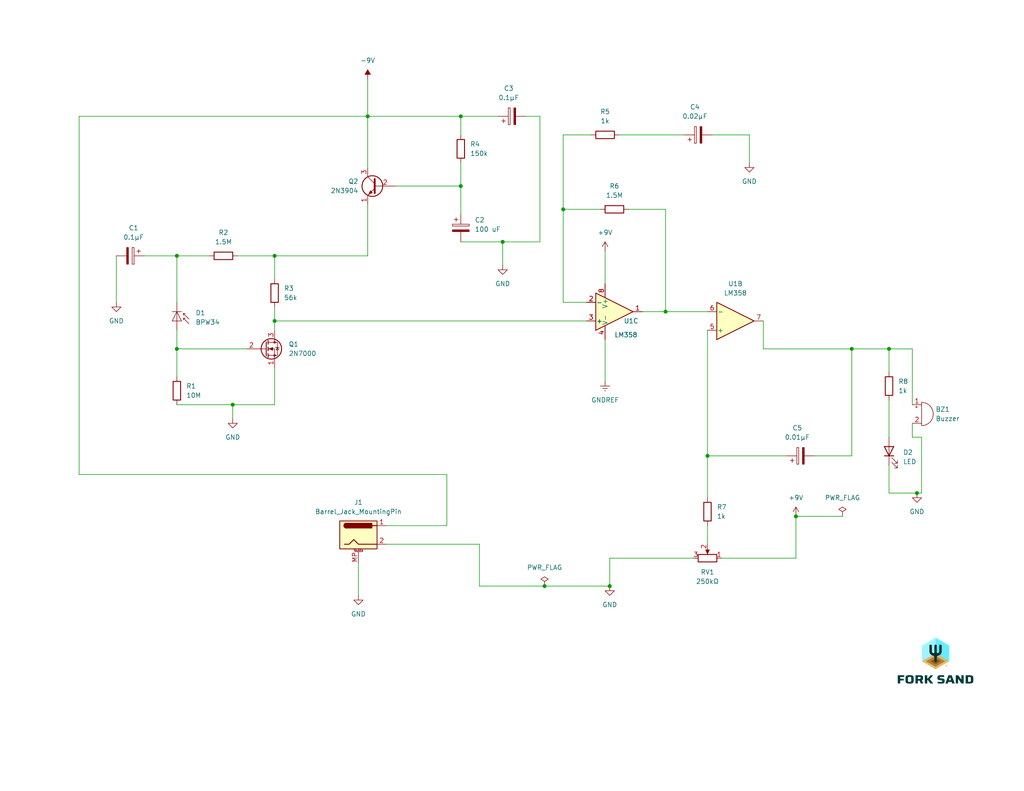
<source format=kicad_sch>
(kicad_sch (version 20211123) (generator eeschema)

  (uuid 861f2d69-fe41-4418-b7af-dad21ccba8dd)

  (paper "USLetter")

  (title_block
    (title "gammaray2usb")
    (date "2021-12-27")
    (rev "0.3")
    (company "Fork Sand, Inc.")
  )

  

  (junction (at 148.59 160.02) (diameter 0) (color 0 0 0 0)
    (uuid 00acc8df-9871-4760-9404-ddadf81fc6ba)
  )
  (junction (at 48.26 69.85) (diameter 0) (color 0 0 0 0)
    (uuid 0bc9ddab-a360-4348-b3ec-ff2764a1f5b1)
  )
  (junction (at 242.57 95.25) (diameter 0) (color 0 0 0 0)
    (uuid 1b9bf43e-97f6-46a4-9926-46cd2c293c29)
  )
  (junction (at 166.37 160.02) (diameter 0) (color 0 0 0 0)
    (uuid 29283075-5103-4621-86ce-da1209607465)
  )
  (junction (at 48.26 95.25) (diameter 0) (color 0 0 0 0)
    (uuid 2a4b6fc5-71b0-4bcf-8d96-4b85719ca6c3)
  )
  (junction (at 100.33 31.75) (diameter 0) (color 0 0 0 0)
    (uuid 424662e9-b644-409b-a1f2-43934073325c)
  )
  (junction (at 125.73 31.75) (diameter 0) (color 0 0 0 0)
    (uuid 430ddd3d-3fa9-4bf0-8075-55f6a0017a33)
  )
  (junction (at 232.41 95.25) (diameter 0) (color 0 0 0 0)
    (uuid 52830ed8-59b3-41aa-9d8a-0dd8a2eded58)
  )
  (junction (at 125.73 50.8) (diameter 0) (color 0 0 0 0)
    (uuid 5cf43895-6dba-4ed0-bcfe-073409525be1)
  )
  (junction (at 217.17 140.97) (diameter 0) (color 0 0 0 0)
    (uuid a2276cf0-b5f2-42a7-8924-7a2263715091)
  )
  (junction (at 74.93 69.85) (diameter 0) (color 0 0 0 0)
    (uuid ba389667-cb7b-4f01-8223-77cf99e2bc5d)
  )
  (junction (at 181.61 85.09) (diameter 0) (color 0 0 0 0)
    (uuid bd28c6d6-c9dc-48fa-80ba-a17f5794652b)
  )
  (junction (at 137.16 66.04) (diameter 0) (color 0 0 0 0)
    (uuid c7c57f9b-871a-4100-9a6a-8d43d3efc6ce)
  )
  (junction (at 153.67 57.15) (diameter 0) (color 0 0 0 0)
    (uuid d7e358f9-f910-4022-91fd-6802a91968a6)
  )
  (junction (at 193.04 124.46) (diameter 0) (color 0 0 0 0)
    (uuid e5aa0cb5-0f85-4c39-b680-929183a53705)
  )
  (junction (at 74.93 87.63) (diameter 0) (color 0 0 0 0)
    (uuid ebf2e5f1-fd98-487a-a724-2a829ce88532)
  )
  (junction (at 63.5 110.49) (diameter 0) (color 0 0 0 0)
    (uuid ecd0c1ef-c372-4991-afa4-f46f61b65db5)
  )
  (junction (at 250.19 134.62) (diameter 0) (color 0 0 0 0)
    (uuid f97dccdf-aaa1-49b6-8b98-cbc41310a463)
  )

  (wire (pts (xy 137.16 66.04) (xy 137.16 72.39))
    (stroke (width 0) (type default) (color 0 0 0 0))
    (uuid 027f01d2-824a-48ec-8dad-01946f65eee2)
  )
  (wire (pts (xy 48.26 69.85) (xy 48.26 82.55))
    (stroke (width 0) (type default) (color 0 0 0 0))
    (uuid 05e762ce-b5fe-4577-9be7-b1760c4da2a9)
  )
  (wire (pts (xy 100.33 55.88) (xy 100.33 69.85))
    (stroke (width 0) (type default) (color 0 0 0 0))
    (uuid 0714a571-5854-4033-988e-a6b652790c03)
  )
  (wire (pts (xy 48.26 69.85) (xy 57.15 69.85))
    (stroke (width 0) (type default) (color 0 0 0 0))
    (uuid 0b1db9a5-f6e6-4f9c-8e85-b3f89676ec11)
  )
  (wire (pts (xy 143.51 31.75) (xy 147.32 31.75))
    (stroke (width 0) (type default) (color 0 0 0 0))
    (uuid 12010de5-ebdb-431b-83bf-f23d53fd8286)
  )
  (wire (pts (xy 193.04 90.17) (xy 193.04 124.46))
    (stroke (width 0) (type default) (color 0 0 0 0))
    (uuid 12ffd466-8764-4b62-87f5-75576a309b2e)
  )
  (wire (pts (xy 153.67 36.83) (xy 161.29 36.83))
    (stroke (width 0) (type default) (color 0 0 0 0))
    (uuid 1afd9b9b-0bd8-447c-a573-902508ffebae)
  )
  (wire (pts (xy 166.37 152.4) (xy 166.37 160.02))
    (stroke (width 0) (type default) (color 0 0 0 0))
    (uuid 1b4eab16-e843-4ed4-aaa6-213adb94b57e)
  )
  (wire (pts (xy 217.17 140.97) (xy 229.87 140.97))
    (stroke (width 0) (type default) (color 0 0 0 0))
    (uuid 1ced04b0-cc8e-4d5c-a428-d5393ae0773a)
  )
  (wire (pts (xy 31.75 69.85) (xy 31.75 82.55))
    (stroke (width 0) (type default) (color 0 0 0 0))
    (uuid 1d71d85e-ed9f-430e-8d56-35c547c6b1c7)
  )
  (wire (pts (xy 100.33 69.85) (xy 74.93 69.85))
    (stroke (width 0) (type default) (color 0 0 0 0))
    (uuid 2079fe13-7a82-4106-95c0-0d0a5ab835a7)
  )
  (wire (pts (xy 74.93 83.82) (xy 74.93 87.63))
    (stroke (width 0) (type default) (color 0 0 0 0))
    (uuid 2ad9e600-8da0-46a4-a711-453d9426aebc)
  )
  (wire (pts (xy 204.47 36.83) (xy 204.47 44.45))
    (stroke (width 0) (type default) (color 0 0 0 0))
    (uuid 2b4d1772-b039-4ac7-8929-fac446d04229)
  )
  (wire (pts (xy 242.57 134.62) (xy 250.19 134.62))
    (stroke (width 0) (type default) (color 0 0 0 0))
    (uuid 30456d00-8d11-434e-8b7e-acf5db54280d)
  )
  (wire (pts (xy 100.33 21.59) (xy 100.33 31.75))
    (stroke (width 0) (type default) (color 0 0 0 0))
    (uuid 32ad8ded-9cfc-47a5-8535-7120c77eab74)
  )
  (wire (pts (xy 222.25 124.46) (xy 232.41 124.46))
    (stroke (width 0) (type default) (color 0 0 0 0))
    (uuid 3764ee8a-fef0-4e36-8a29-5a6bc2219016)
  )
  (wire (pts (xy 193.04 124.46) (xy 193.04 135.89))
    (stroke (width 0) (type default) (color 0 0 0 0))
    (uuid 377c3330-fcde-4dc6-a5e2-7a69a42f7db9)
  )
  (wire (pts (xy 148.59 160.02) (xy 166.37 160.02))
    (stroke (width 0) (type default) (color 0 0 0 0))
    (uuid 379c17a3-1f6e-486c-aef1-941eca0997b9)
  )
  (wire (pts (xy 181.61 57.15) (xy 181.61 85.09))
    (stroke (width 0) (type default) (color 0 0 0 0))
    (uuid 3de724cf-7f91-464b-87b1-78f011725f72)
  )
  (wire (pts (xy 242.57 95.25) (xy 232.41 95.25))
    (stroke (width 0) (type default) (color 0 0 0 0))
    (uuid 3e6c70ac-53cb-4ee0-b002-686053f8975d)
  )
  (wire (pts (xy 130.81 148.59) (xy 130.81 160.02))
    (stroke (width 0) (type default) (color 0 0 0 0))
    (uuid 40069a87-58b7-4742-a187-c6083e2e62aa)
  )
  (wire (pts (xy 193.04 85.09) (xy 181.61 85.09))
    (stroke (width 0) (type default) (color 0 0 0 0))
    (uuid 41e2907a-ab1a-4c42-beb4-9afe8db4ea1c)
  )
  (wire (pts (xy 21.59 31.75) (xy 100.33 31.75))
    (stroke (width 0) (type default) (color 0 0 0 0))
    (uuid 42ab57d5-b5eb-4799-959a-649b2ecaf81f)
  )
  (wire (pts (xy 166.37 152.4) (xy 189.23 152.4))
    (stroke (width 0) (type default) (color 0 0 0 0))
    (uuid 457d6d31-0e7a-4a0d-be86-7094147194a9)
  )
  (wire (pts (xy 193.04 124.46) (xy 214.63 124.46))
    (stroke (width 0) (type default) (color 0 0 0 0))
    (uuid 45a13d93-cd26-4e2a-80c0-8bb6f020a998)
  )
  (wire (pts (xy 208.28 95.25) (xy 232.41 95.25))
    (stroke (width 0) (type default) (color 0 0 0 0))
    (uuid 48a48cc4-d232-4789-9b2b-9bdc258df0b6)
  )
  (wire (pts (xy 48.26 95.25) (xy 48.26 102.87))
    (stroke (width 0) (type default) (color 0 0 0 0))
    (uuid 4aee53dd-dbe7-43a1-873e-57c5c265d300)
  )
  (wire (pts (xy 125.73 31.75) (xy 125.73 36.83))
    (stroke (width 0) (type default) (color 0 0 0 0))
    (uuid 4fe5ddb6-e58c-423d-888d-2179d8635c83)
  )
  (wire (pts (xy 39.37 69.85) (xy 48.26 69.85))
    (stroke (width 0) (type default) (color 0 0 0 0))
    (uuid 5745a909-7716-4861-a7b2-82f2c460d3f5)
  )
  (wire (pts (xy 137.16 66.04) (xy 147.32 66.04))
    (stroke (width 0) (type default) (color 0 0 0 0))
    (uuid 57889529-cacf-4948-9415-276b36300fc7)
  )
  (wire (pts (xy 21.59 129.54) (xy 21.59 31.75))
    (stroke (width 0) (type default) (color 0 0 0 0))
    (uuid 57e53e75-73be-40ad-a634-36a5f68162c2)
  )
  (wire (pts (xy 147.32 31.75) (xy 147.32 66.04))
    (stroke (width 0) (type default) (color 0 0 0 0))
    (uuid 57fbb7cf-709b-4cfb-9a46-6b26ac1040ed)
  )
  (wire (pts (xy 248.92 115.57) (xy 248.92 119.38))
    (stroke (width 0) (type default) (color 0 0 0 0))
    (uuid 5b991f8b-3d4d-4110-a3de-53374124f784)
  )
  (wire (pts (xy 196.85 152.4) (xy 217.17 152.4))
    (stroke (width 0) (type default) (color 0 0 0 0))
    (uuid 5cdba82f-c5c8-4631-9e7d-5eb659550ac5)
  )
  (wire (pts (xy 107.95 50.8) (xy 125.73 50.8))
    (stroke (width 0) (type default) (color 0 0 0 0))
    (uuid 5d18c12e-e912-48d1-8ed6-bc141bc202cc)
  )
  (wire (pts (xy 242.57 127) (xy 242.57 134.62))
    (stroke (width 0) (type default) (color 0 0 0 0))
    (uuid 67bea634-ee9d-4488-82fc-31242a835ed3)
  )
  (wire (pts (xy 125.73 50.8) (xy 125.73 58.42))
    (stroke (width 0) (type default) (color 0 0 0 0))
    (uuid 67c939de-54ee-44d5-a51a-0dd961f143e9)
  )
  (wire (pts (xy 168.91 36.83) (xy 186.69 36.83))
    (stroke (width 0) (type default) (color 0 0 0 0))
    (uuid 695fd45d-2642-4a07-b11f-27bf6953be04)
  )
  (wire (pts (xy 248.92 119.38) (xy 251.46 119.38))
    (stroke (width 0) (type default) (color 0 0 0 0))
    (uuid 6c57581e-8826-4738-9cbf-c8d3299ec595)
  )
  (wire (pts (xy 64.77 69.85) (xy 74.93 69.85))
    (stroke (width 0) (type default) (color 0 0 0 0))
    (uuid 6fdccdf4-aa41-4c2d-a9b7-c57664e009ff)
  )
  (wire (pts (xy 121.92 129.54) (xy 21.59 129.54))
    (stroke (width 0) (type default) (color 0 0 0 0))
    (uuid 7214636e-dfac-413b-bfdc-000a4c593253)
  )
  (wire (pts (xy 125.73 31.75) (xy 135.89 31.75))
    (stroke (width 0) (type default) (color 0 0 0 0))
    (uuid 739b7503-e5c9-4467-a6f1-78ce0f2fb5b2)
  )
  (wire (pts (xy 242.57 95.25) (xy 242.57 101.6))
    (stroke (width 0) (type default) (color 0 0 0 0))
    (uuid 7777f74f-95d2-47c2-83a8-9ef71f38e9b3)
  )
  (wire (pts (xy 217.17 140.97) (xy 217.17 152.4))
    (stroke (width 0) (type default) (color 0 0 0 0))
    (uuid 79613658-9098-4815-97bb-805acad954ce)
  )
  (wire (pts (xy 125.73 66.04) (xy 137.16 66.04))
    (stroke (width 0) (type default) (color 0 0 0 0))
    (uuid 7fefefd3-5bc3-4096-a07f-09c127329dcb)
  )
  (wire (pts (xy 153.67 57.15) (xy 163.83 57.15))
    (stroke (width 0) (type default) (color 0 0 0 0))
    (uuid 87b958da-d200-4388-b9ae-8cb44679a0d0)
  )
  (wire (pts (xy 193.04 143.51) (xy 193.04 148.59))
    (stroke (width 0) (type default) (color 0 0 0 0))
    (uuid 882d1346-2070-4e47-b662-798c64e0d877)
  )
  (wire (pts (xy 97.79 153.67) (xy 97.79 162.56))
    (stroke (width 0) (type default) (color 0 0 0 0))
    (uuid 8cc29af7-473a-47d7-aaea-d774715001f7)
  )
  (wire (pts (xy 171.45 57.15) (xy 181.61 57.15))
    (stroke (width 0) (type default) (color 0 0 0 0))
    (uuid 8e02fecc-0880-47c8-82c0-d82d27fd30de)
  )
  (wire (pts (xy 248.92 110.49) (xy 248.92 95.25))
    (stroke (width 0) (type default) (color 0 0 0 0))
    (uuid 9680ed2c-086a-4c5c-ab5f-c9ad3ec3de20)
  )
  (wire (pts (xy 153.67 82.55) (xy 160.02 82.55))
    (stroke (width 0) (type default) (color 0 0 0 0))
    (uuid 9797f2c9-ec7b-4cba-8ea5-be5051f7e44a)
  )
  (wire (pts (xy 63.5 110.49) (xy 74.93 110.49))
    (stroke (width 0) (type default) (color 0 0 0 0))
    (uuid 9a10910f-fb9e-408c-9a9a-25feb7460e75)
  )
  (wire (pts (xy 74.93 100.33) (xy 74.93 110.49))
    (stroke (width 0) (type default) (color 0 0 0 0))
    (uuid a5e38210-4db2-4a61-8651-1975dc6dfad0)
  )
  (wire (pts (xy 242.57 109.22) (xy 242.57 119.38))
    (stroke (width 0) (type default) (color 0 0 0 0))
    (uuid a92a3d4d-1f9c-41fb-a0b0-e7b7a4a5b0f5)
  )
  (wire (pts (xy 208.28 87.63) (xy 208.28 95.25))
    (stroke (width 0) (type default) (color 0 0 0 0))
    (uuid af2932be-59ac-466f-bc62-6f0ab7349796)
  )
  (wire (pts (xy 175.26 85.09) (xy 181.61 85.09))
    (stroke (width 0) (type default) (color 0 0 0 0))
    (uuid b7a03179-ef32-44bd-813a-b071ce9eadee)
  )
  (wire (pts (xy 74.93 87.63) (xy 160.02 87.63))
    (stroke (width 0) (type default) (color 0 0 0 0))
    (uuid b89aeae6-25d4-48ce-aadf-7a4ba422fff8)
  )
  (wire (pts (xy 153.67 57.15) (xy 153.67 36.83))
    (stroke (width 0) (type default) (color 0 0 0 0))
    (uuid b9ee212e-9b99-484c-b87b-4dd323941e1a)
  )
  (wire (pts (xy 105.41 143.51) (xy 121.92 143.51))
    (stroke (width 0) (type default) (color 0 0 0 0))
    (uuid c217a520-9a21-4cb2-aa09-16b2fb68a53a)
  )
  (wire (pts (xy 251.46 119.38) (xy 251.46 134.62))
    (stroke (width 0) (type default) (color 0 0 0 0))
    (uuid c6d5cd6c-4a44-47ba-b31b-dd7718d21b05)
  )
  (wire (pts (xy 242.57 95.25) (xy 248.92 95.25))
    (stroke (width 0) (type default) (color 0 0 0 0))
    (uuid cb1601df-b8b0-4975-91b4-7b250ec6bac2)
  )
  (wire (pts (xy 153.67 57.15) (xy 153.67 82.55))
    (stroke (width 0) (type default) (color 0 0 0 0))
    (uuid cf7d72b3-359e-4122-abe9-6063248d737f)
  )
  (wire (pts (xy 74.93 69.85) (xy 74.93 76.2))
    (stroke (width 0) (type default) (color 0 0 0 0))
    (uuid d1591f6d-486b-4987-b452-7a1cad868982)
  )
  (wire (pts (xy 130.81 160.02) (xy 148.59 160.02))
    (stroke (width 0) (type default) (color 0 0 0 0))
    (uuid d7fa66f1-1c73-42a5-9ff2-4ca27d204fbf)
  )
  (wire (pts (xy 165.1 68.58) (xy 165.1 77.47))
    (stroke (width 0) (type default) (color 0 0 0 0))
    (uuid d89c2bf8-d6ba-46cd-a161-97339d293eba)
  )
  (wire (pts (xy 63.5 110.49) (xy 63.5 114.3))
    (stroke (width 0) (type default) (color 0 0 0 0))
    (uuid db3c1f36-a7a5-4800-8651-92bbac0e0374)
  )
  (wire (pts (xy 48.26 90.17) (xy 48.26 95.25))
    (stroke (width 0) (type default) (color 0 0 0 0))
    (uuid ddb81492-b685-4381-8c55-883274c096c2)
  )
  (wire (pts (xy 121.92 143.51) (xy 121.92 129.54))
    (stroke (width 0) (type default) (color 0 0 0 0))
    (uuid dec822a1-1786-462f-9f16-e899c36e9795)
  )
  (wire (pts (xy 74.93 87.63) (xy 74.93 90.17))
    (stroke (width 0) (type default) (color 0 0 0 0))
    (uuid df29515e-93c1-4218-8ac1-a9de7a7569b2)
  )
  (wire (pts (xy 194.31 36.83) (xy 204.47 36.83))
    (stroke (width 0) (type default) (color 0 0 0 0))
    (uuid e317f4e9-3719-4c07-97f6-788d468ed91f)
  )
  (wire (pts (xy 105.41 148.59) (xy 130.81 148.59))
    (stroke (width 0) (type default) (color 0 0 0 0))
    (uuid e58c80af-3014-4e4b-9126-ff100c3c4da6)
  )
  (wire (pts (xy 48.26 110.49) (xy 63.5 110.49))
    (stroke (width 0) (type default) (color 0 0 0 0))
    (uuid e67f64a9-87a4-42c1-9ba8-131a189d3ff7)
  )
  (wire (pts (xy 232.41 95.25) (xy 232.41 124.46))
    (stroke (width 0) (type default) (color 0 0 0 0))
    (uuid ee6b2e0a-9230-4069-ba28-0bdb7d545818)
  )
  (wire (pts (xy 100.33 31.75) (xy 125.73 31.75))
    (stroke (width 0) (type default) (color 0 0 0 0))
    (uuid ef598296-cd50-4732-a8ca-44c25316e6d4)
  )
  (wire (pts (xy 165.1 92.71) (xy 165.1 104.14))
    (stroke (width 0) (type default) (color 0 0 0 0))
    (uuid f05c390f-203b-4b57-8b63-8ee09c9fba92)
  )
  (wire (pts (xy 100.33 31.75) (xy 100.33 45.72))
    (stroke (width 0) (type default) (color 0 0 0 0))
    (uuid f47fb7d9-c1ba-493a-9c2d-d9022d68de72)
  )
  (wire (pts (xy 125.73 44.45) (xy 125.73 50.8))
    (stroke (width 0) (type default) (color 0 0 0 0))
    (uuid f93d1eaa-ddbe-4b48-9c7d-dcd79be5d226)
  )
  (wire (pts (xy 251.46 134.62) (xy 250.19 134.62))
    (stroke (width 0) (type default) (color 0 0 0 0))
    (uuid fbed2d4a-08cb-4e89-89f2-d6a2f16429a8)
  )
  (wire (pts (xy 48.26 95.25) (xy 67.31 95.25))
    (stroke (width 0) (type default) (color 0 0 0 0))
    (uuid fcbafed2-0ffd-4568-aec9-6f785f9a2310)
  )

  (image (at 255.27 180.34) (scale 0.1)
    (uuid 61013918-dad7-413e-b4cd-42864f4823fc)
    (data
      iVBORw0KGgoAAAANSUhEUgAACYMAAAXOCAYAAAA0LqD2AAAABHNCSVQICAgIfAhkiAAAAAlwSFlz
      AAA7xAAAO8QBTdCjlQAAIABJREFUeJzs3WuQ3Xd95/nv73+OLq2+qM9pqeXYJmA5JHh2WeMkXqjZ
      qnFmGSgb8sDeGmYrLnAqQbuPBksOxjyIwQfJkpqyBwi2kKObNY7kdSxTyc5ol8nGAULIDcLVgI0Z
      MJeAEZZafbp1sXXp3z5wnBjwRZfu/p3L6/WQUnW/bSzh//d8+HcKAAAAAOhR9+a89KmZ2H5sNt78
      w9n40FQjPrwvpROluwAAAABgPlSlAwAAAABgPmw+nN/9zJE4vKqKt9cixnOOieWT8dU1k/ktpdsA
      AAAAYD6k0gEAAAAAMJc2Hs7/dqge942muPi5/+z7pyK+d/qnftnDkePGHSvSowseCAAAAADzxBgM
      AAAAgJ7Qmsnjw6fjwWYtrqp+5ur1AmOwiIiTEbH1eMT79o6l6YWpBAAAAID5YwwGAAAAQFdr5VwN
      zMTWsRRrFqWoXujXvMgY7DkHU8TtU824e19KL/6rAAAAAKDDGYMBAAAA0LU2TeffHo24a7CK4Zf6
      dS8zBntWii9WEWu3NdNn5zARAAAAABaMMRgAAAAAXWf90XzFyOl4aLSK1Wdy4DqjMdhzcuzPtfiP
      Oxvpe+fTCAAAAAALzRgMAAAAgK7xoXZuzqbYM1bF1dVZ3LbOagz2rGM5x11LZuP2j42nI2cdCgAA
      AAAFVKUDAAAAAOBMTLTzhsEqDqys4pqzGYKdo2UpxXtP1OLRNQfzDZGz/1MlAAAAAB3PEQsAAACA
      jraxnd+6vIrdwylWnOvXOIc3g/20HH+ZarFueyN9+Ty+CgAAAADMK2MwAAAAADrShql86VAVH29U
      cfn5HrHOewz2rNmUYm8+Ge/ZsSodOO+vBgAAAABzzBgMAAAAgI7SynnZspn4w2YV1y+KqObia87R
      GOw5UynFxNJGfOSulJ6Zs68KAAAAAOfJGAwAAACAjjExlW8ZrcX6gRRL5vLrzvEYLCIicsS3qhS/
      t72Z9s/tVwYAAACAc2MMBgAAAEBxGw/lNw0tjl2jKS6ej68/H2Ow53k4RazbPpa+Pm/fAQAAAADO
      gDEYAAAAAMV85EBedXpJ/PFYLa5K83ipmucxWETEyYjYeqqK23Y30tS8ficAAAAAeBHGYAAAAAAs
      uFbO9YGZ2NJMsWZximq+v98CjMGeM5ki1k814+59KS3MdwQAAACAf2IMBgAAAMCC2jydf3d5xB8M
      VjG0UN9zAcdgz/lyrmLtzkb6zIJ+VwAAAAD6mjEYAAAAAAticztfOZDigdEqVi/0UarAGOxZOfZH
      PW7cMZqeKPDdAQAAAOgzxmAAAAAAzKvWdF4xFHFfsxZX13KZe1SxMdizjuccH805Nu5amWaKVQAA
      AADQ86rSAQAAAAD0rol23nBhiidXVnFNqSFYBxhIKd5bVfHYmoP5hsi5X/8+AAAAADDPHJ4AAAAA
      mHMT7Xz9cBVbh1KMlG6JKP5msJ/1+dmItbvG0t+WDgEAAACgtxiDAQAAADBnNj2df3ngRDzYqOLy
      Tjo8ddgYLCIipxR7Tp6KW3aPpx+XjgEAAACgN3TSTQ4AAACALtXKedlgO/aM1ePaWgfenDpwDPac
      oxFx56npmNh9SXq6dAwAAAAA3a0qHQAAAABAd5uYyrf8wtGYHK/HdZ04BOtwgxFxW304vvbOQ/lt
      pWMAAAAA6G6OcwAAAACck82H8tVDi+K+kSpWlm55OR38ZrCf9clIcdOOZvpq6RAAAAAAuo8xGAAA
      AABn5Y6pfEmtivsbKd5Qdcl1qYvGYBERpyJi1+nFceu9w+mp0jEAAAAAdI8uOdcBAAAAUFor5/rA
      TGxZUcWaekRVuudsdNkY7DmHU8QHLmrGllZKp0rHAAAAAND5jMEAAAAAeFmb2/mmRhWbBlIsLd1y
      Lrp0DPacb6YUN21vpk+UDgEAAACgsxmDAQAAAPCi1rfz60dS3N+oYnXplvPR5WOwZ+XYX9Vj3bbR
      9O3SKQAAAAB0JmMwAAAAAH5OayaPD5+OB5u1uKrqgQtST4zBnnUyIrYej3jf3rE0XToGAAAAgM7S
      A6c8AAAAAOZKK+dq6XTcOVbFjYtT1Er3zJUeGoM958lI0Wo3Yue+lHrrrwwAAACAc2YMBgAAAEBE
      RGyazr89GnHXYBXDpVvmWg+OwZ6V4gtVxLptzfTZ0ikAAAAAlGcMBgAAANDn1h/NV4ycjr2NKi4r
      3TJfenYM9qycIh6areI9Oxvpe6VjAAAAACjHGAwAAACgT7VyHhpsx30r6nFt1eN3oh4fgz3nWETc
      MXwsPvjhV6TjpWMAAAAAWHhV6QAAAAAAFt5EO2/4hSNxeLwe1/X6EKyPLIuI22aWxeNrDuYbImf/
      vQIAAAD0GQchAAAAgD6ysZ3furyK3cMpVpRuWUh98mawn5bjL1Mt1m1vpC+XTgEAAABgYRiDAQAA
      APSBDVP50qEqPt6o4vJ+PAj15RjsWbMpxd58Mt6zY1U6UDoGAAAAgPnVj7c/AAAAgL7RynnZspn4
      w2YV1y+KqEr3lNLHY7DnTKUUE0sb8ZG7UnqmdAwAAAAA88MYDAAAAKBHTUzlW0br8YGBiKWlW0oz
      Bvtnj6cU797eTPtLhwAAAAAw94zBAAAAAHrMxkP5TUOLY9doiotLt3QKY7Cf83CKWLd9LH29dAgA
      AAAAc8cYDAAAAKBHfORAXnV6SfzxWC2uSq4+P8UY7AWdjIitVYr3b2umdukYAAAAAM6fsyAAAABA
      l2vlXB+YiS3NFGsWp6hK93QiY7CXdChFbJhqxt37UvJ3CQAAAKCLGYMBAAAAdLHN0/l3l0f8wWAV
      Q6VbOpkx2BnI8aVci3U7G+kzpVMAAAAAODfGYAAAAABdaHM7XzmQ4oHRKlY78Lw8Y7CzkGN/1OPG
      HaPpidIpAAAAAJwdt0IAAACALtKaziuGIu5r1uLqWnbbOVPGYGfteM7x0Zxj466VaaZ0DAAAAABn
      piodAAAAAMCZmWjnDRemeHJlFdcYgjHPBlKK91ZVPLrmYL4hcvbPGwAAAEAXcMQBAAAA6HAT7Xz9
      cBUfG0qxvHRLt/JmsPP2+dmItbvG0t+WDgEAAADgxRmDAQAAAHSoW9v51WMp9jWquNwR5/wYg82J
      nFLsOXkqbtk9nn5cOgYAAACAn+eOCAAAANBhWjkvG2zHnhX1uLZyv5kTxmBz6mhE3HlqOiZ2X5Ke
      Lh0DAAAAwL+oSgcAAAAA8C8mpvItFxyNyfF6XGcIRocajIjb6svjkXceym8rHQMAAADAv3BQBAAA
      AOgAmw/lq4cWxX0jVaws3dKLvBlsXn2ySrFuWzM9UjoEAAAAoN8ZgwEAAAAUdMdUvqRWxf2NFG+o
      XGrmjTHYvDsVEbtOL45b7x1OT5WOAQAAAOhXTowAAAAABbRyrg/MxJaxKtYsiqhK9/Q6Y7AFczhF
      fOCiZmxppXSqdAwAAABAvzEGAwAAAFhgm9v5pkYVmwZSLC3d0i+MwRbcYynF721vpk+UDgEAAADo
      J8ZgAAAAAAtkfTu/fiTF/Y0qVpdu6TfGYIXk2F/VY9220fTt0ikAAAAA/cAYDAAAAGCetWby+PDp
      eLBZi6sq15gijMGKOhkRW49HvG/vWJouHQMAAADQy5wfAQAAAOZJK+dq6XTc2azFu5ZE1Ev39DNj
      sI7wZKRoXdyIHa2UZkvHAAAAAPQiYzAAAACAebCpnd8xmmLLYBXDpVswBusoKb6QI9bubKa/Lp0C
      AAAA0GuMwQAAAADm0Pqj+YqR07G3UcVlpVv4F8ZgHSeniIdmq3jPzkb6XukYAAAAgF5hDAYAAAAw
      B1o5Dw22474V9bi2cnPpOMZgHetYRNxxajomdl+Sni4dAwAAANDtqtIBAAAAAN1uop03XHQkJsfr
      cZ0hGJyVZRFxW30kvrXmYL4hcvb7BwAAAOA8OK4AAAAAnKON7fzW5VXsHk6xonQLL82bwbpEik/P
      pli3q5G+UjoFAAAAoBsZgwEAAACcpQ1T+dKhKj7eqOJyx5XuYAzWVWZTir21E3HzPRekn5SOAQAA
      AOgm7pUAAAAAZ+jenJc+NRPbm1VcvyiiKt3DmTMG60pTKcXEVCM+vC+lE6VjAAAAALqBoyUAAADA
      Gdg0nW9+5mgcXlXF2w3BYEGM5hwTyyfjkf9jMv9m6RgAAACAbuDNYAAAAAAvYeOh/KahxbFrNMXF
      pVs4d94M1hMeThHrto+lr5cOAQAAAOhUxmAAAAAAL+AjB/Kq00vij8dqcVVyQel6xmA942REbK1S
      vH9bM7VLxwAAAAB0GqdMAAAAgOdp5VwfmIktzRRrFic/DrJXGIP1nEMpYsNUM+7el5L/ZgEAAAD+
      iTEYAAAAwD/ZdDj/zmgtPjpYxVDpFuaWMViPyvGlXIt1OxvpM6VTAAAAADqBMRgAAADQ9zZP5V8b
      qOLB0SpWO5b0JmOwHpdjf9Tjxh2j6YnSKQAAAAAluW8CAAAAfas1nVcMRdzXrMXVtexO0suMwfrC
      8ZzjoznHxl0r00zpGAAAAIASqtIBAAAAACVMtPOGC1M8ubKKawzBoCcMpBTvrap4dM3BfEPk7Pc1
      AAAA0HccRAAAAIC+MtHO1w9X8bGhFMtLt7BwvBmsL31+NmLtrrH0t6VDAAAAABaKMRgAAADQF25t
      51ePpdjXqOJyB5H+YwzWt3JKsefkqbhl93j6cekYAAAAgPnm9gkAAAD0tFbOywbbsWdFPa6t3EL6
      ljFY3zsaEXcONGPzXSk9UzoGAAAAYL5UpQMAAAAA5svEVL7lgqMxOV6P6wzBoK8NRsRtxw/H1955
      KL+tdAwAAADAfHEEBQAAAHrO5kP56qFFcd9IFStLt9AZvBmMn/HJKsW6bc30SOkQAAAAgLlkDAYA
      AAD0jDum8iW1Ku5vpHhD5erB8xiD8QJORcSu04vj1nuH01OlYwAAAADmgrMoAAAA0PVaOdcHZmLL
      WBVrFkVUpXvoPMZgvITJFLH+omZsaaV0qnQMAAAAwPkwBgMAAAC62uZ2vqlRxaaBFEtLt9C5jME4
      A4/liJt2jqX/VjoEAAAA4FwZgwEAAABdaX07v34kxf2NKlaXbqHzGYNxxnLsn63H2l2j6TulUwAA
      AADOljEYAAAA0FVa03nF8Gw81KzFVZXLBmfIGIyzdCIi7jke8b69Y2m6dAwAAADAmXIyBQAAALpC
      K+dq6XTc2azFu5ZE1Ev30F2MwThHT0aK1sWN2NFKabZ0DAAAAMDLMQYDAAAAOt6mdn7HaIotg1UM
      l26hOxmDcV5SfCFHrN3ZTH9dOgUAAADgpRiDAQAAAB1r/dF8xcjp2Nuo4rLSLXQ3YzDmQE4RD6UU
      N29rpu+XjgEAAAB4IcZgAAAAQMdp5Tw02I77xupxbc39gjlgDMYcOhYRd5yajondl6SnS8cAAAAA
      PF9VOgAAAADg+SbaecNFR2JyvB7XGYIBHWhZRNxWH4nH1xzMN5SOAQAAAHg+B1UAAACgI2yYzG9p
      1OM/D1exonQLvcebwZg3KT49m2Ldrkb6SukUAAAAAGMwAAAAoKgNU/nSoSo+3qjicocK5osxGPNs
      NqXYWzsRN99zQfpJ6RgAAACgf7mxAgAAAEXcm/PSp2Zie7OK6xdFVKV76G3GYCyQqZRiYqoRH96X
      0onSMQAAAED/cWgFAAAAFtym6XzzM0fj8Koq3m4IBvSQ0ZxjYvlkPPLOyfzW0jEAAABA//FmMAAA
      AGDBbDyY3zi0JHaPpri4dAv9xZvBKOTh0xFr7x1L3ygdAgAAAPQHYzAAAABg3rVm8vjw6XhwrBZX
      JdcICjAGo6CTEbG1SvH+bc3ULh0DAAAA9DbnVwAAAGDetHKuBmZi61iKNYuSHwdJOcZgdIBDKWLD
      VDPu3peSfxoBAACAeWEMBgAAAMyLTYfz74zW4qODVQyVbgFjMDpGji9FFWt3NNNflU4BAAAAeo8x
      GAAAADCnNk/lXxuo4sHRKlY7PNApjMHoODn212vxrnsa6bulUwAAAIDe4SYLAAAAzIkPtXNzNsWe
      Zi2urmU3BzqLMRgd6njO8dEls3H7x8bTkdIxAAAAQPerSgcAAAAA3W+inTcMVXFgZRXXGIIBnLGB
      lOK9J2rx2JqD+YbI2Z+fAAAAwHlxXAAAAADO2e3t/FuNKrYOpVheugVeijeD0SU+FxFrd4ylvysd
      AgAAAHQnYzAAAADgrN3azq8eS7GvUcXljgt0A2MwukhOKfacPBW37B5PPy4dAwAAAHQX91oAAADg
      jLVyXjbYjj0r6nFt5a5AFzEGowsdjYg7B5qx+a6UnikdAwAAAHSHqnQAAAAA0B0mpvItFxyNyfF6
      XGcIBjDvBiPituOH42vvPJTfVjoGAAAA6A4OtwAAAMBL2jyV3zxcxR8NVzFeugXOlTeD0QP+IqdY
      t7OZvlY6BAAAAOhcxmAAAADAC7r9cH7lslo80EjxhsoFgS5nDEaPOBURu6pF8fvbRtLB0jEAAABA
      53HKBQAAAH5KK+f6wExsGatizaKIqnQPzAVjMHrMZIpYf1EztrRSOlU6BgAAAOgcxmAAAADAP9t0
      OK9rLIpNyyIGSrfAXDIGo0c9liNu2jmW/lvpEAAAAKAzGIMBAAAAsb6dXz+S4v5GFatLt8B8MAaj
      p+XYP1uPtbtG03dKpwAAAABlGYMBAABAH2tN5xXDs/FQsxZXVa4E9DBjMPrAiYi453jE+/aOpenS
      MQAAAEAZzrwAAADQh1o5V0un485mLd61JKJeugfmmzEYfeTJSNG6uBE7WinNlo4BAAAAFpYxGAAA
      APSZTe38jtEq7h5MMVK6BRaKMRh96B9yinU7m+mvS4cAAAAAC8cYDAAAAPrExsP5dYO1uL9RxWWl
      W2ChGYPRp3KKeCiluHlbM32/dAwAAAAw/4zBAAAAoMe1ch4abMd9Y/W4tuYWQJ8yBqPPHYuIO05N
      x8TuS9LTpWMAAACA+VOVDgAAAADmz0Q7b7joSEyO1+M6QzCAvrUsIm6rj8Tjaw7mG0rHAAAAAPPH
      ERgAAAB60IbJ/JZGPf7zcBUrSrdAJ/BmMHieFJ+eTbFuVyN9pXQKAAAAMLeMwQAAAKCHbJjKlw5V
      8fFGFZd76Id/YQwGP2c2pdhbOxE333NB+knpGAAAAGBuuAsDAABAD7g356VPzcT2ZhXXL4qoSvdA
      pzEGgxc1lVJMTDXiw/tSOlE6BgAAADg/jsMAAADQ5TZN55ufORKHV1XxdkMwAM7SaM4xsXwyHnnn
      ZH5r6RgAAADg/HgzGAAAAHSpjQfzG4eWxO7RFBeXboFO581gcMYePh2x9t6x9I3SIQAAAMDZMwYD
      AACALtOayePDp+PBsVpclTzZwxkxBoOzcjIitlYp3r+tmdqlYwAAAIAz52QMAAAAXaKVczUwE1vH
      UqxZlPw4SDgbxmBwTg6liA1Tzbh7X0p+BwEAAEAXMAYDAACALrDpcP6d0Vp8dLCKodIt0I2MweA8
      pPhiRKzb0Ux/VToFAAAAeGnGYAAAANDBNk/lXxuo4sHRKlZ7iIdzZwwGcyDH/not3nVPI323dAoA
      AADwwtyRAQAAoAN9qJ2bsyn2NGtxdS17fofzZQwGc+Z4zvHRJbNx+8fG05HSMQAAAMBPq0oHAAAA
      AD9top03DFVxYGUV1xiCAdBhBlKK956oxWNrDuYbImf/OwUAAAAdxIM6AAAAdIjb2/m3GlVsHUqx
      vHQL9BpvBoN587mIWLtjLP1d6RAAAADAGAwAAACKu7WdXz2WYl+jiss9qMP8MAaDeTWbUuzNJ+M9
      O1alA6VjAAAAoJ+5MQMAAEAhrZyXDbZjz4p6XFt5Rod5ZQwGC+JoRNw50IzNd6X0TOkYAAAA6EdV
      6QAAAADoRxNT+ZYLjsTkeD2uMwQDoEcMRsRtxybjkXceym8rHQMAAAD9yLEZAAAAFtDmqfzm4Sr+
      aLiK8dIt0E+8GQyK+IucYt3OZvpa6RAAAADoF8ZgAAAAsABuP5xfuawWDzRSvKHyNA4LzhgMijkV
      EbuqRfH720bSwdIxAAAA0OucnwEAAGAetXKuD8zElrEq1iyKqEr3QL8yBoPiJlPE+qlm3L0vJb8b
      AQAAYJ4YgwEAAMA82XQ4r2ssik3LIgZKt0C/MwaDjvFoirhp+1j6s9IhAAAA0IuMwQAAAGCObW7n
      KwdSPDBaxWoP3tAZjMGgw+TYP1uPtbtG03dKpwAAAEAvcZMGAACAOdKaziuGZ+OhZi2uqjxxQ0cx
      BoOOdCIi7pmdjVt3rUwzpWMAAACgFzhNAwAAwHlq5VwtnY47m1W8a0mKeuke4OcZg0FH+1Gk+MDF
      jdjRSmm2dAwAAAB0M2MwAAAAOA8b2/ntjSq2DKYYKd0CvDhjMOgK/5Ai1m4fS39TOgQAAAC6lTEY
      AAAAnIONh/PrBmtxf6OKy0q3AC/PGAy6Rk4RD6UUN29rpu+XjgEAAIBuYwwGAAAAZ6GV87LBduwZ
      q8e1Nc/V0DWMwaDrHI2IO09Nx8TuS9LTpWMAAACgW1SlAwAAAKBbTLTzhguPxtR4Pa4zBAOAeTUY
      EbfVR+LxNQfzDaVjAAAAoFs4XAMAAMDL2DCZ3zJaj90jVaws3QKcG28Gg+6WUnwqR6zb0UxfLd0C
      AAAAncwYDAAAAF7EHVP5knoVf9Ko4nIP0NDdjMGgJ8ymFHtrJ+Lmey5IPykdAwAAAJ3ILRsAAAB+
      xr05L31qJraPVXF9PaIq3QOcP2Mw6CmHU4oPTjXiw/tSOlE6BgAAADqJgzYAAAA8z+bD+d3PHInD
      q6p4uyEYAHSkRs4xsXwyvrpmMr+ldAwAAAB0Em8GAwAAgIjYeDC/cWhJ7B5NcXHpFmDueTMY9LSH
      T0esvXcsfaN0CAAAAJRmDAYAAEBfa83k8eHT8WCzFldVnpKhZxmDQc87GRFbqxTv39ZM7dIxAAAA
      UIozNwAAAH2plXM1MBNbx1KsWZT8OEjodcZg0DcOpYgNU824e19KftcDAADQd4zBAAAA6DubpvNv
      j0bcNVjFcOkWYGEYg0GfSfHFiFi3o5n+qnQKAAAALCRjMAAAAPrG5qn8awNVPDhaxWoPxNBfjMGg
      T+XYX6/Fu+5ppO+WTgEAAICF4PYNAABAz/tQOzdnU+wZq+LqyrMw9CVjMOhrx3KOu5bMxu0fG09H
      SscAAADAfKpKBwAAAMB8mmjnDYNVHFhZxTWGYADQl5alFO89UYtH1xzMN0TO/n0AAACAnuWhFwAA
      gJ50ezv/VqOKrUMplpduAcrzZjDgOTni71PEuh1j6e9KtwAAAMBcMwYDAACgp9zazq8eS7GvUcXl
      HnqB5xiDAT9jNqXYm0/Ge3asSgdKxwAAAMBccRcHAACgJ7RyXjbYjj0r6nGtHwcJ/CxjMOBFHImI
      /zTQjM13pfRM6RgAAAA4X1XpAAAAADhfE1P5lguOxOR4Pa4zBAMAzsJQRNx2bDIeeeeh/LbSMQAA
      AHC+HMgBAADoWpun8puHqrhvpIpVpVuAzubNYMAZ+oucYt3OZvpa6RAAAAA4F8ZgAAAAdJ3bD+dX
      LqvFA80Ub0iebIEzYAwGnIVTEbGrWhS/v20kHSwdAwAAAGfDyRwAAICu0cq5PjATW8aqWLMooird
      A3QPYzDgHEymiPVTzbh7X0r+BAEAAKArGIMBAADQFT7YzjeO1GJiWcRA6Rag+xiDAefh0RRx0/ax
      9GelQwAAAODlGIMBAADQ0Ta385UDKR4YrWK1h1jgXBmDAectx/7ZeqzdNZq+UzoFAAAAXow7OgAA
      AB2pNZ1XDM/GQ41aXFXz9AqcJ2MwYI6ciIh7Zmfj1l0r00zpGAAAAPhZzukAAAB0lFbO1dLpuLNZ
      xbuWpKiX7gF6gzEYMMd+FCk+cHEjdrRSmi0dAwAAAM8xBgMAAKBjbGzntzeq2DKYYqR0C9BbjMGA
      efIPKWLt9rH0N6VDAAAAIMIYDAAAgA6w8XB+3WAt7m9UcVnpFqA3GYMB8yiniIdSipu3NdP3S8cA
      AADQ34zBAAAAKKaV87LBduwZq8e1Nc+owDwyBgMWwNGIuPPUdEzsviQ9XToGAACA/lSVDgAAAKA/
      TbTzhguPxtR4Pa4zBAMAesBgRNxWH4nH1xzMN5SOAQAAoD85tgMAALCgNkzmt4zWY/dIFStLtwD9
      w5vBgIWWUnwqR6zb0UxfLd0CAABA/zAGAwAAYEHcMZUvqVfxJ40qLvcwCiw0YzCgkNmUYu+pRfHu
      e4fTU6VjAAAA6H3u7wAAAMyre3Ne+tRMbB+r4vp6RFW6B+hPxmBAYYdTig9ONeLD+1I6UToGAACA
      3uUIDwAAwLzZfDi/+5kjcXhVFW83BAMA+lgj55hYPhlfXTOZ31I6BgAAgN7lzWAAAADMuY0H8xuH
      lsTu0RQXl24BiPBmMKDjPBw5btyxIj1aOgQAAIDeYgwGAADAnGnN5PHh0/FgsxZXVZ44gQ5iDAZ0
      oJMRsfV4xPv2jqXp0jEAAAD0Bqd5AAAAzlsr52pgJraOpVizKPlxkEDnMQYDOtjBFHH7VDPu3peS
      P6kAAAA4L8ZgAAAAnJdN0/m3RyPuGqxiuHQLwIsxBgM6XoovVhFrtzXTZ0unAAAA0L2MwQAAADgn
      64/mK0ZOx0OjVaz2cAl0OmMwoGvk2J9r8R93NtL3SqcAAADQfdzrAQAAOCsfaufmbIo9Y1VcXXmu
      BLqEMRjQZY7lHHctmY3bPzaejpSOAQAAoHtUpQMAAADoHhPtvGGwigMrq7jGEAwAYN4sSynee6IW
      j645mG+InP17FwAAAGfEAyQAAAAv6/aZ/L83Iv5wKMXy0i0A58KbwYBuliP+vpZj7bYV6e9LtwAA
      ANDZjMEAAAB4URum8qVDVXy8UcXlHiCBbmYMBvSA2ZRibz4Z79mxKh0oHQMAAEBncssHAADg57Ry
      XjbYjj1j9bi25tkR6AHGYEAPORIR/2mgGZvvSumZ0jEAAAB0lqp0AAAAAJ1lYirfcsGRmByvx3WG
      YAAAHWfCH0RsAAAgAElEQVQoIm47NhmPvPNQflvpGAAAADqLoz4AAAAREbHxUH7TyKL4o5EqVpVu
      AZhr3gwG9LCHU8S67WPp66VDAAAAKM8YDAAAoM/dfji/clktHmimeEPylAj0KGMwoMedjIh7q0Xx
      +9tG0sHSMQAAAJTjzA8AANCnWjnXB2ZiSzPFmsUpqtI9APPJGAzoE5MpYv1UM+7el5I/9QAAAPqQ
      MRgAAEAf+mA73zhSxcSyFAOlWwAWgjEY0GceTRE3bR9Lf1Y6BAAAgIVlDAYAANBHNrfzlQMpHhit
      YrUHQqCfGIMBfSnH/qjHjTtG0xOlUwAAAFgYbv8AAAB9oDWdVwzPxkONWlxV8yQI9CFjMKCPnYiI
      e2Zn49ZdK9NM6RgAAADml48AAAAAelgr52rpdNzZrOJdS1LUS/cAlGIMBhA/ihQfuLgRO1opzZaO
      AQAAYH4YgwEAAPSoiXa+friKrUMpRkq3AJRmDAbwzz4/G7F211j629IhAAAAzD1jMAAAgB6z8XB+
      3WAt7h+t4jIPfQDPMgYD+Ck5RTx0KuLd946lH5SOAQAAYO74XAAAAKBHtHJeNtiOPWP1uLbmeQ/g
      pxiDAbygoxFx56npmNh9SXq6dAwAAADnryodAAAAwPmbaOcNFx6NqfF6XGcIBgDAGRqMiNvqI/HN
      NQfzDaVjAAAAOH8+IAAAAOhimw/lq4cWxX0jVaws3QLQybwZDOCMfDJS3LSjmb5aOgQAAIBzYwwG
      AADQhe6YypfUq/iTRhWXe7ADeHnGYABnbDal2HtqUbz73uH0VOkYAAAAzo7PDAAAALpIK+f6wExs
      WVHFmnpEVboHoFsYgwGctcMp4gMXNWNLK6VTpWMAAAA4M8ZgAAAAXWLz4fzuRj1uH0ixtHQLQLcx
      BgM4Z9+MFL+3o5n+39IhAAAAvDxjMAAAgA73wWP5DUtOxd5GFatLtwB0K2MwgPOUY39Vj3XbRtO3
      S6cAAADw4ozBAAAAOlRrJo8Pn44Hm7W4qvL0BnBejMEA5sTJiNh6POJ9e8fSdOkYAAAAfp6PEwAA
      ADpMK+dq6XTcOVbFjYtT1Er3APQCYzCAOfVkpGi1G7FzX0r+dAUAAOggxmAAAAAdZNN0/u3RiLsG
      qxgu3QLQS4zBAOZBii9WEWu3NdNnS6cAAADwLGMwAACADrD+aL5i5HTsbVRxWekWgF5kDAYwb3KK
      eGi2ivfsbKTvlY4BAADod8ZgAAAABbVyHhpsx30r6nFt5RkNYN4YgwHMu2MRccfwsfjgh1+RjpeO
      AQAA6FdV6QAAAIB+NdHOG37hSBwer8d1hmAAAHS5ZRFx28yyeHzNwXxD5OzfbwEAAArwMAYAALDA
      NrbzW5dXsXs4xYrSLQD9wpvBABZYjr9MtVi3vZG+XDoFAACgnxiDAQAALJANU/nSoSo+3qjicg9j
      AAvLGAygiNmUYm8+Ge/ZsSodKB0DAADQD3z+AAAAMM9aOS9bNhN/2Kzi+kURVekegH5kDAZQ1FRK
      MbG0ER+5K6VnSscAAAD0MmMwAACAeTQxlW8ZrcX6gRRLSrcA9DNjMIDycsS3qhS/t72Z9pduAQAA
      6FXGYAAAAPNg46H8pqHFsWs0xcWlWwAwBgPoMA+niHXbx9LXS4cAAAD0GmMwAACAOfSRA3nV6SXx
      x2O1uCp54gLoGMZgAB3nZERsPVXFbbsbaap0DAAAQK/w0QQAAMAcaOVcH5iJLc0UaxanqEr3APDT
      jMEAOtZkilg/1Yy796XkT2oAAIDzZAwGAABwnjZP599dHvEHg1UMlW4B4IUZgwF0vC/nKtbubKTP
      lA4BAADoZsZgAAAA52hzO185kOKB0SpWe7gC6GzGYABdIsf+qMeNO0bTE6VTAAAAupHPKwAAAM5S
      azqvGIq4r1mLq2vZcxVANzAGA+gqx3OOj+YcG3etTDOlYwAAALpJVToAAACgm0y084YLUzy5sopr
      DMEAAGBeDKQU762qeGzNwXxD5OzfuwEAAM6QBygAAIAzMNHO1w9XsXUoxUjpFgDOnjeDAXS1z89G
      rN01lv62dAgAAECnMwYDAAB4CZuezr88cCIebFRxuQcogO5lDAbQ9XJKsefkqbhl93j6cekYAACA
      TuWzDAAAgBfQynnZYDv2jNXj2ppnJ4CuZwwG0DOORsSdp6ZjYvcl6enSMQAAAJ2mKh0AAADQaSam
      8i2/cDQmx+txnSEYAAB0lMGIuK2+PB5556H8ttIxAAAAncaHGgAAAP9k86F89dCiuG+kipWlWwCY
      W94MBtCzPlmlWLetmR4pHQIAANAJjMEAAIC+d8dUvqRWxf2NFG+oPCUB9CRjMICedioidp1eHLfe
      O5yeKh0DAABQko85AACAvtXKuT4wE1tWVLGmHlGV7gFg/hiDAfSFwyniAxc1Y0srpVOlYwAAAEow
      BgMAAPrS5na+qVHFpoEUS0u3ADD/jMEA+spjKcXvbW+mT5QOAQAAWGjGYAAAQF9Z386vH0lxf6OK
      1aVbAFg4xmAAfSjH/qoe67aNpm+XTgEAAFgoxmAAAEBfaM3k8eHT8WCzFldVnoQA+o4xGEDfOhkR
      W49HvG/vWJouHQMAADDffAQCAAD0tFbO1dLpuLNZi3ctiaiX7gGgDGMwgL73ZKRoXdyIHa2UZkvH
      AAAAzBdjMAAAoGdtaud3jKbYMljFcOkWAMoyBgMgIiJSfKGKWLetmT5bOgUAAGA+GIMBAAA9Z/3R
      fMXI6djbqOKy0i0AdAZjMACeJ6eIh2areM/ORvpe6RgAAIC5ZAwGAAD0jFbOQ4PtuG9FPa6tPO8A
      8DzGYAC8gGMRccfwsfjgh1+RjpeOAQAAmAtV6QAAAIC5MNHOGy46EpPj9bjOEAwAADgDyyLitpll
      8fiag/mGyNlzBAAA0PU82AAAAF1tYzu/dXkVu4dTrCjdAkDn8mYwAF5Wjr+crcXaXY30ldIpAAAA
      58oYDAAA6EobpvKlQ1V8vFHF5R5sAHg5xmAAnKHZlGJv7UTcfM8F6SelYwAAAM6Wz0wAAICucm/O
      S5+aie3NKq5fFFGV7gGgOxiDAXCWplKKiaWN+MhdKT1TOgYAAOBMGYMBAABdY9N0vrlZxYaBiKWl
      W4AXdurkyZh86kBMT07Gkel2zLSn4tiRmTh18mRERDzz9PGo1xdFrV6PRYsXx+LFS2JodDSGRxsx
      vHw0GitWxsDgUOG/CrrVkel2TB+ejJmpwzE9dTiOttsREXHs6JE4fDrHVE6x+J/++VoyPBJLR5sx
      sHw0BhpjsWRkecl0utiJo0fi2KGn4un2VDzdPhxPt6fi1Iln4vSJEzF7+lTMnjwZ9aUDERFRW7Qo
      Fg8Nx9KR0Vg6sjwGGmMxuGI8qkWLCv9VAC/h8ZTi3dubaX/pEAAAgDNhDAYAAHS8jYfym4YWx67R
      FBeXbgGedfrUqfjHJ74d3338sfjuNx+NH//ge/GTJ38Ykwd+HLOzs+f1tYeXj8b4RRfH+EWviFes
      /qW45Fcui1f9ymWxbGh4jurpdpNP/SSeeOwb8d3HH40ff/97ceCHP4gD//iDePr4sXP+mosGlsXI
      Ra+IkQtfEaMXvzLGXv2aWPnL/yoGV66aw3K62YkjM3HwW4/GwW89FpNPfCumf/SPMf2jH8TT7anz
      +rqpqmJo/IIYvuCiGP3FV8XYL70mVvzSa6LxqkujqtfnqB6YAw+niHXbx9LXS4cAAAC8FGMwAACg
      Y33kQF51ekn88VgtrkqeXqCo06dPx3ce/Vp84wufj2988fPx37/xSJw6cWLBvn9KKS64+Bfjsl/9
      9fgffv31cdkVvx6DwyML9v0p66knfxRf//zfxde/8Ln45le/FO3JQwv2vQdGm3HBa6+Ii3719XHh
      Ff9zjFxol9wvnpmZjie/8g/xwy99Ln70pc9H+4ffj8h5wb5/bfHiGH/Na+PCK66MC193Zax8zf8Y
      Va22YN8feEEnI2JrleL925qpXToGAADghfg4BQAA6DitnOsDM7GlmWLN4hRV6R7oV6dPn45Hv/j5
      +NynH44vfOZTcWS6cz7zTFUVv/La18Xr3/jm+PV/87/GSKNZOok59sPvfic+96k/j7//5J/Hk9//
      bumcf7b8ol+M1b/x5lj9G2+OxitXl85hjj09dTie+Own4zuf/v/ix1/7UuTzfNPhXFoysjxe9b/8
      21j9b/5d/MLrrjQMg7IOpYgNU824e19Kp0vHAAAAPJ8xGAAA0FE2Hc6/M1qLjw5WMVS6BfrV5E8O
      xKf+y8fjL/+f/3tB38B0rqqqite+/l/Hv7vuP8Rrr3xDpMqGtFudePrp+Js//0T8xZ/ui+//98dL
      57ys5qW/HP/qN/99/NIbr4n60oHSOZyjPDsbP/zC38U3/uu++MHn/rqjBmAvZqAxFq+55tp4zVv/
      Nz/KFErK8aVci3U7G+kzpVMAAACeYwwGAAB0hM3tfOVAigdGq1jtQQXK+Mcnvh1/eu+2+MJffSpm
      u2AM8UJWXfSKePPbfit+4zevi/qiRaVzOEMz7an4xAN/FJ/+r38SR2emS+ectcVDw/Gat1wX/9O/
      f0csHW2UzuEMzZ48GY994k/j63/yfz37IyC7UFWrxSv/9W/Er77j/4zGqy4tnQP9K8f+qMeNO0bT
      E6VTAAAAfMYCAAAU1ZrOK4Yi7mvW4upa9owCJfzkR//4/7N35392l/X9h9/nzAJJSCCTkJBACIQQ
      QGTfRFAQl6Ji0YpSFREhglgWUUFB1IBs34qKsli0BUFECwrWsgeiuCAQQJYQIAlZyEYSsk4yM5nt
      8/2hrdUKmJzJzD3nPtf1BzhPzuMMx/mcF/cdt113bTz8wL1VcSLOhhi+zah4/yc+FYcceVSUnRTW
      b7W1tsQ9P70p7rnlx9Hasi51To81DBgYexxzXOzxwY9Fw8BBqXN4DUV3d8x64K544kffj+aXF6XO
      2SRK5XKMO/xdsd/xp8SQ0WNS50Ctai2K+G5RxMXXbV1qTh0DAADULl+0AAAAyVy2uvh6Uzm+tFkp
      6lO3QC3q6uqKB26/JX72r9fE+tbW1Dm9YsxOO8dJ53wldtz1DalT+D+efOi3ccO3L4sVS5ekTtnk
      BmzVFG8+7ZzY8a3vSJ3C/7Fi9sz47bcvimUvPJs6pVfUNTTGXv94Quz9j5+MstMRIZWFUcR5/zos
      fhSlUpE6BgAAqD3GYAAAQJ+7bHXx0cHluGaLUmyZugVq1UuzZsS1F381FsyelTql19XV1cW7PvTR
      OOakU6O+sTF1Ts1rXr0qbvjmpTH1wQdSp/S6HQ89Ig4587zYfMutUqfUvO6Ojnjshu/FtJ//OLq7
      ulLn9LqmHcfH4edcGE07TUidArVsanfEmdcNK/0hdQgAAFBbjMEAAIA+c/7qYudhpbh1aDn28scI
      pPPwA/fGdd+4KNvTwF7LDhN2jdO//o0Yvs2o1Ck166VZM+K7538hli3O42q+DTFo+Ih4x6TLY+sJ
      TqdLpWX5srj/61+MpdOfTp3Sp+oaGuOQM8+NCe96X+oUqGVFqRQ3dXTGOT8cUXo5dQwAAFAbfP8C
      AAD0uklFMXDQ6rhpeH28v+zvEEimKIq45dor466f3Jg6JZkthzbFGRddHuPfuGfqlJrz2G+mxLUX
      fzXa29pSp/S5+sbN4rBzLnBtZAJLn58Wk7/2+WhduTx1SjJ7fvj4OPCk0yNK/i8YJLQuIi7vXBOX
      /XDHUu19EAIAAH3KEwAAAKBXXbaqOGer+rhwQMRmqVuglhVFETdf9a2472c/SZ2S3GYDBsRZl347
      dttn/9QpNWPqgw/E9y44L7pq4Hq+11Iql+Owsy+I8W9/d+qUmrFk+tNxz3mnR0fLutQpye363n+I
      Q8841yAMUivFrKKI8/5tWOnW1CkAAEC+/PUPAAD0ikuXF0du0RA3DinH1qlbgIifXnNF3P3vN6XO
      6Dc2HzAwvnD5lbHzG/dKnZK9x34zJa6ZdG5ND8H+R7muLo748qWxw6FHpE7J3tLpT8fd554WHa0t
      qVP6jT0+9PE46FNnps4A/suUcik++/2m0jOpQwAAgPwYgwEAAJvUN1YVO9aV4+ahpXhT2V8c0C88
      /MC98b0Lv5w6o98ZMrQpLvjBTdG09YjUKdlaPH9eTPrUx6PNIOdP6jcfEEdfeUMMHTsudUq2Wlcu
      j9tP/Vi0rHgldUq/c9jZk2Lndx6VOgP4L50RcV1XY5x//eDSstQxAABAPnw1AwAAbBKTiqJ+QHNc
      PawcExsiyql7gP+yYM6LceGpJ8T61tbUKf3S+DfuGedecW3UNzSkTslOW2tLXPjpE2Lh3NmpU/qd
      rcbsEEdfdWM0DBiYOiU73Z2dcefZp8SSZ59KndIv1W+2efz9d38YTTuOT50C/K+VpYgLtm2KqyeV
      Sp2pYwAAgOrnCxoAAKDHLl1dnLXN2mjephwnG4JB/1EURdzwzUsNwV7HrGlPx10//VHqjCz94vrv
      G4K9hlXz58bjN/xL6owsPfOzmwzBXkfn+rb43RUXRxRF6hTgfw0tIq5YsCKe+dSK4t2pYwAAgOrn
      SxoAAKBiF64uDrpiTfHi6Lr41oBSbJ66B/hLD02+O2Y882TqjH7vP2+6LpYveTl1RlaWLloQk2+/
      JXVGvzb9l7fE6gXzUmdkpXXl8njyp9enzuj3lj73TMx64O7UGcBf27Uo4q6JrxT/efKqYqfUMQAA
      QPUyBgMAADbapOZixDdXFb8eU46Hh5ZjXOoe4K91dXXFz35wdeqMqtDe1ha3//D7qTOycuv3r47O
      9vbUGf1ad2dnPHb9NakzsvLYD78XHS3rUmdUhanXXx3dXV2pM4BXU4qjurviuYnLi+98bHkxJHUO
      AABQfYzBAACADTapKMqXrS6+NboUC4fXx2HlUuoi4LU89YffxYqlS1JnVI2H778n1jWvSZ2RhdUr
      V8Tjv/1V6oyqMO+hX0fL8mWpM7LQvm5tvDjlntQZVWPdsiUxf+rvU2cAr60hIs4YEPH8xBXFyZOK
      wnc5AADABvMHBAAAsEEuWV18fERzrBpVF2dtFlGfugd4fQ/e+YvUCVWlo709fn/vnakzsvC7e+6I
      rs7O1BlVoburK2ZO9r7bFGbef2d0rm9LnVFVXrjb5wRUgVFRxLULVsajJ60oDkkdAwAAVAdjMAAA
      4HVduK7Y54o1xfRt6+LGQeUYnLoH+NvWt7bGM488lDqj6jzyq8mpE7Lw2IMPpE6oKnN+6/XaFOY8
      6Pd3Yy149PfR2daaOgPYEEXsVyrit59aXtxy0spibOocAACgfzMGAwAAXtWkotjiG6uK28YU8fjQ
      cuyWugfYcC8+Ny26urpSZ1SdOc9Pj/Y2Jwv1RPv69fHSrBmpM6rKitkzoqO1JXVGVetqb49lL0xP
      nVF1uru6YtkLz6bOADZcqYj4UKk7pk9cXkw6YU6xeeogAACgfzIGAwAA/splq4uvb7s2Voyojw+U
      I0qpe4CNM2va06kTqlJXZ2fMmfFc6oyqNvv5Z6OzoyN1RlXp7uqKV2YYMvXEKzOfi66O9tQZVWnJ
      dJ8XUIUGRsTX6ofEzImvFMdHUfh7DQAA+AvGYAAAwJ9cvLp471XNxbJRdXF+YykaUvcAlXl5/rzU
      CVVr0dw5qROq2svz5qZOqEqrXpqbOqGqrZo/N3VC1fLeg6q2XZTihokrY8qJK4u9UscAAAD9R33q
      AAAAIL3zVxc7N0X8oqku3uA/K4fqt3bN6tQJVWvt6lWpE6qa915l2pq9bj3R5ve2Yuu996D6FXF4
      uYjHJ75S/KC9Mc6/cUhpeeokAAAgLSeDAQAAMaQUFw8zBINsrG1ekzqhahkz9cy6tc2pE6rSeu+7
      HjFoqpz3HmSjLkrx6Yb2+EjqEAAAID1jMAAAAMjM+tbW1AlVq63Na9cT3nuV6fS+65HOtrbUCVWr
      o7UldQIAAACwiRmDAQAAAAAAAAAAZMAYDAAAAAAAAAAAIAPGYAAAAAAAAAAAABkwBgMAAAAAAAAA
      AMiAMRgAAAAAAAAAAEAGjMEAAAAAAAAAAAAyYAwGAAAAAAAAAACQAWMwAAAAAAAAAACADBiDAQAA
      AAAAAAAAZMAYDAAAAAAAAAAAIAPGYAAAAAAAAAAAABkwBgMAAAAAAAAAAMiAMRgAAAAAAAAAAEAG
      jMEAAAAAAAAAAAAyYAwGAAAAAAAAAACQAWMwAAAAAAAAAACADBiDAQAAAAAAAAAAZMAYDAAAAAAA
      AAAAIAPGYAAAAAAAAAAAABkwBgMAAAAAAAAAAMiAMRgAAAAAAAAAAEAGjMEAAAAAAAAAAAAyYAwG
      AAAAAAAAAACQAWMwAAAAAAAAAACADBiDAQAAAAAAAAAAZMAYDAAAAAAAAAAAIAPGYAAAAAAAAAAA
      ABkwBgMAAAAAAAAAAMiAMRgAAAAAAAAAAEAGjMEAAAAAAAAAAAAyYAwGAAAAAAAAAACQAWMwAAAA
      AAAAAACADBiDAQAAAAAAAAAAZMAYDAAAAAAAAAAAIAPGYAAAAAAAAAAAABkwBgMAAAAAAAAAAMiA
      MRgAAAAAAAAAAEAGjMEAAAAAAAAAAAAyYAwGAAAAAAAAAACQAWMwAAAAAAAAAACADBiDAQAAAAAA
      AAAAZMAYDAAAAAAAAAAAIAPGYAAAAAAAAAAAABkwBgMAAAAAAAAAAMiAMRgAAAAAAAAAAEAGjMEA
      AAAAAAAAAAAyYAwGAAAAAAAAAACQAWMwAAAAAAAAAACADBiDAQAAAAAAAAAAZMAYDAAAAAAAAAAA
      IAPGYAAAAAAAAAAAABkwBgMAAAAAAAAAAMiAMRgAAAAAAAAAAEAGjMEAAAAAAAAAAAAyYAwGAAAA
      AAAAAACQAWMwAAAAAAAAAACADBiDAQAAAAAAAAAAZMAYDAAAAAAAAAAAIAPGYAAAAAAAAAAAABkw
      BgMAAAAAAAAAAMiAMRgAAAAAAAAAAEAGjMEAAAAAAAAAAAAyYAwGAAAAAAAAAACQAWMwAAAAAAAA
      AACADBiDAQAAAAAAAAAAZMAYDAAAAAAAAAAAIAPGYAAAAAAAAAAAABkwBgMAAAAAAAAAAMiAMRgA
      AAAAAAAAAEAGjMEAAAAAAAAAAAAyYAwGAAAAAAAAAACQAWMwAAAAAAAAAACADBiDAQAAAAAAAAAA
      ZMAYDAAAAAAAAAAAIAPGYAAAAAAAAAAAABkwBgMAAAAAAAAAAMiAMRgAAAAAAAAAAEAGjMEAAAAA
      AAAAAAAyYAwGAAAAAAAAAACQAWMwAAAAAAAAAACADBiDAQAAAAAAAAAAZMAYDAAAAAAAAAAAIAPG
      YAAAAAAAAAAAABkwBgMAAAAAAAAAAMiAMRgAAAAAAAAAAEAGjMEAAAAAAAAAAAAyYAwGAAAAAAAA
      AACQAWMwAAAAAAAAAACADBiDAQAAAAAAAAAAZMAYDAAAAAAAAAAAIAPGYAAAAAAAAAAAABkwBgMA
      AAAAAAAAAMiAMRgAAAAAAAAAAEAGjMEAAAAAAAAAAAAyYAwGAAAAAAAAAACQAWMwAAAAAAAAAACA
      DBiDAQAAAAAAAAAAZMAYDAAAAAAAAAAAIAPGYAAAAAAAAAAAABkwBgMAAAAAAAAAAMiAMRgAAAAA
      AAAAAEAGjMEAAAAAAAAAAAAyYAwGAAAAAAAAAACQAWMwAAAAAAAAAACADBiDAQAAAAAAAAAAZMAY
      DAAAAAAAAAAAIAPGYAAAAAAAAAAAABkwBgMAAAAAAAAAAMiAMRgAAAAAAAAAAEAGjMEAAAAAAAAA
      AAAyYAwGAAAAAAAAAACQAWMwAAAAAAAAAACADBiDAQAAAAAAAAAAZMAYDAAAAAAAAAAAIAPGYAAA
      AAAAAAAAABkwBgMAAAAAAAAAAMiAMRgAAAAAAAAAAEAGjMEAAAAAAAAAAAAyYAwGAAAAAAAAAACQ
      AWMwAAAAAAAAAACADBiDAQAAAAAAAAAAZMAYDAAAAAAAAAAAIAPGYAAAAAAAAAAAABkwBgMAAAAA
      AAAAAMiAMRgAAAAAAAAAAEAGjMEAAAAAAAAAAAAyYAwGAAAAAAAAAACQAWMwAAAAAAAAAACADBiD
      AQAAAAAAAAAAZMAYDAAAAAAAAAAAIAPGYAAAAAAAAAAAABkwBgMAAAAAAAAAAMiAMRgAAAAAAAAA
      AEAGjMEAAAAAAAAAAAAyYAwGAAAAAAAAAACQAWMwAAAAAAAAAACADBiDAQAAAAAAAAAAZMAYDAAA
      AAAAAAAAIAPGYAAAAAAAAAAAABkwBgMAAAAAAAAAAMiAMRgAAAAAAAAAAEAGjMEAAAAAAAAAAAAy
      YAwGAAAAAAAAAACQAWMwAAAAAAAAAACADBiDAQAAAAAAAAAAZMAYDAAAAAAAAAAAIAPGYAAAAAAA
      AAAAABkwBgMAAAAAAAAAAMiAMRgAAAAAAAAAAEAGjMEAAAAAAAAAAAAyYAwGAAAAAAAAAACQAWMw
      AAAAAAAAAACADBiDAQAAAAAAAAAAZMAYDAAAAAAAAAAAIAPGYAAAAAAAAAAAABkwBgMAAAAAAAAA
      AMiAMRgAAAAAAAAAAEAGjMEAAAAAAAAAAAAyYAwGAAAAAAAAAACQAWMwAAAAAAAAAACADBiDAQAA
      AAAAAAAAZMAYDAAAAAAAAAAAIAPGYAAAAAAAAAAAABkwBgMAAAAAAAAAAMiAMRgAAAAAAAAAAEAG
      jMEAAAAAAAAAAAAyYAwGAAAAAAAAAACQAWMwAAAAAAAAAACADBiDAQAAAAAAAAAAZMAYDAAAAAAA
      AAAAIAPGYAAAAAAAAAAAABkwBgMAAAAAAAAAAMiAMRgAAAAAAAAAAEAGjMEAAAAAAAAAAAAyYAwG
      AAAAAAAAAACQAWMwAAAAAAAAAACADBiDAQAAAAAAAAAAZMAYDAAAAAAAAAAAIAPGYAAAAAAAAAAA
      ABkwBgMAAAAAAAAAAMiAMRgAAAAAAAAAAEAGjMEAAAAAAAAAAAAyYAwGAAAAuSmK1AUAVAGfFgAA
      AP4VlMkAACAASURBVJAfYzAAAADITGEMRiLlurrUCVWpXF+fOoFa5fMCAAAAsmMMBgAAAJnp7u5O
      nUCNqjdqqki5zutGGoXPCwAAAMiOMRgAAABkxpf7pFJnDFaRkteNVJwMBgAAANkxBgMAAIDMuCaS
      VFwTWRmvG6kUhfEwAAAA5MYYDAAAADLT7ct9Eqlz3WFFXBNJKk6SBAAAgPwYgwEAAEBmnAxGKnVO
      uKqIk8FIxecFAAAA5McYDAAAADLjpBdSqat3wlUlyl43EvF5AQAAAPkxBgMAAIDM+HK/cl67njEG
      q0yp7GSwnnG6VaX8Ow8AAADyYwwGAAAAmen25X7F2tvaUidUNWOwyjgZrGe6OjpSJ1QtYzAAAADI
      jzEYAAAAZKYonJJTqdaWdakTqlpdnVFTJYzBeqarvT11QvXyeQEAAADZMQYDAACAzJRKpdQJVaut
      pSV1QlVzMlhlykZ0PdLVYQwGAAAA8D+MwQAAACAz5bq61AlVq63VGKwn6rz3KuJksJ5Zv2Z16oSq
      5b0HAAAA+TEGAwAAgMwYg1VuvZPBesTJYJUxyOmZtmZjsEp57wEAAEB+jMEAAAAgM3WunKvY2uY1
      qROqmjFYZUplA86eaFu5InVC1XJFKQAAAOTHGAwAAAAyU2+QU7HmVSujdd3a1BlVyxCxMk7zq1xH
      a0u0rFyeOqNqlRsaUicAAAAAm5gxGAAAAGRm4BaDUydUtZfnv5Q6oWrVGTVVxFV9lVu9YF5EUaTO
      qFqbDR6SOgEAAADYxIzBAAAAIDMDBxuD9cTil+amTqharomsjKv6Krd6/rzUCVWt0XgYAAAAsmMM
      BgAAAJlxMljPLDYuqZjrDivjZLDKrVrg97UnGgdukToBAAAA2MSMwQAAACAzg4zBeuTll4xLKuVk
      sMqUjOgqtsYYrEcaBxmDAQAAQG6MwQAAACAzWzYNS51Q1ebMeC51QtWqd91hRVwTWbllfl97ZOCw
      4akTAAAAgE3MGAwAAAAyM3TrEakTqtqyRQvjlcWLUmdUJddEVsY1kZVZt2xJrFk0P3VGVdtixDap
      EwAAAIBNzBgMAAAAMtM0YmTqhKr33JOPp06oSq6JrIwRXWUWPfVY6oSqN2i48TAAAADkxhgMAAAA
      MtPkZLAee+6PRiaVMAarjGsiK7P4Sb+nPTXQGAwAAACyYwwGAAAAmRk2YpsolUqpM6qaMVhl6o3B
      KlLyulXEyWA9UyqXY9DWTpIEAACA3BiDAQAAQGYaN988hjodrEdWLF0SC+fOTp1RdZxwVZmyMdhG
      WzV/bqxdsjh1RlUbtPXIqG/cLHUGAAAAsIkZgwEAAECGRo0Zmzqh6j18/z2pE6qOayIrY0S38V58
      4O7UCVVvy+18TgAAAECOjMEAAAAgQ6O23yF1QtV7aPLdURRF6oyqUldXlzqhKjkZbCMVRcz6lbFm
      T21lDAYAAABZMgYDAACADG2zvS/5e+qVlxfHjKf/mDqjqjgZrDKlskd0G2PJ9KejefHC1BlVb0sn
      SAIAAECWPGkCAACADI3ZaefUCVl4yFWRG8UYrDJ19Q2pE6rKrCmuiNwUmnb0OQEAAAA5MgYDAACA
      DI0dPyFKpVLqjKr36JTJ0dbakjqjatSVXRNZiZLrNTdYZ1trzP71fakzql6pXI5hO01InQEAAAD0
      AmMwAAAAyNCAQVvEiNHbpc6oei1rm+NXv7wtdUbVcDJYZcpetw32/F23x/rmNakzqt6Q0WOiYeCg
      1BkAAABALzAGAwAAgEyN3XmX1AlZuPfWm6OzoyN1RlUoO+GqIuU6Y7AN0d3ZGdNuuzl1RhaG77xr
      6gQAAACglxiDAQAAQKZ22GW31AlZWLlsaTw0+e7UGVWhVCpFnUHYRiuVPaLbELOm3B1rl76cOiML
      w8cbgwEAAECuPGkCAACATI1/456pE7Jx1803RNHdnTqjKjgdbOOUymVjsA1RFPHMrT9KXZGNkbvv
      lToBAAAA6CWeNAEAAECmdtp192hobEydkYXF8+fF7+69M3VGVahz5eFGcUXkhpkx+Y5YOW926ows
      1DduFsN3dnIkAAAA5MoYDAAAADJV39gYO0zwhf+mcuu1V0brurWpM/q9unrjpo1R9nr9TR2tLfHY
      9dekzsjG1rvuHuWGhtQZAAAAQC8xBgMAAICMTdhz79QJ2Vi9ckX8503Xp87o9+qNmzaKMdjf9uRP
      rouW5ctSZ2RjxBtcEQkAAAA5MwYDAACAjO22936pE7Jy789+EksWzk+d0a91dHSkTqgqXV6v19W8
      eGFMu+3m1BlZGb2XzwUAAADImTEYAAAAZGyXvfaN+sbG1BnZ6Gxvjx995xtRFEXqlH6pKIpobVmX
      OqOqdLa1RndXV+qM/qko4qGr/zm62ttTl2SjrqExRu6xT+oMAAAAoBcZgwEAAEDGGjffPCbs4arI
      TemZRx6KX/3yttQZ/VJby7oourtTZ1SdDgO6V/XcnbfF/Ed/nzojK9vsuW/UN26WOgMAAADoRcZg
      AAAAkLk37n9Q6oTs/OSab8fi+fNSZ/Q7yxYvSp1QldYuWZw6od9pXrwwHv3Bd1JnZGe7fX0eAAAA
      QO6MwQAAACBzexx4cOqE7LS3tcUPLvladLne7y/MeeG51AlVadkLz6ZO6Fe6u7riV5edHx2tLalT
      srPt/j4PAAAAIHfGYAAAAJC5MTvtHE0jRqbOyM6L06fF7ddfmzqjX5n7wvTUCVXplZlGdH/uiRuv
      jaXPPZM6IzuDtxkdTTuOT50BAAAA9DJjMAAAAMhcqVSKfQ85LHVGlu646fp49FeTU2f0C0VRxLSp
      j6TOqEoLn3gkoihSZ/QLc377QDz50+tTZ2Rp7ME+BwAAAKAWGIMBAABADdjvLYenTshSURTxg0sn
      xZznnYj14rPPxNJFC1JnVKXmlxfFEidhxYoXZ8SD35hkGNdLxh5yeOoEAAAAoA8YgwEAAEAN2GXv
      /WKLIVumzshS+/r1ccWXPx+rXlmWOiWpP9x/T+qEqvbilLtTJyS1fs3qmHzh2dHZ1po6JUubDR4S
      I3ffO3UGAAAA0AeMwQAAAKAG1NXVxV4HH5o6I1urXlkWV3z589Hasi51ShLrmtfE7++7K3VGVZt5
      /12xfs3q1BlJdLS2xL3nnxnNixemTsnW9m96a5Tr6lJnAAAAAH3AGAwAAABqxMFv/7vUCVmb8/z0
      uPzs06OttSV1Sp+76yc3Ruu6takzqlpHy7p4+tYbU2f0uc729XHfV86Kpc9PS52StfFHHJk6AQAA
      AOgjxmAAAABQI96w/0ExeKuhqTOyNmva03HlV86Jzvb21Cl9ZvXKFXH/bbekzsjCs/9xS7SuXJ46
      o890d3TE/RecHYuffjx1StYGbNUUo/Y+IHUGAAAA0EeMwQAAAKBG1NXVxUFve2fqjOxNm/pwXDXp
      S9FRI4OwG791WU2ehtYbOtta43ffuTR1Rp/o6miPB77+xVgw9aHUKdkbd9g7XREJAAAANcQYDAAA
      AGrIm97hqsi+8Mff/yYu/8Jp2V+d+Pv77orHfjMldUZW5j3065h5/52pM3pVR2tL3PeVs2Lew79J
      nVITdnJFJAAAANQUYzAAAACoIeN33zNGjN4udUZNeP6pJ+KSM06OVctfSZ3SK5YsnB8//u7lqTOy
      9IdrLo/VC19KndErWlcujzs+NzEWPvFI6pSasOW228eIXd+YOgMAAADoQ8ZgAAAAUENKpVK89T1/
      nzqjZrw0a0Zc9E8nxoI5L6ZO2aSaV6+Kb55zZqxrXpM6JUvta5vj3i+fGW2rV6VO2aRWzpsdv/zs
      ibH8xRmpU2rGhCOPjiiVUmcAAAAAfcgYDAAAAGrMoUceFeWyRwJ9ZdniRfH1Uz8Zj0y5L3XKJtG+
      fn1857zPx5IFeZ5c1V+sWTQ/Jn/tc9HZvj51yiYx+8HJ8cszTojmxQtTp9SMcl1d7PzO96bOAAAA
      APqYJ78AAABQY4ZuPSL2OOjNqTNqSltrS1xzwXlx/Tcvia7OztQ5FWtrbYkrzj0rZk57KnVKTVgy
      /em457zTo33d2tQpFSu6u2Pqv10ZUy45LzpaW1Ln1JQxBx4aA5uGp84AAAAA+pgxGAAAANSgw95z
      dOqEmvTrX94Wl555SixdtCB1ykZbs3JFXHrGyfHs44+mTqkpLz/9RNx59inRumpF6pSNtmbRgrjj
      85+Kp/79hoiiSJ1Tcya827/nAQAAoBYZgwEAAEAN2vuQt0bTiJGpM2rSzGlPxfknfiSm/MfPo6iS
      gczs556NC049IebOeD51Sk1aPuuF+OUZJ8TS56elTtkwRRHP33lb3H7qR2PJs06RS2HwNqNj+wMP
      TZ0BAAAAJGAMBgAAADWorq4u3n70Makzatb61ta44VuXxuVnnx5LFryUOuc1FUUR9956c1x8+sR4
      ZfGi1Dk1rfnlRXHH5ybGMz//cb8+ZWvNovlxz/lnxu++c4lrIRPa7ahjolT26BcAAABqkScCAAAA
      UKMOO+r90dDYmDqjpk2b+nCcd8Kxccu1V0ZbPxvOLJw7O/75c5+Jm6/6VnR2dKTOISK6OzvjkWu/
      HXee/elYOW926py/0NHaElOvuyp+fvKxsWDqQ6lzalp942axy7vfnzoDAAAASMQYDAAAAGrU4K2G
      xpve/nepM2peZ0dH3HnzDfHF4z4YU/7j59HZ3p60p3Xd2vjpNVfEV076aEx/YmrSFl7d4qcfj9tP
      /Wg8cu23o31tc9KW7o6OeP7O2+JnJx0TT/30h9GV+P1LxE5HHBmbDR6SOgMAAABIpJQ6AAAASO+f
      1xS3jCzHh1J3AH1v3swX4qsTP5Y6gz/TtPWIeO/HTojD3tu3J7etXrE87r315pjyi59Fa8u6Pvu5
      9EzDwEGx21EfjD0++LEYMHRYn/3cro72eOHuX8RT/35DrFu2pM9+Ln9DqRT/8C8/iaYdx6cuARIo
      ijj934aXrkrdAQAApGUMBgAAGINBjfvGF06LaVMfTp3B/zFo8JA49Mij4rCj3h/b7jCuV35Gd3d3
      TH9iavxh8t3xyJT7osOpTlWrrrExxh32rhh/xJExep8Do1TunQsBVs2bHc/f/YuYef+dsX7N6l75
      GVRuzAFvjr+7+LupM4BEjMEAAICIiPrUAQAAAEBa7/3I8cZg/dC65jVx7603x7233hw77vqG2Pvg
      t8TeBx8aYyfsGqVS5f9939o1q+OFp/4Y0x9/NKY++ECsXrF8E1aTSld7e8ycfEfMnHxHDBg6LHZ8
      y9tj230PjJG77x2bb7lV5f/DRRGvvPhCzH/kd/HSH34Ty2ZM33TRbHJ7HvuJ1AkAAABAYk4GAwAA
      nAwGxKRTjo85zxt5VIMBg7aIMePGx3bjxsf24ydE04iRscXgITFoyy1j0OAhEUURbS0t0dnZEevW
      rIlXliyOpQsXxJKF82PuC8/FwrmzoyiK1P8Y9JVSKYaOHRfDd94thozeLoaMHhODR46KxsFDoq6+
      IRoGDIxSuRxtzatjffOaWN+8JtYtfTlWzJkZK+bMihWzZ0b7urWp/ynYAFvvsnscfeUNqTOAhJwM
      BgAARDgZDAAAAIiI93zk+Lj6a19KncEGaF23NmY882TMeObJ1ClUg6KIlXNfjJVzX0xdQi/b88PH
      p04AAAAA+oFy6gAAAAAgvQPeekRst+NOqTMAqMBWY8fFDoe8LXUGAAAA0A8YgwEAAABRKpfjfcef
      lDoDgArs9/GTo1T2qBcAAAAwBgMAAAD+20GHvyO2Gzc+dQYAG2Ho2HGxw6FHpM4AAAAA+gljMAAA
      ACAi/vt0sI+fmDoDgI2w7/GnOBUMAAAA+BNPCQAAAIA/cToYQPVo2mlC7HDI21JnAAAAAP2IMRgA
      AADwJ6VyOT588mmpMwDYAAeedLpTwQAAAIC/4EkBAAAA8Bf2OvjQeMO+B6TOAOB1jNpz39hu/4NT
      ZwAAAAD9jDEYAAAA8Fc+dPJpUSqVUmcA8GpKpTjgpNNTVwAAAAD9kDEYAAAA8FfG7bZ77P/WI1Jn
      APAqxh32zhix2x6pMwAAAIB+yBgMAAAAeFXHfvqMaGhsTJ0BwJ+pb9wsDjjxtNQZAAAAQD9lDAYA
      AAC8qq1HbxtHHntc6gwA/sweHz4+Bm8zOnUGAAAA0E8ZgwEAAACv6e+POzGGjdwmdQYAETFo+IjY
      68PHp84AAAAA+jFjMAAAAOA1NW6+eRwz8TOpMwCIiANP/mzUbz4gdQYAAADQjxmDAQAAAK/r4He+
      OybssXfqDICaNmrPfWOnw96ZOgMAAADo54zBAAAAgNdVKpXixC9+JeobG1OnANSkckNDHHL6lyJK
      pdQpAAAAQD9nDAYAAAD8TaPGjI33HHtc6gyAmrTXhz8RW40dlzoDAAAAqALGYAAAAMAGOfr4iTFq
      zNjUGQA1ZcjoMbH3R09MnQEAAABUCWMwAAAAYIPUNzbGx8/6YpRcUwbQN0qlOOTMc6OuwTW9AAAA
      wIYxBgMAAAA22O77HRiHHfX+1BkANWHX93wgtt3nwNQZAAAAQBUxBgMAAAA2yj9+5rMxbOQ2qTMA
      srbFyFFx0MmfTZ0BAAAAVBljMAAAAGCjDBg4KCZ+6WuuiwToLaVSvOWzX46GAQNTlwAAAABVxhgM
      AAAA2Ghv2PeAOOx9H0idAZCl3Y76YGy735tSZwAAAABVyBgMAAAAqMhHP3NWjBozNnUGQFaGjB4T
      B048I3UGAAAAUKWMwQAAAICKbDZgQHz6KxdFfUND6hSALJTr6+Nt517kekgAAACgYsZgAAAAQMV2
      2GW3+MAnT0mdAZCF/U/4TGy9y+6pMwAAAIAqZgwGAAAA9Mh7P3J87LbP/qkzAKra6H0OjD2OOS51
      BgAAAFDljMEAAACAHimVy3Hq1y6JrYYNT50CUJUGbNUUh59zQZTKHtcCAAAAPePpAgAAANBjWw5t
      ilO/enGUDRkANkqpXI7Dz70oBg7bOnUKAAAAkAFPaAEAAIBNYte994sPfPKU1BkAVWX/Ez4T2+5z
      YOoMAAAAIBPGYAAAAMAm877jPhl7HvTm1BkAVWHMQYfGXsd+InUGAAAAkBFjMAAAAGCTKZXL8emv
      XBQjt9s+dQpAv7blttvH27749YhSKXUKAAAAkBFjMAAAAGCTGjR4SJx12bdjwKAtUqcA9EsNAwbG
      OyZdHo1bDE6dAgAAAGTGGAwAAADY5EaNGRv/NOnSKJc9egD4c6VyOd527sUxdOy41CkAAABAhjyR
      BQAAAHrFHgceHB+c+JnUGQD9yv6f/KfY/k1vSZ0BAAAAZMoYDAAAAOg1R33shDji6GNSZwD0C7sc
      eXTsdewnUmcAAAAAGTMGAwAAAHrVcWd8IfY48ODUGQBJbXfAm+OQM89LnQEAAABkzhgMAAAA6FV1
      9fVx2oX/L7YfPyF1CkASTTuOjyPOuyTKdXWpUwAAAIDMGYMBAAAAvW7zAQPjc5ddEcO3GZU6BaBP
      Dd5mdBx56VXROGiL1CkAAABADTAGAwAAAPrE0K1HxDnfuia2bBqWOgWgTwzYqimOvOTKGNg0PHUK
      AAAAUCOMwQAAAIA+M3LbMXHON6+OQYOHpE4B6FWNg7aIIy+5MrbcbmzqFAAAAKCGGIMBAAD/n707
      j4/7Luz8//7OaHTf14w0unzIcRzHCXZwQoAcJI1zHwTjQAsB2mS3bNmFZR+7v7ZLC6TtFsK2BNKD
      btv0t7/QRxwgBEzAdi4njomdh00SO76wZB0eSTMajeaQRtJc3+/vjwW2QIKPyPrMV3o9/0xszeuh
      fP/RN299PgCwoDqWr9Rnv/w1lVdUmk4BgPOipKxcNzzwVTWtvMB0CgAAAAAAWGIYgwEAAAAAgAW3
      Ys1affp//JVKy8tNpwDAvCopr9CmP39IgbWXmk4BAAAAAABLEGMwAAAAAABgxIXvuEz/5cGvc0IY
      gEWjpKxcN3zxr9S2boPpFAAAAAAAsEQxBgMAAAAAAMZcsO4d+uyDXBkJwP1Kyiu06c++qvZL32k6
      BQAAAAAALGGMwQAAAAAAgFGrLr5U//lLX2UQBsC1fJVVuvEvvq62Sy4znQIAAAAAAJY4xmAAAAAA
      AMC4Cy5Zrz986BuqbWg0nQIAZ6WsplY3/eXfKLD2UtMpAAAAAAAAjMEAAAAAAEBx6LngQv3J3z6i
      1vYO0ykAcEaq/W26/aFH1Lp6rekUAAAAAAAASYzBAAAAAABAEWlpD+oPv/YPCvYsN50CAL9Rffdy
      3fbX/6S6jm7TKQAAAAAAAL/AGAwAAAAAABSVxpZW/fHD/6g1699pOgUA3lRg7aW69Sv/oKrmVtMp
      AAAAAAAAv4QxGAAAAAAAKDpVNbX6L195WNfdudl0CgD8klWbbtfNX/57ldfVm04BAAAAAAD4NYzB
      AAAAAABAUfJ6vfroZ/6bfvtTn5Xl4RUGAMMsS+s/cr+u+uyfyFNSYroGAAAAAADgTfHWAgAAAAAA
      FLUbPvAhBTq79fcP/Help1KmcwAsQb7KKl3zX7+g7iuvMZ0CAAAAAADwG/FrtQAAAAAAoOitu/xK
      PfBP/6plq9eYTgGwxDStWKX3/92/MgQDAAAAAACuwBgMAAAAAAC4QpM/oD966B/07htuNp0CYIno
      vf4W3fbQI6ppC5pOAQAAAAAAOCOMwQAAAAAAgGuUlpfr/j/+ov7DF/5SldU1pnMALFK+ikq95z/9
      ka7+r19QSWmZ6RwAAAAAAIAzxhgMAAAAAAC4zsZrrtcD//hN9a69xHQKgEWmZdUa3fm3j2r1Le83
      nQIAAAAAAHDWGIMBAAAAAABXam5r1x8+9A3d/pFPyOv1ms4B4HIer1fv+O3f020PPaK6YJfpHAAA
      AAAAgHPCGAwAAAAAALiWt6REd//eJ/WF//Wolq1eYzoHgEs1Lu/V7Q89og33/nt5GJcCAAAAAAAX
      YwwGAAAAAABcr3NFrz73t4/og//uU/KVlprOAeASnpISXbLlXt359f+t5lUMSgEAAAAAgPuVmA4A
      AAAAAACYD16vV7d8+F5tuOpaffNrX9HBfT82nQSgiHVufLeu+P3PciUkAAAAAABYVBiDAQAAAACA
      RSXQ0aXPfvlrOnzgFX3za1/RyOBJ00kAikhdsEuXffyTWnbV9aZTAAAAAAAA5h1jMAAAAAAAsChd
      tGGjvviP39TTT2zVU9/8F00lE6aTABhUXlevS+75uC66/YPy+HymcwAAAAAAAM4LxmAAAAAAAGDR
      KvH5dNOW39G1t79fz373W/rBN/9FM9NTprMALCBfRaXW3L5Zl9zzcZVWVZvOAQAAAAAAOK8YgwEA
      AAAAgEWvvKJSt3z4Xl1z213avvVRPfvkt5WeSpnOAnAeldXUas1tm7X27t9WWU2t6RwAAAAAAIAF
      wRgMAAAAAAAsGVU1tbr79z6p2z/6e3rl+ae17f/7Z42dGjKdBWAe1QTaddFdH9Lqm+5USXmF6RwA
      AAAAAIAFxRgMAAAAAAAsOb7SUr170y1612/dpFdfekEvPPWkDr3ysmzbNp0G4BxYHo86LnuXLrjp
      TnW/62pZHo/pJAAAAAAAACMYgwEAAAAAgCXL4/Fow1XXasNV1yoeHddL23+g3dt/oEho2HQagDNQ
      296pVZtuU+9v3aqq5lbTOQAAAAAAAMYxBgMAAAAAAJDU0NKq2z7yCd32kU9oZPCkXtn1jF5+ejvD
      MKDIVLcG1H3lNVp21fUKXHSJZFmmkwAAAAAAAIoGYzAAAAAAAIBfEexZrrs+dr/u+tj9/3cYtvNH
      ioycMp0GLElVLX71vPtaBmAAAAAAAACnwRgMAAAAAADgN/j5MOzOe+/T0JHXdOypf9GP9x7QUGzO
      dBqwqHU3leuSy9ap7MZPqG7NBgZgAAAAAAAAZ4AxGAAAAAAAwGlYjqPA+F69J/Ud+S6flS5fo+F4
      Vs8cS+ipw3EdOJWW45iuBNyvt7VCt1xUr+svqNPF7ZWS8pqd/aZejCS133+tbMtjOhEAAAAAAKCo
      8et0AAAAAPTllPO436PNpjsAoBjVpga0sv8x1aYG3vLPjCZzeuZYQjuPJbR3cFq5Assw4Ez4vJau
      6KnWDavrdf3qerXX+d7yz0aqOrWj+x4N1fYuYCEAuIfj6FP/1Gw9bLoDAAAAgFmMwQAAAAAwBgOA
      N1GWiWv5wHflj+yTdObjrtmcrT39KT3705SeOZ7U+FTu/EUCLtRQUaIrl9fougvqdMPqOtWUe8/q
      759oWKft3fcoUd58ngoBwJ0YgwEAAACQuCYSAAAAAADgl3gLWQVHnlP30FPy2pmz/vsVPo+u/9kp
      R3/uODo8Nqtnjif17PGk3hib4TpJLEldDaW67oJ6Xb+6Tlf0VKvEc+6/o9obP6hlyaN6pe067W6/
      WVlv+TyWAgAAAAAAuBtjMAAAAAAAgJ9pir2uVX2PqWwuNi9fz2NZuri9Uhe3V+oz17YpFM/oxf4p
      PXM8qd39U8rm7Xn5HKDYeC3pHZ1Vun51vTatrtfy5rJ5/foldk5XjmzXxdG9eq7rLh1qvkIOlyAA
      AAAAAADwhgQAAAAA10QCQPXUsHr7HlNdqm/BPjOdtfXCiZR2HkvouZ+mlJzNL9hnA+dDXUWJ3req
      VjesrtfVvbWqKvUs2GePVvVoR889CtUsX7DPBIBiwzWRAAAAACROBgMAAAAAAEuYLzet7qEfKDi6
      S5azsKd0VZV6dPNF9br5onoVHOknw9N66nBCPzqSUDiVXdAW4Fw1VZXo6pW1uuWiel3dWyef18zv
      nranB/Wxw1/SoebL9Wz3BzTtqzXSAQAAAAAAYBpjMAAAAAAAsORYTkHB0V1aNvA9eQtzpnPktaR3
      dlfrnd3V+tObOvSTUFpPHpzUU2/EFUtzYhiKS1NViW5Z26A71zVqfUeVrCK5e8CSo3UTe7V68lXt
      bb9Be4I3Km/5TGcBAAAAAAAsKMZgAAAAAABgSWmIH1Vv32OqnBkznfKmLEva0FmlDZ1V+tObJYCd
      MwAAIABJREFUOvRS/5SePDipnceSSmcKpvOwRFWVeXXD6jrdua5R71lRoxJPkSzA3kSpndFVoW26
      eGKvnut8v440bTCdBAAAAAAAsGAYgwEAAAAAgCWhYjas3r5vqXHykOmUM1bisXRNb62u6a1VOmvr
      ewcn9b9fmdDR8IzpNCwRK5rLtXl9kz68oUl1Fe56ldgwF9XdJ76hDZHV2tnzQUUqO0wnAQAAAAAA
      nHfF+yt8AAAAABbMl1PO436PNpvuAIDzoSQ/o65T29UZekaWvTiuXHxlaFqPvhLVD48klCs4pnOw
      yPi8lm5eU6+PbGzRO7urTefMC9vy6LXW92hXxx1K+2pM5wDAeeE4+tQ/NVsPm+4AAAAAYJa7fp0P
      AAAAAADgDFmOI//4Xi3v/7ZKc1Omc+bVxu5qbeyu1v+TzOkf9kT0r/ujyuQZheHtKfFaun1tgz7z
      vnZ1NZSazplXHsfW+siLWhPbrxc6btN+/7WyLY/pLAAAAAAAgHnHyWAAAAAAOBkMwKJTnziulX1b
      VZ0OmU5ZEKOMwvA2/HwE9ulr29TdWGY6Z0HEygPa0fNB9devNZ0CAPOGk8EAAAAASIzBAAAAAIgx
      GIDFozwzqWUDT8of2Ws6xYiRRFZ/tiOkHx5OmE6BS9y0pl7/fVNQHQ1LYwT2q040rNOO7i2Kl7eY
      TgGAt40xGAAAAACJayIBAAAAAMAi4C1k1Bnaqa7h7fLYOdM5xgTrS/V3W5br5YEp/clTp/TT8TnT
      SShSy5rK9fmbO3RNb63pFKN64we1InFY+/1Xa1fnncp4y00nAQAAAAAAvC2MwQAAAAAAgIs5aon+
      RCv6v6XyzKTpmKLxrmU1+uHvX6j/9eOIvrYrrNmcbToJRaLC59F/vCag+670y+fl0gBJ8jgFbQw/
      pzWxA3qh4za91voe2ZbHdBYAAAAAAMA5YQwGAAAAAABcqXZqUCv7tqo21W86pSj5vJY++d6ANl1Y
      r09/Z0gHR9Kmk2DYumCVvnp3t1Y0c/rVm6nOJXXLwKNaP75bO3q26FTNStNJAAAAAAAAZ40xGAAA
      AAAAcJWyTELdwz9Q29huWY5jOqforWgu13fvW6WvvxDW13eNqcC3bMnxWtL97/brs9e1cxrYGWhL
      D+neww/qaNN6PdP1ASXLmkwnAQAAAAAAnDHGYAAAAAAAwBUsO6/g2AtaNvA9eQtzpnNcpcRj6TPX
      tum9K2r1B4+f1FgqZzoJC6S9zqeHP7hcGzqrTKe4iiVHa2IH1Bs/pJfbN2lP+43Ke3ymswAAAAAA
      AE6LMRgAAAAAACh6TbHX1du/VeWzE6ZTXO2yrir98JMX6vcfO6m9g9Omc3CeXdZVpb+/Z7laqhkx
      nSufndVVoW26dPwlPd91pw41XyFHnK4GAAAAAACKl8d0AAAAAAAAwFupnBnTukMP6eI3/oYh2Dxp
      rCzRNz/Wq49f0Wo6BefRhy9r1mMfX8UQbJ7UZuO6o+8RfeTI/5Q/fcp0DgAAAAAAwFviZDAAAAAA
      AFB0fPm0uge3KTi6S5Zjm85ZdEo8lj5/c4eWNZXp8z8MyXYc00mYJx7L0hdu7tBHL28xnbIodad+
      qvve+DMdarpcz3R/QGlfrekkAAAAAACAX8IYDAAAAAAAFA3LKahtbI+WDT4pX45rDM+3ey9vUUNV
      iT7znUHlCwzC3K7EY+lLd3bpA5c2mU5Z1CzH0bqJvVqVOKg9bTdqX9v1Knh4zQoAAAAAAIoDbykA
      AAAAAEBRaIgf1cr+x1WVHjGdsqTcvrZB1aUe/f5jA5rLcwqbW5WWePTw5h5turDedMqSUZ6f0XWn
      ntCl0T16unuzTjSsM50EAAAAAAAgj+kAAAAAAACwtFXOjuuiI9/QJQf/miGYIe9bVaf/96MrVeHj
      VZEbVZZ69OhHVzAEM6RpLqJ7jj+s3zn612qZHTWdAwAAAAAAljje8AEAAAAAACO8dkY9Q9t02f7P
      qyV6wHTOkndFT7X+8bdXqLSE10VuUuK19HdbluvynhrTKUvesuRR3X/wAW0afExlhVnTOQAAAAAA
      YIni7R4AAAAAAFhQluMoEHlZV+z7Y/UMbpPHzptOws+8Z3mNHt7cI69lugRnwmNZ+ur7e3RNb63p
      FPyMxyloY/g5/cFrf6SN4Wflcbh6FQAAAAAALCzGYAAAAAAAYMHUpgb0jtf+UquPPSJfNmU6B29i
      04X1+uKtXaYzcAb+/LZO3XZxg+kMvInKXFqbBrfqd9/4C3WnTpjOAQAAAAAAS0iJ6QAAAAAAALD4
      lWXiWj7wXfkj+yQ5pnNwGr/zzmadGJ/Vv+yLmk7BW/jdd7Xqw5c1m87AaQTSw/rokQd1omGdtnff
      o0Q5/80AAAAAAMD5xRgMAAAAAACcN95CVsGR59Q99JS8dsZ0Ds7C527q0PHxOb08MGU6Bb/iyuU1
      +qNNQdMZOAu98YNaljyqV9qu0+72m5X1lptOAgAAAAAAixTXRAIAAAAAgPOiKfa63rn/T7V84AmG
      YC5U4rH0d/csU2d9qekU/BvB+lI9vHmZSjyW6RScpRI7pytHtuuTr/+J1k28LItTEgEAAAAAwHnA
      GAwAAAAAAMyr6qlhveO1B3XxG3+j8rmY6Ry8DQ0VJXpo8zJ52R0VhRKPpYc396ipisP+3awmm9Ad
      fY/oE4f+hzqmTprOAQAAAAAAiwxjMAAAAAAAMC98ubRW9j2mDa/+heqSJ0znYJ5s6KzSJ98bMJ0B
      Sf/hqoDWd1abzsA8aU8P6mOHv6Q7+v5Z1bmU6RwAAAAAALBI8GuEAAAAAADgbbGcgoKju9Qz8H2V
      FGZN5+A8+PT72vRif0qvj8yYTlmy1rZV6j9ezShvsbHkaN3EXq2efFV722/QnuCNyls+01kAAAAA
      AMDFOBkMAAAAAACcs4b4Ub1z/xe1sm8rQ7BFrMRj6St39aiE+yKN8HktffXubr7/i1ipndFVoW36
      d699QWtiB0znAAAAAAAAF2MMBgAAAAAAzlrFbFjrDn1dlxz8a1XOjJnOwQJY1VquT1zRajpjSfrd
      d7Wqt7XCdAYWQGNmXHef+IY+cuSv1DozYjoHAAAAAAC4EGMwAAAAAABwxkryM1o+8IQ27v+iGicP
      mc7BAvv0tW0K1JaazlhSWqp9+hTXQy45Paljuu/QA7pl4FFV5aZM5wAAAAAAABdhDAYAAAAAAE7L
      chwFIi/r8lc+p67h7bLsvOkkGFBV6tEf3dBuOmNJ+dxNHaou85rOgAEex9b6yIv65Ouf08bws/I4
      tukkAAAAAADgAozBAAAAAADAb1SfOK4NBx7Q6mOPyMcJNUve7Rc3ak2AKwsXwkVtFbp9bYPpDBhW
      np/RpsGt+vcHP68ViTdM5wAAAAAAgCLHGAwAAAAAALyp8sykLjz2z7r09f+p6nTIdA6KhGVJ//k6
      TgdbCJ99X7ssy3QFikXTbFgfPvY13XP8YTXMRU3nAAAAAACAIlViOgAAAAAAABQXbyGjztBOdQ1v
      l8fOmc5BEfqtC+p0abBSr43MmE5ZtNYFq/S+VXWmM1CEeuMHtSJxWPv9V2tX553KeMtNJwEAAAAA
      gCLCyWAAAAAAAOBnHLVED2jj/j9Vz+A2hmD4jf7gmjbTCYvap68JcCoY3pLHKWhj+Dl98rXPaX3k
      RVmOYzoJAAAAAAAUCU4GAwAAAAAAqpkaUm/fY6pN9ZtOgUtct6pWXQ2lGo5nTacsOt0Npbp2Va3p
      DLhAdS6pWwYe1frx3drRs0WnalaaTgIAAAAAAIZxMhgAAAAAAEtYWSahVSce1fpX/4IhGM6YXXAU
      GZnQ9e2cRnQ+/Fa7o9HhcRXyBdMpcIm29JDuPfyg7j7xDdVlYqZzAAAAAACAQZwMBgAAAADAEmTZ
      eQXHXtCyge/JW5gznQOXcOQoHk1p5FRE+Vxe1wU9+tdjluYKjMLmS3mJpfd1eBUNxxSfSCoQbFaz
      v5ErI3FalhytiR1Qb/yQXm7fpD3BG5W3fKazAAAAAADAAmMMBgAAAADAEtMUe10r+x9XxWzUdApc
      JJ2eVWgwrJnp2V/8syqfpcsDHr0wwglW8+Vdfo8qf/bGLp/PKzQUVmwioY5uv6prqszGwRV8dlZX
      hbbp0vGX9HzXnTrUfIUcsSYEAAAAAGCpYAwGAAAAAMASUTkzppX9j6tx8rDpFLhILpvT6KlxTcaS
      0pscAHZ10MsYbB5dHfT+2j+bTc/pxJEh1dVXq6MnoNKyUgNlcJvabFx39D2iS8d/rB3dWxSp6jCd
      BAAAAAAAFgBjMAAAAAAAFjlfPq3uwW0Kju6S5dimc+AStm0rGokrMhJVofDWz80lzR7Vl0qJ7ALG
      LVJ1ZZYubva85b9PJqY1dfCkWvwN8gdb5PW+9Z8Ffq47dVz3vfGADjVdrqd7NmumpMZ0EgAAAAAA
      OI8YgwEAAAAAsEhZjq22sZe0bPBJ+XLTpnPgIsn4lEJDEWUzp194eS3pioBX24c5HeztujLglfc0
      t/nZtq3IWEyTsZTaO1rV2FwnbgDE6ViOo3UTe7UqcVB72m7UvrbrVfDwahgAAAAAgMWIn/gBAAAA
      AFiEGhLHtLJvq6rSI6ZT4CKzM3MKDYY1PTVzVn9vQ6uHMdg82NB65id95bI5DZ0c0URkUh09AVVW
      V5zHMiwW5fkZXXfqCV0a3aOnuzfrRMM600kAAAAAAGCeMQYDAAAAAGARqZwd17KB76olesB0Clwk
      n88rPBLTRCQmxzn7v39xs0c+j6WcfQ5/GZIkn8fS2sazP+IrnZ7V8SMDamyqU7DLrxIfr/twek1z
      Ed1z/GEN1F2oHT1bFK1oN50EAAAAAADmCW+HAAAAAABYBLx2Rp2ndqpr+Efy2HnTOXAJx3Y0MR7X
      2EhUhfy5n+xV7rW0ptHS6xOMwc7VRY2WykvO8b5HR5qcSCoRT6k10KxAe7MsD3dH4vSWJY/q/oMP
      aL//au3qvEMZLyfMAQAAAADgdozBAAAAAABwMctx5B/fqxUnvyNfNmU6By4ylUorNBjW3GxmXr7e
      RY0evT5hz8vXWorWNJ35FZFvxS44Co9EFY8l1d7ZqvrG2nkow2LncQraGH5Oa2P7tDt4q/b7r5Vt
      vf3nEQAAAAAAmMEYDAAAAAAAl6pNDWhl/1bVpk6aToGLZGazCg1HlEpMzevXXdXAeOTtuKB+/r5/
      mbmsBk6EVFNXpWCXXxWV5fP2tbF4VebS2jS4VZdEX9bO7i0aqu01nQQAAAAAAM4BYzAAAAAAAFym
      LJPQ8oEn5I/sk8S1fDgzhXxBkdEJjYcn5Tjz/9ysqvfIsqTz8KUXPcuSeudxDPZzU8m0jr8xoKaW
      OgU6/PL5vPP+GVh8AulhffTIgzrRsE7bu+9RorzZdBIAAAAAADgLjMEAAAAAAHAJbyGr4Mhz6h56
      Sl57fq72w+LnyFE8mtLIqYjyufx5+5zKEqm90tJImjXY2QpWWao8T2/pHMfRxHhCickpBYItavY3
      yLKs8/NhWFR64we1LHlUr7Rdp93tNyvr5YQ5AAAAAADcgDEYAAAAAAAu0BR7Xb19j6l8LmY6BS4y
      nUorNBTW7MzCjAc7qhmDnYuO6vN/xWY+X1BoKKxoJK6OHr9q66rP+2fC/UrsnK4c2a6Lo3v1XNdd
      OtR8hRwxJgQAAAAAoJgxBgMAAAAAoIhVTw2rt3+r6pInTKfARbKZvMZCEU1OJBf0c4PVHiliL+hn
      LgbBqoUb12TmMuo/Nqy6+moFe9pUVuZbsM+Ge9VkE7qj7xG9c+x57ei5R6Ga5aaTAAAAAADAW2AM
      BgAAAABAEfLl0uoe2qbg6C5ZDuManBnbthUZjSkyNiHHXvgTuhZy1LSYtBv4viUT00q93qdmf6Pa
      O5rl8XoXvAHu054e1McOf0mHmi/Xs90f0LSv1nQSAAAAAAD4FYzBAAAAAAAoIpZTUHB0l3oGvq+S
      wqzpHLiFIyXiKYWGIsplc8YyWiqMfbSrtVSYGdE5jqNoOKbEZFKBYKuaWutkcQUgTsOSo3UTe7V6
      8lXtbb9BL7XfpIKH18wAAAAAABQLfkoHAAAAAKBINMSPqrfvMVXOjJlOgYvMpGcVGowoPT1jOkX1
      ZR7TCa5UX252gJXL5nVqYFSx8Ul1dLepqoZVH06v1M7oqtA2rY3u0/Ndd+lI0wbTSQAAAAAAQIzB
      AAAAAAAwrmI2rN6+b6lx8pDpFLhILpdXODSu2HhSjhb+Ssg3U19musCdGsqK4zSumfScfnp0QPUN
      tero9stX6jOdBBdozIzr7hPf0IbIau3o2aLxyqDpJAAAAAAAljTGYAAAAAAAGFKSn1HXqe3qDD0j
      y86bzoFLOI6jiUhco6Go7ELBdM4vqfH9n0sGi2Oa5g6WpOpiekPnSInJlFKJabW2NSnQ3izLUxxj
      NRS3ntQx3XfoAb3W+h7t6rhDaV+N6SQAAAAAAJakYnrVBAAAAADAkmA5jvzje7Wi/9vy5aZM58BF
      kvEpjQyFlcnkTKe8KcuSSjyWcjZzsDNV4rFkFeHWyrZthUeimpyIqy3oV2NLnekkuIDHsbU+8qIu
      jB3Qix23ar//WtkW18cCAAAAALCQGIMBAAAAALCA6hPHtbJvq6rTIdMpcJHMXEahwYhSyWnTKafl
      8zjK2aYr3MPnKe7hXDaT19DJEcWicXX0BFRRWW46CS5QkU9r0+BWXRZ5QTu7t6iv/iLTSQAAAAAA
      LBmMwQAAAAAAWADlmUktG3hS/she0ylwkXy+oPDIhCYik3Kc4h4N/VypR5oxHeEiPm8RHgv2Jqan
      ZnT80IAammsV7PKrxMdrRZxe02xYHzr2kE40rNOO7i2Kl7eYTgIAAAAAYNHjrQ0AAAAAAOeRt5BV
      Z2iHuoa3y2MX59V+KD6O4ygWTWrsVET5fMF0zlmxLEuSO4ZrxcByychPkhw5mpxIKhmfkj/YotZA
      48/+ewO/WW/8oJYnj+hA61Xa1XmnMl5OmAMAAAAA4HxhDAYAAAAAwHnhqCX6E608+S2VzU2ajoGL
      TCWnNTIU0exsxnQK8KYKBVujwxFNjscV7Partr7GdBJcwGvntTH8nNbEDuiFjtv0aut75TAmBAAA
      AABg3jEGAwAAAABgntVMDam37zHVpvpNp8BFMnNZjZ4aV2IyZToFOCNzc1n1Hz+lmtoqdfQEVF5R
      ZjoJLlCdS+qWgUe1fny3dvRs0amalaaTAAAAAABYVBiDAQAAAAAwT8oyCXUP/0BtY7tddfUbzLIL
      jiJjE4qMTcixeW7gPlOptI69cVLNrY1qCzbLW+I1nQQXaEsP6d7DD+po03o93bVZqbJG00kAAAAA
      ACwKjMEAAAAAAHibLDuv4NgLWjbwPXkLc6Zz4BaONDmR1MipiPK5vOka4G1xbEfRcEzxiaQCwWY1
      +xvFDYA4HUuO1sQOqDd+SC+3b9Ke4I3KWz7TWQAAAAAAuBpjMAAAAAAA3oam2Ota2f+4KmajplPg
      Iun0rEKDYc1Mz5pOAeZVPp9XaCis2ERCHd0BVddUmk6CC/jsrK4KbdMl43u0q+sOHWx+l+kkAAAA
      AABcizEYAAAAAADnoHImrBX9W9U0edh0Clwkl81p9NS4JmNJiRshsYjNpud04sig6uqr1dETUGlZ
      qekkuEBddlJ39D2iS8d/rB3dWxSp6jCdBAAAAACA6zAGAwAAAADgLPjyaXUPblNwdJcsxzadA5ew
      bVvRSFyRkagKBZ4bLB3JxLSmDp5Ui79B/mCLvF6P6SS4QHfquO574wEdarpcT/ds1kxJjekkAAAA
      AABcgzEYAAAAAABnwHJstY29pGWDT8qXmzadAxdJxqcUGooom8maTgGMsG1bkbGYJmMptXe0qrG5
      TrJMV6HYWY6jdRN7tSpxUHvabtS+tutV8PA6GwAAAACA0+GnZwAAAAAATqMhcUwr+7aqKj1iOgUu
      MpueU2gorOmpGdMpQFHIZXMaOjmiicikOnoCqqyuMJ0EFyjPz+i6U0/o0ugePd39QZ1ouNh0EgAA
      AAAARY0xGAAAAAAAb6FiblzLT35XLdEDplPgIvl8XuGRmCYiMTmO6Rqg+KTTszp+ZECNTXUKdvlV
      4uMVJU6vaS6ie45/XQN1F2pHzz2KVrSZTgIAAAAAoCjxpgUAAAAAgF/hLWTUGdqpruEfyWPnTefA
      JRzb0cR4XGMjURXyBdM5QHFzpMmJpBLxlFoDzQq0N8vycHckTm9Z8qjuP/hF7fdfrV2ddyjj5YQ5
      AAAAAAD+LcZgAAAAAAD8gqNAZK+Wn/yOSrMp0zFwkalUWqHBsOZmM6ZTAFexC47CI1HFY0m1d7aq
      vrHWdBJcwOMUtDH8nNbG9ml38Fbt918r2/KYzgIAAAAAoCgwBgMAAAAAQFJtakAr+7eqNnXSdApc
      ZG4uq5GhiFKJKdMpgKtl5rIaOBFSTV2Vgt0BVVSUmU6CC1Tm0to0uFWXRF/Wju4tGq7tNZ0EAAAA
      AIBxjMEAAAAAAEtaWSah5QNPyB/ZJ8kxnQOXKBRsRUaiGg9PynF4boD5MpVM6/ihk2pqqVNbp18l
      JV7TSXCBQHpY9x55UCca1ulHPR9SsqzJdBIAAAAAAMYwBgMAAAAALEmeQk4dI8+qe+gpeW2u9sOZ
      ceQoHk1p5FRE+VzedA6wKDmOo4nxhBKTUwoEW9Tsb5BlWaaz4AK98YNaljyqV9qu0+7gLcp6OGEO
      AAAAALD0MAYDAAAAACw5TbHX1dv3mMrnYqZT4CLTUzMKDYY1OzNnOgVYEvL5gkJDYUUjcXX0+FVb
      V206CS5QYud05ch2XRzdq+e67tKh5ivkiDEhAAAAAGDpYAwGAAAAAFgyqqeH1du3VXXJE6ZT4CLZ
      TF5joYgmJ5KmU4AlKTOXUf+xYdXVVyvY06ayMp/pJLhATTahO/oe0WXhXdrRs0Uj1ctNJwEAAAAA
      sCAYgwEAAAAAFj1fLq3uoW0Kju6S5dimc+AStm0rMhpTZGxCju2YzgGWvGRiWqnX+9Tsb1R7R7M8
      Xq/pJLhAcHpAH3/jSzrUfLme7f6Apn21ppMAAAAAADivGIMBAAAAABYtyykoOLpLPQPfV0lh1nQO
      3MKREvGUQkMR5bI50zUA/g3HcRQNx5SIJRXoaFVTa50srgDEaVhytG5ir1ZPvqq97TfopfabVPDw
      ahwAAAAAsDjxEy8AAAAAYFFqiB9Vb99jqpwZM50CF5lJzyk0NKb0FONBoJjlcnmdGhhVbDyujh6/
      qqorTSfBBUrtjK4KbdPa6D4933WXjjRtMJ0EAAAAAMC8YwwGAAAAAFhUKmcjWtH/uJpih0ynwEVy
      2bzCI+OKjSfliCshAbeYSc/qp0cGVd9Qq45uv3ylPtNJcIHGzLjuPvENrY+s1s6eLRqvDJpOAgAA
      AABg3jAGAwAAAAAsCiX5GXWd2q7O0DOy7LzpHLiE4ziaiMQ1GorKLhRM5wA4F46UmEwplZhWa1uT
      Au3NsjxcHYnTW5Y6pvsOPaDXWt+j5zvu1Iyv2nQSAAAAAABvG2MwAAAAAICrWY4j//herej/tny5
      KdM5cJFkfEojQ2FlMjnTKQDmgW3bCo9ENTkRV1vQr8aWOtNJcAGPY2t95EVdGDugFztu1X7/tbIt
      j+ksAAAAAADOGWMwAAAAAIBr1SeOq7d/q6qmQ6ZT4CKZuYxCgxGlktOmUwCcB9lMXkMnRxSbSKij
      O6CKyjLTSXCBinxamwa36rLIC9rZvUV99ReZTgIAAAAA4JwwBgMAAAAAuE55ZlLLBp6UP7LXdApc
      JJ8vKDwyoYnIpBzHMZ0D4DybTqV1/NBJNTTXKtjlV4mPV6E4vabZsD507CGdaFinHd1bFC9vMZ0E
      AAAAAMBZ4Q0IAAAAAMA1vIWsOkM71DW8XR6bq/1wZhzHUSyaVDgUUS5XMJ0DYAE5cjQ5kVQyMS1/
      e7NaA42yLMt0FlygN35Qy5NHdKD1Ku3qvFMZb7npJAAAAAAAzghjMAAAAACACzhqif5EK09+S2Vz
      k6Zj4CLTqbRCQxHNzsyZTgFgUCFf0OhwRLFoXB1dAdXWV5tOggt47bw2hp/TmtgBvdBxm15tfa8c
      xoQAAAAAgCLHGAwAAAAAUNRqpoa0sm+r6lJ9plPgIpm5rEZPjSsxmTKdAqCIZGaz6j8+rJraKnX0
      BFReUWY6CS5QnUvqloFH9Y7x3drZs0WnalaaTgIAAAAA4C0xBgMAAAAAFKXSbFI9Q9vUNrZbluOY
      zoFL2AVHkbEJRcYm5Ng8NwDe3FQqrWNvnFRza6Pags3ylnhNJ8EF2tNDuvfwgzratF5Pd21WqqzR
      dBIAAAAAAL+GMRgAAAAAoKhYdl7BsRe0bOB78ha42g9nyJEmJ5IaORVRPpc3XQPABRzbUTQcU3wi
      qUCwWc3+RnEDIE7HkqM1sQPqjR/Sy+2btCd4o/KWz3QWAAAAAAC/wBgMAAAAAFA0mmKva2X/46qY
      jZpOgYvMTM8qNBRRenrGdAoAF8rn8woNhRWLJtTRE1B1TaXpJLiAz87qqtA2XTK+R7u67tDB5neZ
      TgIAAAAAQBJjMAAAAABAEaicCWtF/1Y1TR42nQIXyWVzGj01rslYUuJGSABv0+zMnE4cGVRdfbU6
      egIqLSs1nQQXqMtO6o6+R3Tp+I+1o3uLIlUdppMAAAAAAEscYzAAAAAAgDG+fFrdg9sUHN0ly7FN
      58AlbNtWNBJXeCQqu8BzA2B+JRPTmjp4Ui3+BvmDLfJ6PaaT4ALdqeO6740HdKjpcj3ds1kzJTWm
      kwAAAAAASxRjMAAAAADAgrMcW21jL2nZ4JPy5aZN58BFkvEphYbCymZyplMALGK2bSsyFtNkLKX2
      jlY1NtdJlukqFDvLcbRuYq9WJQ5qT9uN2td2vQoeXsEDAAAAABYWP4kCAAAAABZUQ+KYVvRtVXV6
      xHQKXGQ2PafQUETTU2nTKQCWkFw2p6GTI5qITKqjJ6DK6grTSXCB8vyMrjv1hC6N7tGrIeygAAAg
      AElEQVTT3R/UiYaLTScBAAAAAJYQxmAAAAAAgAVRMTeu5Se/q5boAdMpcJF8Pq/wSEwTkZgcx3QN
      gKUqnZ7VTw8PqqG5VsEuv0p8vFbF6TXNRXTP8a9roO5C7ei5R9GKNtNJAAAAAIAlgLcWAAAAAIDz
      ylvIqDO0U13DP5LHzpvOgUs4tqOJ8bjGRqIq5AumcwBAjhxNTiSVjE+pJdCkQHuzLA93R+L0liWP
      6v6DX9R+/9Xa1XmHMl5OmAMAAAAAnD+MwQAAAAAA54mjQGSvlp/8jkqzKdMxcJGpVFqhobDmZjKm
      UwDg1xQKtsIjUcVjSbV3tqq+sdZ0ElzA4xS0Mfyc1sb2aXfwVu33Xyvb8pjOAgAAAAAsQozBAAAA
      AADzrjY1oJX9W1WbOmk6BS4yN5fV6FBYycS06RQAOK3MXFYDJ0KqqatSsDugiooy00lwgcpcWpsG
      t+qS6Mva0b1Fw7W9ppMAAAAAAIsMYzAAAAAAwLwpyyS0fOAJ+SP7JDmmc+AShYKtyEhU45FJOTbP
      DQB3mUqmdfzQSTW11Kmt06+SEq/pJLhAID2se488qBMN6/Sjng8pWdZkOgkAAAAAsEgwBgMAAAAA
      vG2eQk4dI8+qe+gpeW2u9sOZceQoHk1p5FRE+VzedA4AnDPHcTQxnlBickqBYIua/Y2yLNNVcIPe
      +EEtSx7VK23XaXfwFmU9nDAHAAAAAHh7GIMBAAAAAN6Wptjr6u17TOVzMdMpcJGp1IxGhsKanZkz
      nQIA8yafLyg0FNbEeFzBbr9q66pNJ8EFSuycrhzZrouje/Vc11061HyFHLEmBAAAAACcG8ZgAAAA
      AIBzUj09rJV9W1WfPGE6BS6SzeY0dmpck7EkN4kCWLTmZjPqPzasuvpqBXvaVFbmM50EF6jJJnRH
      3yO6LLxLO3q2aKR6uekkAAAAAIALMQYDAAAAAJwVXy6t7qFtCo7ukuXYpnPgErZtKzIa0/hYTLbN
      cwNgaUgmppV6vU/N/ka1d7TI4/WYToILBKcH9PHDX9Khpsv1TPcHlPbVmk4CAAAAALgIYzAAAAAA
      wBmxnIKCo7vUM/B9lRRmTefALRwpEU9pZDiibCZnugYAFpzjOIqGY0rEkgp0tKqptU4WVwDiNCzH
      0bqJvVo9+ar2tt+gl9pvUsHD63wAAAAAwOnx0yMAAAAA4LQa4ke1sm+rqmZGTafARWbScwoNjSk9
      xXgQAHK5vE4NjCo2HldHj19V1ZWmk+ACpXZGV4W2ae3EPj3feZeONG0wnQQAAAAAKHKMwQAAAAAA
      b6lyNqIV/Y+rKXbIdApcJJfNKzwyrth4Uo4c0zkAUFRm0rP66ZFB1TfUqqPbL1+pz3QSXKBxblx3
      n/iG1kdWa2fPFo1XBk0nAQAAAACKFGMwAAAAAMCvKcnPqOvUdnWGnpFl503nwCUc29HEeFyjoajs
      QsF0DgAUL0dKTKaUSk6pNdCsQHuzLA9XR+L0lqWO6b5DD+i11vfo+Y47NeOrNp0EAAAAACgyjMEA
      AAAAAL9gOY7843u1ov/b8uWmTOfARZLxKY0MR5SZy5pOAQDXsAuOwiNRTU7E1Rb0q7GlznQSXMDj
      2FofeVEXxg7oxY5btd9/rWzLYzoLAAAAAFAkGIMBAAAAACRJ9Ynj6u3fqqrpkOkUuEhmLqPQUESp
      xLTpFABwrWwmr6GTI4pNJNTRHVBFZZnpJLhART6tTYNbtSHyonZ2f1D99ReZTgIAAAAAFAHGYAAA
      AACwxJVl4lo+8F35I/skOaZz4BKFfEFjIxOaiEzKcXhuAGA+TKfSOn7opBqaaxXs8qvEx+tbnF7z
      7Jg+fOwhnWhYpx3dWxQvbzGdBAAAAAAwiLcJAAAAALBEeQtZdYZ2qGt4uzx2znQOXMJxHMWiSYVD
      EeVyBdM5ALDoOHI0OZFUMjEtf3uzWgONsizLdBZcoDd+UMuTR3Sg9So933mnst5y00kAAAAAAAMY
      gwEAAADAkuOoJfoTrTz5bZXNxUzHwEWmU2mFhiKanZkznQIAi14hX9DocESxaFwdXQHV1lebToIL
      eO28Noaf04WTP9GLwVv1aut75TAmBAAAAIAlhTEYAAAAACwhNVNDWtm3VXWpPtMpcJHMXFajp8aV
      mEyZTgGAJSczm1X/8WHV1Fapoyeg8ooy00lwgZpsQrcMPKp3jO/Wjp57FKpZYToJAAAAALBAGIMB
      AAAAwBJQmk2qZ2ib2sZ2y3Ic0zlwCbvgKDI2ocjYhByb5wYATJpKpXXsjZNqbm1UW7BZ3hKv6SS4
      QHt6SB87/GUdbVqvp7s2K1XWaDoJAAAAAHCeMQYDAAAAgEXMcgoKju7SsoHvyVvgaj+cIUeanEhq
      5FRE+VzedA1cxHEc2QwHz4pt/5/vmcfDNW44Pcd2FA3HFJ9IKhBsVrO/UdwAiNOx5GhN7IBWxt/Q
      3vYbtCd4o/KWz3QWAAAAAOA8YQwGAAAAAItUU+x1rex7XBVzUdMpcJGZ6VmFhiJKT8+YToHLTE1l
      NBZOybarJHlM57iGbTvqOxFVa6BG9XUVpnPgEvl8XqGhsGLRhDp6AqquqTSdBBcotTO6KrRNl4zv
      0a6uO3Sw+V2mkwAAAAAA5wFjMAAAAABYZCpnwlrZ/7gaJ98wnQIXyWVzGj01rslYUuJgJ5yFubm8
      xsZSmpnJmk5xrVze1kgoqcnYjAKBWlVWcmIPzszszJxOHBlUXX21OnoCKi0rNZ0EF6jLTuqOvkd0
      yfiPtbNniyKVHaaTAAAAAADziDEYAAAAACwSJfkZ9Qx+X8HRXbIc23QOXMK2bUUjcYVHorILPDc4
      c4WCo+j4lGKTs2JBOD9mZ3MaGIiprr5CAX+1Skq8ppPgEsnEtKYOnlSLv0H+YIu8Xk7nw+n1pI7r
      vkMP6FDT5Xq6Z7NmSmpMJwEAAAAA5gFjMAAAAABwOcux1Tb2knoGv6fS3JTpHLhIMj6l0FBY2UzO
      dApcJhZLa3x8WrbNCOx8SCZmNZWcU3NLlZqbq2RZlukkuIBt24qMxRSPpdTW0arG5jqJRwenYTmO
      1k3s1arEQe1pu1H72q5XwcP/NgAAAAAAN+OnOgAAAABwsfrEMa3s26rq9IjpFLjIbHpOoaGIpqfS
      plPgMtPTGYXDU8pk8qZTFj3bcTQ+Pq1EYlat/hrV1ZabToJLZLM5DZ0c0cT4pILdAVVVV5hOgguU
      52d03akndGn0x9rZs1l99RebTgIAAAAAnCPGYAAAAADgQhVz41p+8rtqiR4wnQIXyefzCo/ENBGJ
      yeFAJ5yFbCavcGRKU1MZ0ylLTjZbUOhUQvGqUrUFalVWzus8nJn09KxOHB5UQ3Otgl1+lfh4dnB6
      TXNhfejY1zVQd6F29NyjaEWb6SQAAAAAwFniDQAAAAAAuIi3kFFnaKe6hrfLY3O1H86MYzuaGI9r
      bCSqQr5gOgcuUijYmpiYUSw2zYDQsHQ6q/6TE6qvr1Srv1olXo/pJLiAI0eTE0kl41NqCTQp0N4s
      y8PdkTi9Zcmjuv/gF7Xff7V2dd6hjJcT5gAAAADALRiDAQAAAIArOApE9mr5ye+oNJsyHQMXmUql
      FRoKa26GE51wdhLJWUXCU8rnbdMp+BnHkeLxGaVSc2ppqVJjY5Usdj04A4WCrfBIVPFYUu2drapv
      rDWdBBfwOAVtDD+ntbF92h28Vfv918q2GKICAAAAQLFjDAYAAAAARa52alAr+x9TbfKk6RS4yNxc
      VqNDYSUT06ZT4DLpdFZj4Sll5jh9sFgVCrbC4SnF47MK+GtUXVNmOgkukZnLauBESDW1VQr2BFRR
      wbOD06vMpbVpcKsuib6sHd1bNFzbazoJAAAAAPAbMAYDAAAAgCJVlklo+cAT8kf2SeJ+NpyZQsFW
      ZCSq8cikHJvnBmculysoMj6tZGLWdArOUCbz/7N3r0F23/Wd5z/n3n363Lr7nD6nL1I3tmRjhAW2
      uWRmMhAShkBMYgdjWUAgkFSSSuXBbGVqd2uqZmoYMpXamXmyM8lOQmUzecIWtkIIxksiG4NlycYy
      AYMvsmXU3VJL3X3u9/vl///vg0mySSbQp42kX/+736+nUPDG9Svh/+98/f2NtHG1qkh0QguZqAJB
      n+kkuESz0dbrr6xrNhnX/KG0/H7ODnaWaV/VL7/6n3Vp+rj+cuVjqodmTScBAAAAAP4RDIMBAAAA
      wB7jtYZa2vqGlq/+hXxWz3QOXMKRo2qxoa1reY2GI9M5cBHbdlQut1UqtmU7DBC6UavZ06VWTzPT
      YaXSUfm8vB2JnTm2o1KhplqlqcxiSsn0DM+OYixHqy9ppX5RfzX/0zq3eK8GXjbMAQAAAMBewjAY
      AAAAAOwhs+UXdXTtEU10S6ZT4CLNRkdbGzl1OwwPYnfqjZ7yuaaGQ8t0Cn5MjiOVKx3Vmz3NpSKa
      ng6bToJLjEaWNjdyKhWqWlxOKxaPmE6CCwTsgf7p1mndWTyvbx7+Rb2c/Ak5YpoQAAAAAPYChsEA
      AAAAYA+ItK7qyOojStQvmU6BiwwGQ2WvFVQp13lJFLvS6w2VzTbV6QxMp+A6Gw1tbW83VK12lcnE
      FA4HTCfBJXrdvtYuXlU8EdHSyryCIc4OdhYd1HTf6p/oHbkzenzlIW1FbjGdBAAAAAAHHsNgAAAA
      AGBQYNjW8sZjWtw+I49jm86BS9i2rfx2WYVsWbbNucH4RiNLhUJb1WrHdApusG53qMuXy4rHJpTO
      RBUI+EwnwSXqtZYaL64qmZ7RwlJKXp/XdBJcYLF1WZ+58B/18uy79eTyR9UOxEwnAQAAAMCBxTAY
      AAAAABjgcSwtbp/RyuWvym91TefALRypVm1o62peg/7QdA1cxHGkSqWtYqEly2aN3EFSb/TUbPWV
      TE5pNjklr4dn3LAzx3FUzJVVK9eVWZrT7FxcHp4AxA48jqPjpfN6c+V7Or/wAT2z8CFZXn6CAAAA
      AICbjS8xAAAAALjJpquv6cjqI5rqbJtOgYt02j1tbeTUarLRCbvTbPaVzTU0HFimU2CIbTsqFFqq
      VruaS0eUiE+aToJLDIcjXbu8rXKxqqXltKYiYdNJcIGg3dd7Nh/TW0vP66lDv6hXZ+8xnQQAAAAA
      BwrDYAAAAABwk4S7ed269qeaLb9kOgUuMhyMlNsqqFysyWGhE3ah3x8pl2+q1eybTsEeMRxa2tqs
      q1btaj4TVWgiYDoJLtFpdfWDV68oMR3T4uGMgiGulbGzmV5BD1z6vO7Ov1lPrDykQnjRdBIAAAAA
      HAh8tQMAAADADeYfdXT42mktbT4prz0ynQOXcGxHpUJV25tF2RYbnTA+y7JVLLRUqXYYIMQ/qt0e
      aHWtrHhiUpl0VH6/13QS3MCRapWGGvWm5jJJZRaS8nh5OhI7e1Pjon7t5d/R9+d+Uk8t3a9OIGI6
      CQAAAAD2NYbBAAAAAOAG8TiO0oXzunXtSwoMm6Zz4CL1alNbV/Pq9wamU+AijiPVah0V8i2NLNt0
      DlygXuuq1ewrmQxrdjYiD3M9GINtOcptFVUpVTW/mNZMKm46CS7gdWzdnT+rO8rf1dmlD+s76ffJ
      9jCICgAAAAA3AsNgAAAAAHADJOo/0NHVhzXV2jSdAhfpdwfavJpTo9YynQKXabf7ymWb6vXZPojd
      sSxb+XxL1VpPmXRU0WjIdBJcYtAfaWN9S+VSTUvLGU2GOTvY2eSorZ+98ojuyZ/VE8sntJY4ZjoJ
      AAAAAPYdhsEAAAAA4DoK9au65fKfK51/XhLvs2E81shSdqukUr4ih3f9sAuDgaVCvql6o2c6BS43
      6I909WpVkUhImUxUoRDXhhhPq9HW6y+vazoZ08LhjAIBn+kkuECym9XHL/4XXZo+rseXH1J1ImU6
      CQAAAAD2DW51AAAAAOA68FkDHdp8XIevnZbXGprOgUs4jqNysa7cZl7DoWU6By5iO47KpbaKxTYD
      hLiuWq2+Vlf7mp0Jay4dldfL25HYmSNHlVJd9VpL6YWk5jIz8vDuKMZwtPqSbqm/qu/OvUdPHbpf
      A9+E6SQAAAAAcD2GwQAAAADgx+IoVXxBR9a/pFCvbDoGLtJqtLW5kVO30zedApep1bvK51oajRgg
      xI1TrnRUq3eVSkU0OxuWxGAPdmaNLG1fzatcrGrpcEaxRMR0ElzAZ4/0rtw3dUflBZ1d/LC+N/fP
      5TBMCAAAAABvGMNgAAAAAPAGRZsbOrL6iOKNVdMpcJF+b6DtawXVKg3TKXCZbneoXK6hToftg7g5
      LMtRLtdUvd5TJhNVOBw0nQSX6HcHWnv9qqKxKS2tZDQxGTKdBBeIDmq69/IXdFfhnB5fOanN6K2m
      kwAAAADAlRgGAwAAAIBdCg7qWtl4TPPZc/LwPBvGZFuO8tmS8tmSHJtzg/ENR7by+abqta7pFBxQ
      3e5Qly9XFIlOaCETVSDoM50El2g22rr4yrqSczNaWErK6+PsYGcL7Q19+sJ/0muzd+vrhx9UIzRj
      OgkAAAAAXIVhMAAAAAAYk8extLh9Rm+6/Kh8Vs90DtzCkSqlurau5TUajkzXwEUcx1G53Fax2JbN
      ACH2gFazp0utvmZnp5RKTcnr5Rk37MyxHRVzZVVLNWUWU0qmZ8QLgNiJR47eUv6ujlRf0fmFD+jZ
      xQ9q5AmYzgIAAAAAV2AYDAAAAADGMFt+UUdWT2myVzSdAhfptLra3Mir3eqYToHLNJt9ZXMNDQeW
      6RTg73EcR6VSS/VaR3OZqBLxSdNJcInRyNLmRk7lYk1LKxlFomHTSXCBoN3XezYf09sKz+rM4fv0
      UvKfmE4CAAAAgD2PYTAAAAAA+BHCnZyOrJ3STOUV0ylwkeFwpO2reVXKdYmFTtiFXm+kXK6udnto
      OgX4kYYjW1ubdVXKHWUyMYXDbOzBeLqdni69ekXxRERLK/MKhjg72Fl8UNF9q3+itxW+pSdWHlI+
      vGQ6CQAAAAD2LIbBAAAAAOAf4R91tHLlq1rcPiOPY5vOgUvYtq1ivqrcVlG2xbnB+CzLUbHQVLnS
      FROEcJNud6jLl8uKJyaVSUfl93tNJ8El6rWWmi+tKZWeVnoxJZ+Ps4OdrTRe16+9/Dt6efbdenL5
      QbUDUdNJAAAAALDnMAwGAAAAAH+Hx7E1n31GK1ceVXDYNJ0DF6lXm9rcyGnQZ6MTdqdcbqtQaMm2
      GQKDe9VrXTXrPSVTU0omp+TxeEwnwQVs21Y+W1a13ND80pxmknGJo4MdeBxHx0vndVvtJT07/0E9
      P/9+WV5+6gAAAACAv8EXEgAAAAD8tUTtoo6sPqJIe8t0Clyk1+1rayOvRr1lOgUu02r1lc811euP
      TKcA14XtOCoUWqrXekqlI4rHJkwnwSUGg6E21rdUKVW1uJzRZJizg51NjDr6mWtf1tuL39ITKw9q
      NXGn6SQAAAAA2BMYBgMAAABw4E32Crpl/c+VKn7XdApcZDSylNsqqZQvy2GhE3Zh0B8pl2+q2eyb
      TgFuiP5gpM1rNVWngprPxBSa4AoS42k2Onr95cuaTsa0eDgtf4Czg53N9nL62MXf0+X4HTq9clKl
      yXnTSQAAAABgFF/TAAAAAA4sn9XXoc0ndPjqaXltnvbDeBzbUblUV/ZaXqORZToHLmJZtkqljsrl
      FgOEOBDa7YHW1ktKJMKaS0fk93lNJ8EFHDmqlOqqV5tKL6Y0l56Rx8vbkdjZm+qv6Tde+py+k36v
      zhy6X30fG+YAAAAAHEwMgwEAAAA4gBxl8ud1y/qfKThomI6BizQbbW1u5NTrsNEJu1Ord5XPNTUa
      2aZTgJvKcaRqtaNGo6dUakqzs2FJDPZgZ5Zla/tqXuXC/3g6Mp6ImE6CC3gdS+/KfVNvLX9b5xbv
      1XfS75PtYRAVAAAAwMHCMBgAAACAAyXWvKIjaw8rVl83nQIX6fcG2r5WUK3C8CB2p90eKJtrqt9j
      +yAONsuylcs1Va12lMnEFYkETSfBJfq9gdZfv6pobEpLyxlNhEOmk+AC4WFLP3vlEb2t+JxOr5zU
      tegR00kAAAAAcNMwDAYAAADgQAj1a7rl8peVzj8viffZMB7LslXIlpXPluTYnBuMbzS0lSs0Va91
      TacAe0q/b2ljo6JIdEILmagCQZ/pJLhEs9HWxQvrSs7NaH4pJR/PjmIMmfZVffrCf9Kl6eP6y5WP
      qR6aNZ0EAAAAADccw2AAAAAA9jWvNdTS1je0fPUv5LN6pnPgEo4cVYsNbV3LazQcmc6Bi9i2o3K5
      rVKxLdthgBD4YVrNni61epqZDmsuHZXXy9OR2JljOyrmyqqWasosppRMz8jD0cEYjlZf0kr9ov5q
      /qd1bvFeDbxsmAMAAACwfzEMBgAAAGDfmi2/qKNrj2iiWzKdAhdpt7ra2sip3WKjE3an3ugpn2tq
      OLRMpwCu4DhSudJRvdnTXCqi6emw6SS4xGhkaXMjp3KxpqWVtCLRKdNJcIGAPdA/3Tqttxaf11OH
      79fLyZ+QI6YJAQAAAOw/DIMBAAAA2HcirWs6svqwEvVLplPgIoPBUNlrBVXKdV4Sxa70ekNls011
      OgPTKYArjYa2trcbqla7ymRiCocDppPgEt1OT5de3VA8EdHSyryCIc4OdhYbVHXf6p/oHbkzenzl
      pLYibzKdBAAAAADXFcNgAAAAAPaNwKit5SuPaXH7jDyObToHLmHbtor5qvJbRVkW5wbjG40sFQpt
      Vasd0ynAvtDtDnX5clnx2ITSmagCAZ/pJLhEvdZS86U1pdLTyiym5PV5TSfBBRZbl/WZC/+HXp59
      t55c/qjagZjpJAAAAAC4LhgGAwAAAOB6HsfS4vYZrVx5TP4RQxkYX73a1OZGToP+0HQKXKZcbqtY
      aMmyWSMHXG/1Rk/NZl/J1JRmk1PyenjGDTuzbVv5bFmVUl0Lh9KaScbFC4DYicdxdLx0Xm+ufE/n
      Fz6gZxY+JMvLzyYAAAAA3I2vGgAAAACuNl19TUdWH9FUZ9t0Clyk2+lp80pOrSbDg9idZrOvXK6h
      wcAynQLsa7bjqFBoqVrtai4dUSI+aToJLjEcjrSxvqVioaKl5bSmImHTSXCBoN3XezYf01tLz+up
      Q7+oV2fvMZ0EAAAAAG8Yw2AAAAAAXCncLejWtVOaLb9kOgUuMhpZym2VVMqX5bDQCbvQ74+UyzXV
      avVNpwAHynBoaWuzrlq1q0wmqomJgOkkuESn1dUPXr2imdm4Fg+n5Q9wFY6dzfQKeuDS53V34Q49
      vvKQipMLppMAAAAAYNf4AgYAAADgKv5RR4evndbS5pPy2iPTOXAJx3ZUKlS1vVmUbbHRCeOzbFvF
      fEuVaocBQsCgdnugtbWy4olJZdJR+f1e00lwA0eqlOqqVRuayySVWUjK4+XtSOzsTfXX9Osv/Y6+
      P/fP9NTS/eoEIqaTAAAAAGBsDIMBAAAAcAWP4yhdOK9b1/9MgUHDdA5cpNloa/NKTr0uG50wPseR
      arWO8vmWLMs2nQPgr9VrXbUafSVTYc3ORuRhrgdjsC1Hua2iquW6Fg7NKTETM50EF/A6lu7On9Ud
      5e/q7NKH9Z30+2R7GEQFAAAAsPcxDAYAAABgz0vUf6Ajq48o0rpmOgUu0u8OtHk1p0atZToFLtNq
      DZTPNdTrs30Q2Iss21Y+31Kt2lMmE1UkGjKdBJfo9wa6fGlTkdiUlpbTmgxPmE6CC0yO2vrZK4/o
      nvxZPbF8QmuJY6aTAAAAAOBHYhgMAAAAwJ4V6ld1y+U/Vzr/vCTeZ8N4rJGl/HZJhVxFDu/6YRcG
      A0uFfFP1Rs90CoAx9AcjbVytKhIJKZOJKhTiqhPjaTXaev2Vy5pNxZVZSisQ8JlOggsku1l9/OJ/
      0aXp4zq9fFK1iaTpJAAAAAD4R3FDAgAAAGDP8VkDHdp8XIevnZbXGprOgUs4clQtNrR9Lafh0DKd
      AxexHUflUlulYls2A4SA67Rafa2u9jU7E9ZcOiqvl7cjsTPHcVQq1FStNDW/mFIyPS0P745iDEer
      L+mW+qv67tx79NSh+zXwsWEOAAAAwN7CMBgAAACAPcRRqviCjqx/SaFe2XQMXKTVaGtzI6dup286
      BS5Tq3eVz7U0GjFACLhdudJRrd5VKhXR7GxYEoM92Jk1srS5kVOxUNHS4YxiiYjpJLiAzx7pXblv
      6o7KCzq7+GF9b+6fy2GYEAAAAMAewTAYAAAAgD0h0ryqo6sPK95YNZ0CFxn0R8pu5lUp1U2nwGW6
      3aGy2Ya6XbYPAvuJZTnK5Zqq13vKZKIKh4Omk+AS/e5Aa69fVTwR0eJyRqEJzg52Fh3UdO/lL+iu
      wjN6fOWkNqO3mE4CAAAAAIbBAAAAAJgVHNS1svGY5rPPyOPYpnPgErblKJ8tKZ8tybF51g/jG45s
      5fNN1Wtd0ykAbqBud6jLlyuKRCe0kIkqEPSZToJL1GstNRprSs7NaGEpKa+Ps4OdLbSv6NMX/qNe
      m71bTy4/qHpwxnQSAAAAgAOMYTAAAAAARngcS4vbZ/Smy4/KZ/VM58AtHKlWbWjrak6D/sh0DVzE
      cRyVy20Vi23ZDBACB0ar2dNqu6+ZmSmlUlPyennGDTtzbEfFXFm1Sl2ZxTnNphLiBUDsxCNHbyl/
      V0eqr+j8wgf07OIHNfIETGcBAAAAOIAYBgMAAABw082WX9SR1VOa7BVNp8BFOq2uNjfyarc6plPg
      Ms1mX7lsQ4OhZToFgAG27ahUaqlW7yidjioRnzSdBJcYDka6dnlb5UJFi8sZRaJh00lwgaDd13s2
      H9Pbi8/qqUP36aXkPzGdBAAAAOCAYRgMAAAAwE0z2c3p6OopzVReMZ0CFxkOR8ptFlQu1OWIjU4Y
      X683Ui5XV7s9NJ0CYA8YDW1tbdZVKXc0Px/T5CQbezCeTrunS69dUWI6psXDaQVDnB3sLNav6L7V
      P9HbCt/SEysPKR9eMp0EAAAA4IBgGAwAAADADecfdbRy5ata3D4jj2ObzoFLOApia+gAACAASURB
      VI6jUr6q7c2CbItzg/FZlqNioalypSsxQAjgH+h2h1pfLyuemFQmHZXf7zWdBDdwpFqloUatpbn5
      WaUXZuX1cnaws5XG6/q1l39HL8++W08uP6h2IGo6CQAAAMA+xzAYAAAAgBvG49iazz6jlSuPKjhs
      ms6Bi9SrTW1u5DTos9EJu1Mut1UotGTbDIEB+NHqta6ajZ6SySklk1PyeDymk+ACtm0rt1VUpVjT
      /NKcZpJxiaODHXgcR8dL53Vb7SU9O/9BPT//fllefp4BAAAAcGPwtQEAAADghkjULurI6ilF2pum
      U+AivW5fWxt5Neot0ylwmVarr3yuqV5/ZDoFgIvYtqNCoaV6radUOqJ4bMJ0ElxiMBhqY31LlVJV
      i8sZTYY5O9jZxKijn7n2Zb29+C09sfKgVhN3mk4CAAAAsA8xDAYAAADgugr1KrrlyleUzp83nQIX
      GY0s5bZKKuXLcljohF0Y9EfK5ltqNXumUwC4WH8w0ua1mqpTQc1nYgpNcG2K8TQbHb3+8mVNJ2Na
      PJyWP8DZwc5mezl97OLv6dL0cT2+/JCqEynTSQAAAAD2Eb5MAQAAAFwXPquvQ5tP6PDV0/LaPO2H
      8Ti2o3Kpruy1vEYjy3QOXMSybJVKHZXLbTlMEAK4TtrtgdbWS0okwppLR+T3eU0nwQUcOaqU6qpX
      m0ovpjSXnpHHy9uR2NnR6ku6tXZB30m/V2cO3a++jw1zAAAAAH58DIMBAAAA+DE5ShVf0K1rf6qJ
      fsV0DFyk2Whr60pO3W7fdApcplbvKp9rajSyTacA2IccR6pWO2o0ekqlpjQ7G5bEYA92Zlm2tq/m
      VSlUtbCcUTwRMZ0EF/A6lt6V+6beUv6unl76eX1/7idlexhEBQAAAPDGMQwGAAAA4A2LNa/oyNrD
      itXXTafARfq9gbavFVSrNEynwGU6nYG2s031e2wfBHDjWZatXK6parWjTCauSCRoOgku0esNtP76
      VUVjU1pazmgiHDKdBBeIDOu69/IXdE/hrE6vnNS16BHTSQAAAABcimEwAAAAALsW6te0fPX/1Xz2
      nDw8z4YxWZatQrasfLYkx+bcYHyjoa1coal6rWs6BcAB1O9b2tioKBKd0EImqkDQZzoJLtFstHXx
      wrqSczOaX0zK5+fsYGeZ9lX98oX/rNdm79aThz+qemjWdBIAAAAAl2EYDAAAAMDYPPZIi9mn9abL
      j8pn9UznwCUcOaoWG9q6ltdoODKdAxexbUflclvFYlsOg6cADGs1e7rU6mlmOqy5dFReL09HYmeO
      7aiYK6taqiuzmFQyPSMPRwc78MjRW8rf1dHqy3pu4Wf17MIHNfIGTGcBAAAAcAmGwQAAAACMZbb8
      oo6uPaKJbsl0Clyk3epqayOndouNTtideqOnfK6p4dAynQIAf8txpHKlo3qzp7lURNPTYdNJcInR
      aKTNjZzKpZqWltOKRKdMJ8EFAvZA79l8TG8vPKOnDt+vl5M/IUdMEwIAAAD40RgGAwAAAPAjhTtZ
      HVk7pZnKBdMpcJHBYKjstYIq5brEQifsQq83VDbbVKczMJ0CAD/UaGhre7uharWrTCamcJiNPRhP
      t93TpVc3FE9EtLQyr2CIs4OdxQZV3bf6J3p74Vk9vvyQ8lOHTCcBAAAA2MMYBgMAAADwjwqM2lq+
      8pgWt8/I49imc+AStm2rmK8qv1WUZXFuML7RyFKh0Fa12jGdAgBj63aHuny5rHhsQulMVIGAz3QS
      XKJea6n50ppS6WllFlPy+rymk+ACy40f6Nde+Q96efbdenL5o2oHYqaTAAAAAOxBDIMBAAAA+Hs8
      jqX57LN605WvKDBsmc6Bi9SrTW1u5DXos9EJu1Mut1UstGTZrJED4E71Rk/NZl/J1JRmk1PyenjG
      DTuzbVv5bFmVckMLS3OaScbFC4DYicdxdLx0XrfVXtKz8x/U8/Pvl+Xlpx4AAAAA/z++EAAAAAD8
      renqazqy+oimOtumU+Ai3U5Pm1dyajXZ6ITdaTb7yuUaGgws0ykA8GOzHUeFQkvValdz6YgS8UnT
      SXCJ4WCojfUtFQsVLS2nNRUJm06CC0yMOvqZa1/WXcVn9MTyCV2aPm46CQAAAMAewTAYAAAAAEV7
      Bc/xtUc0U3nZdApcxLZtXdvIqVqoyxEbnTC+4dDS1lZd7TZb5ADsP8Ohpa3NumrVrhYX4zwdibF1
      Wl1durCh6bm4Di1n5PXydCR2NtMr6OTrv6/VxJ06d+jDE6Z7AAAAAJjH1yQAAAAAzaaePrkZOfq1
      bmjWdApcxOv1anY2rolw0HQKXCYQ8CkxPSm/nwGJ/ejIxMh0gqvcGuav137k83kUjYYUCHD9it0J
      TgQ1PR1jEAy70g7GrHYg8oX3rm38n6ZbAAAAAJjnMR0AAAAAYO/44uq3D8011s7dUji37LWGpnPg
      Eo4cVYsNbV/LaTjkuT+Mz3YclUttlYpt2Q7b5faTyz2/vlaZVHbAwN8PkwpY+rmZrm6bZBhsv5md
      CWsuHZXXy9Urxufz+zS/mFIyPS2Ph7OD8Vgev9bjb3kxG1r40Cff8UDWdA8AAACAvYGvSgAAAAD/
      k1Nrz967VHr54cXSCxHx/B/GZI0s5bdLKuQqchjswS4MBpYK+abqjZ7pFFxHjiN9vx3UX1Yn1ba4
      gvobk15bP53o6ydifVb27zORSEiZTFShkN90ClzE4/FoNhVXZinNk6LYlc3Irfkr0aMnPnH3A2dN
      twAAAADYW7iJAwAAAPBD/flr3/ivRwvP/Fa0tcnv1RhbvzvQ5tWcGrWW6RS4TKs1UD7XUK/PpqT9
      pGd79HQ9pG81JjQ6wHOiXkn3RAf6QKKrsO8A/4XYh0JBvzKZqCLRkOkUuEwkNqWl5bQmwxOmU+Ai
      tYlUfzVx7HMP3POJ3zXdAgAAAGBvYhgMAAAAwI906sKFYNhZf/z27JmfCg4apnPgIs1GW5tXcup1
      +6ZT4CKOI9VqHeXzLVmWbToH11F56NUTtUm90g6YTrnpbp0Y6t7ZntIBntLdT3xer5KpsGZnI+JV
      P+xGaCKohUNzSszETKfARXr+sHMpcfwrnUj05IljJwamewAAAADsXVxTAAAAABjLF1771p1L3fXT
      y/lnF7w2W3swHsd2VCpUtb1ZlG0xBIHxWbatYr6lSrUjXh3dX9Z6AX2tPKH8cP8/hzYbsPWBRFdv
      nRqaTsF1Fk9MKpOOyu9neSrG5/V5NJdJKrOQlMfL1TzGY3t8Wk/c8Vpx+tD9J+/4yA9M9wAAAADY
      +/jiBAAAALArp1579tO3VP/qD1PVC7yFhLGNRpZyWyWV8mUGe7Ar/f5IuVxTrRYb5vYTy5FeaAX1
      RG1SHWv/XU8FvdJPxnp6b7wn//77n3egTU0FlclENTFx8Dbc4cfgkWZm41o8nJY/4DddAxfZiqxU
      rsZu+5WTdz34qOkWAAAAAO7BdRQAAACAN+TLrzz5R7cXz/5qpJPluwJj63Z62rySU6vZMZ0Cl2k2
      +8rlGhoM2DC3n3Rtr75RC+n5RlD2Prim8nikt4cH+uBsTxEvz5zuJ4GAT3PpiBLxSdMpcJlwZFJL
      y2lNRcKmU+Ai1dDscD1+7Pc/8s5P/rbpFgAAAADu4/5bNgAAAADGfL7ynfjK5sbZI9mzx/0jhnsw
      vnq1qc2NnAZ9nk7D7pTLbRULLVk2K+b2k+LQq7+ohPWDrns35rxpYqR7Z7qaDzKwuJ94PR4lU1Oa
      TU7J6+EqFeMLBPxaOJTWTDLOLTzGNvAFndX48bPl5KFf+KWjP9cw3QMAAADAnfgMBQAAAPBj+39W
      z9+zVLt4ernwXNLjsAkF47FtW8V8VfmtoiyLc4PxjUaWCoW2qlWGUPebix2/vlYJqzLymk4ZW9xn
      619M9/T2yICLtn0mHptQOhNVIOAznQIX8Xq9SqWnlVlMyetzz59lMMvxeHQl9ub1q6GV+z71zo+8
      YroHAAAAgLtxRwUAAADgunnk4tP/+22l5/7DTH3NvatdcNMNBkNlrxVUKdcllj1hF3q9obLZpjqd
      gekUXEeWIz3fDOnJ2oT69t69ugp4HP3zeF/vjffl9/CH134yORlQJhNTOBwwnQKXiSciWlqZVzDE
      2cH4CuHF1kb8jn/50bsf+u+mWwAAAADsD3v3Rg0AAACAa3314umHb98+c2KiW+abA2Nrt7ra2sip
      3eqaToHL1Bs95XNNDYc8z7efNC2vvlGb0HdaQTl7aNbKI+nY1FAfmu4q4Wer4X7iD3g1l4poejps
      OgUuMxme0NJKWpHolOkUuEgrELdWp9/6x997x5Xf/Kzns/wfCgAAAIDrhh9mAAAAANwQj158YSHc
      W/3mrblzt/usnukcuIQjR9ViQ1vX8hoNR6Zz4CK27ahcbqtUbMveS5ND+LFt9X36WmVSG33zSycX
      Q5bunelqOcSfT/uJxyPNTIc1l47K6+W6FOPz+33KLKaUTM/Iw9HBmIbeoNanj53vTi3ef9+d9+VN
      9wAAAADYf/hEBQAAAHBDfeHSsx+4pfLyny2WXojwBiDGZVm2Ctmy8tmSHJtzg/GNhrZyhabqNTbM
      7SeOpAvtgP6yOqnayHvT//tjPkc/nejqHZEBAx/7TCQ6oYVMVIGgz3QKXMTj9Sg5N6P5pZR8vpv/
      ZxLcazNya/5q7NaPfOyuB79lugUAAADA/sX1FQAAAICb4s9ef+qzR/LP/ZtE8zK/tmJs/d5A29cK
      qlUaplPgMu32QNlcU/3e0HQKrqOh49HZekjn6iENnRt/reXzSO+K9vUvpnsKeRhM3U9CIZ8ymbgi
      kaDpFLhMNDalpeWMJsIh0ylwkdLkfGd9+i3/64N3nfxvplsAAAAA7H8MgwEAAAC4aU45p3zhC5NP
      3p4981PBAcM9GF+z0dbmRk69Tt90ClymVu8qn2tqNLJNp+A6qltefb0yoe+3gzds5+Sbw0PdO9PV
      jJ+zs5/4fF6lUlOanQ2Lq1HsRmgiqMXljOKJiOkUuEjXP2WvJu58tBOJnjxx7MTAdA8AAACAg4Eb
      DwAAAAA33RcvP7cyV71y5pb8uWWvzdYejMexHZVLdWWv5TUaWaZz4CKWZatU6qhcbslhudO+cq3v
      09cqYV3rX7+lk6mArXtnOjo6Obpu/5kwz+OREomw5tIR+XnWD7vg83mVXkxpLj0jj5frdIzH9vi0
      Fj/24tbUyr2//Paf3zLdAwAAAOBg4esVAAAAgDEPv3ruUyuNF/9wvvzipOkWuMdoZCm3VVIpX2aw
      B7sy6I+UyzfVbLJhbj9xHOn77aBOVybUst/4kE/Y6+h9iZ5+IjaQ94btG4MJU1NBzWdiCk34TafA
      RTzyaDoZ0+LhtPwBzg7GtxVZqWzEjn7qY3ed+JrpFgAAAAAHE8NgAAAAAIz78qtf/4Pb8s/+RrSz
      xTcKxtbr9rW1kVej3jKdApdptfrK55rq9dn8tJ8MbOlcY0Jn6xMa7WKWy+eR3hXt6/2Jnia8DIHt
      J6GgX6l0RPHYhOkUuEw0FtbickaTYc4OxlcLpQar08d+94F7PvHvTbcAAAAAONj4oQUAAADAnvBU
      4UKkm7v05NHc2XcHh03TOXCRerWpzY2cBn2eHMXulMttFQot2TYDQPtJeejVE7VJvdIO7PjvvXVi
      qA/P9jQX4OnZ/cTr8SiZmlIyOSWPh+tPjC8YDGh+aU4zyTg35xhbzz/prMXfevpyNHHit46d4J9S
      AAAAAGAcn7QAAAAA9pRTP/j229ONV7++XHgu6XFs0zlwCcdxVMpXtb1ZkG1xbjA+y3JULDRVrnQl
      ngbcV9a6fn2tOqn8wPc//WtJv6Wfm+3p9kmGSPebeGJSmXRUfv8bfzIUB4/X69Xc/KzSC7Pyejk7
      GI/j8ehK7M3r27HD9378+Ecvmu4BAAAAgL/BMBgAAACAPenh1879+tHqX/1esvpa0HQL3GM4HCm3
      WVC5UJfDYA92odcbKZerq91mOGg/sSV9txnU12uTalseTXgdvTfe1z+L9eTjVmxfmZwMKJOJKRze
      eSMc8Lc8UmI6psXDaQVDnB2MLxtZrl6N3vbrJ+4+8SXTLQAAAADwD3HtBQAAAGBP++rF0w/ftv30
      icluie8XjK3T6mpzI692q2M6BS7TbPaVzTU0HPBs4H7SsT36Xiuou6YGCvsYFN1PAn6v5jJRJeKT
      plPgMpPhCS2tZBSJhk2nwEUagYS1Pn3sj+9756d/w3QLAAAAAPww/JgCAAAAYM/7fOU78ZXNjbNH
      t88c91k90zlwC0eqVRvauprToD8yXQMXcRxH5XJbxWJbts3gELAXeb0ezcxMKZWaktfLFSfGFwj6
      lVmc02wqIQ9HB2MaeENaTdz5dG5i7v7P3PWLNdM9AAAAAPCj8LkLAAAAwDUeWXvu/QuVV//0UPH5
      hMdhQAPjsS1H+WxJ+WxJDoM92IXhyFY+31S91jWdAuDviEQntJCJKhD0mU6Bi3i8HiXnZrSwlJTX
      x9nBeBx5tBE7upmN3fLgybc9cN50DwAAAACMg2EwAAAAAK7zyMUz//b2wvl/N91c45c8jG04GGr7
      WkGVUt10Clym2x0qm22o2x2aTgEOtMnJgDKZqMLhoOkUuEw8EdHickahCc4OxlcMz7cvx97yrx68
      5+TnTbcAAAAAwG4wDAYAAADAlU45p3yTr0QfPZp/+t7Jftl0Dlyk1WhrcyOnbqdvOgUuU6t3lc+1
      NBpZplOAA8Xn8yiVimh2NiyuM7Ebocmglg5nFEtETKfARdrBmLUaP/bFaPtNn3nf+97HW+MAAAAA
      XIfbEwAAAACu9sXVbx+aa6ydu6VwbtlrsbUH43EcR+ViXbnNvIZDBnswPttxVC61VSy25fBcLXDD
      zc6ENZeOyuvlGhPj8/l9Si8kNZeZkcfD2cF4LI9f6/G3vJgNLXzok+94IGu6BwAAAADeKL6EAQAA
      AOwLp9aevXep9PLDi6UXIhIDGhiPNbKU3SqplK8w2INdGQwsFfJN1Rs90ynAvhSJhJTJRBUK+U2n
      wEU88mg6GdPC4YwCAV4Tx/g2I7fmr0SPnvjE3Q+cNd0CAAAAAD8uhsEAAAAA7Ct//to3/uvRwjO/
      FW1tek23wD363YE2r+bUqLVMp8BlWq2B8rmGen1ekQKuh1DQr0wmqkg0ZDoFLhOJTWlpOaPJMGcH
      46tNpPqriWOfe+CeT/yu6RYAAAAAuF4YBgMAAACw75y6cCEYdtYfvz175qeCg4bpHLhIvdrU1tW8
      +r2B6RS4iONItVpH+XxLlmWbzgFcyef1KpkKa3Y2Il71w24EQ37NL6Y1k4qbToGL9Pxh51Li+Fc6
      kejJE8dO8Dd+AAAAAPYVrlYAAAAA7FtfeO1bdy51108v559d8Nps7cF4HNtRqVDV9mZRtmWZzoGL
      WJatYqGlSrUjXh0FxhdPTCqTjsrvZ6knxuf1eTSXSSqzkJTHyzU3xmN7fFpP3PFacfrQ/Sfv+MgP
      TPcAAAAAwI3AVzIAAACAfe+Ri+d+5dbKd/9bqnqBd4MwtuFgpNxWQeVijcEe7Eq/P1Iu31Sr2Ted
      AuxpU1NBZTJRTUwETKfATTxSYjqmxcMZBUN+0zVwka3ISuVa7MivPnTXQ18x3QIAAAAANxLDYAAA
      AAAOjC+/8uQf3V48+6uRTpZvIYyt0+5payOnVrNjOgUu02z2lc01NBywYQ74uwIBn+bSESXik6ZT
      4DLhyKSWltOaioRNp8BFqqHZ4Xr82O9/5J2f/G3TLQAAAABwM/ADCAAAAIAD5fOV78RXNjfOHtl+
      +rjf6prOgVs4Uq3a0NbVvAb9oekauIjjSJVKW8VCS5bNijkcbF6vR8nklGaTU/J6uJbE+AIBvzJL
      c5qdi8vDlTbGNPAFndX48bPl5KFf+KWjP9cw3QMAAAAANwtfzgAAAAAOpC+8/u13Hmq++hfLheeS
      Hsc2nQOXsG1b+e2yCtmybJtzg/GNRpYKhbaqVTbM4WCKxyaUzkQVCPhMp8BFPB6PkukZLSyl5PV5
      TefAJRyPR1dib16/Glq571Pv/MgrpnsAAAAA4GZjGAwAAADAgfbI62f+9W3F85+bqa/5TbfAPQaD
      obLXCqqU6xLLnrALvd5Q2WxTnc7AdApwU0xOBpTJxBQOB0ynwGXiiYiWVuYVDHF2ML5CeLG1Eb/j
      X3707of+u+kWAAAAADCFYTAAAAAAkPTVi6cfvn37zImJbpnvJIyt2ehoayOnbqdnOgUuU2/0lM81
      NRxaplOAG8If8GouFdH0dNh0ClxmYjKkxeW0YvGI6RS4SCsQt1an3/rH33vHld/8rOezrG8FAAAA
      cKDxIwcAAAAA/LVHL76wEO6tfvPW3LnbfRbDPRiPI0fVYkNb1/IaDUemc+Aitu2oXG6rVGzLdlgx
      h/3B45FmpsNKpaPyebl6xPj8fp8yiykl0zPycHQwpqE3qPXpY+e7U4v333fnfXnTPQAAAACwF/BZ
      DQAAAAD/wMOvP/ehw7UXTy2WXojwBiDGZVm28ltFFfIVOTbnBuMbDi3lCy3Va13TKcCPJRKd0EIm
      qkDQZzoFLuLxejSbjGv+UFp+P2cH49uM3JrfiN/20Y+//SPPmG4BAAAAgL2EYTAAAAAA+CH+7PWn
      Pnsk/9y/STQv88skxtbvDbS1kVO91jKdApdptwfK5prq94amU4BdCYX8yqSjikRDplPgMtHYlJaW
      M5oIc3YwvtLkfOdy/I7/7aP3fOz/Mt0CAAAAAHsRw2AAAAAA8COcck75whcmn7w9e+angoOG6Ry4
      SLPR1uZGTr1O33QKXKZW7yqfa2o0sk2nAD+Sz+dVKjWlmZkpnvXDroQmglo4NKfETMx0Clyk6w87
      q4njX+lEoidPHDsxMN0DAAAAAHsV1zQAAAAAMIYvXn5uZa565cwt+XPLXputPRiPYzsqFarKbhZk
      WQz2YHyWZatU6qhcbsnh1VHsMR6PlEiENZeOyO/zms6Bi/h8XqUys8osJOXxcjWN8dgen9bix14s
      xg79/MfuvP+a6R4AAAAA2Ov44gYAAACAXXj41XOfWmm8+Ifz5RcnTbfAPUYjS7mtkkr5MoM92JVB
      f6Rcvqlmkw1z2BumpoKaz8QUmvCbToGLeOTRdDKmxcNp+QOcHYxvK7JSuZK4/dMff9tHHzPdAgAA
      AABuwTAYAAAAALwBX371639wW/7Z34h2tviuwti6nZ42r+TVarZNp8BlWq2+crmm+v2R6RQcUMGg
      T3PpqOKxCdMpcJmpyKQWlzOaijBHj/HVQqnB6vSx333gnk/8e9MtAAAAAOA2/GgBAAAAAG/QU4UL
      kW7u0pNHc2ffHRw2TefARerVpjY3chr0eXIUu1Mut1UotGTbrJjDzeH1eJRMTSmZnJLHw1UixhcM
      BjS/NKeZZJxbaIyt55901uJvPX05mjjxW8dOtEz3AAAAAIAb8RkOAAAAAD+mUz/49tvTjVe/vlx4
      LulxbNM5cAnbtlXMV5XbKsq2ODcYn2U5KhaaKle6khgKw40TT0wqk47I7/eZToGLeL1epdLTSi+m
      5PN5TefAJRyPR1dib17fDN/y87909/2vmu4BAAAAADdjGAwAAAAArpOHXzv360erf/V7yeprQdMt
      cI/hcKTtq3lVynXmerArvd5I2WxDnc7AdAr2mcnJgDKZmMLhgOkUuEw8EdHSyryCIc4OxpeNLFev
      Rm/79RN3n/iS6RYAAAAA2A8YBgMAAACA6+yrF08/fNv20ycmuyW+uTC2TqurzY282q2O6RS4TLPZ
      VzbX0HBgmU6BywX8Xs1lokrEJ02nwGUmwxNaWskoEg2bToGLNAIJa3362B/f985P/4bpFgAAAADY
      T/hhAgAAAABugM9XvhNf2dw4e3T7zHGf1TOdA7dwpEqprq1reY2GI9M1cBHHcVQut1UstmXbrJjD
      7ng8Hs3OTimVmpLXy3Uhxuf3+5RZTCmZnpGHo4MxDbwhrSbufDo3MXf/Z+76xZrpHgAAAADYb/hE
      BwAAAIAb6JG1596/UHn1Tw8Vn094HAY0MB7bcpTPlpTPluQw2INdGI5s5fNN1Wtd0ylwiUh0QguZ
      qAJBn+kUuIjH61FybkYLS0l5fZwdjMeRRxuxo5vZ2C0PnnzbA+dN9wAAAADAfsUwGAAAAADcBI9c
      PPNvby+c/3fTzTV+McXY+r2Btq8VVKs0TKfAZbrdoXK5hjqdoekU7FETE37Nz8cUDgdNp8BlorEp
      La1kNDEZMp0CFymG59uXY2/5Vw/ec/LzplsAAAAAYL9jGAwAAAAAbpJTzinf5CvRR4/mn753sl82
      nQMXaTXa2tzIq9vhyVHsTq3eVT7X0mhkmU7BHuHzeZRKRTQ7GxZXg9iN0GRQS4cziiUiplPgIu1g
      zFqNH/titP2mz7zvfe/jDWwAAAAAuAm48QEAAACAm+yLq98+NNdYO3dL/tyy12ZrD8bjOI7Kxbpy
      m3kNhwz2YHy246hcaqtYbMvhudoDbXYmrLl0VF4vV4IYn8/vU3ohqbnMjDwezg7GY3n8Wo+/5cVs
      aOFDn3zHA1nTPQAAAABwkPD1DgAAAACGnFp79t6l0ssPL5ZeiEgMaGA81shSdqukUr7CYA92ZTCw
      VMg3VW+wYe6giURCymSiCoX8plPgIh55NJ2MaeFwRoEAr1xjfJuRW/Mb07c89PHjJ5423QIAAAAA
      BxHDYAAAAABg2JdeffL37yg+85uR1pbXdAvco9/ra3Mjr0atZToFLtNu95XNNdXv8VrXfhcM+ZVJ
      RxWNhkynwGUisSktLWc0GebsYHy1iVR/NXHscw/c84nfNd0CAAAAAAcZw2AAAAAAsAecunAhGHbW
      H799+6mfCg6bpnPgIvVqU1tX8+r3BqZT4CKOI9VqHRXyLY0s23QOrjOfz6tkMqzZ2Yh41Q+7EQz5
      Nb+Y1kwqbjoFLtLzh51LieNf6USiJ08cO8HfkAAAAACAYVwHAQAAAMAezmAxrwAAIABJREFU8oXX
      vnXnUnf99Er+2QWPzdYejMexHZUKVW1vFmVblukcuIhl2SoWWqpUO+LV0f0hnphUJh2V38+ySYzP
      6/NoLpNUZiEpj5crY4zH9ni1nnjLa8XpQ/efvOMjPzDdAwAAAAD4H/iyBwAAAIA96JGL537l1sp3
      /iBVfTVougXuMRyMlNsqqFyoyxGTPRhfvz9SLt9Uq9k3nYI3aGoqqPlMVKGJgOkUuIlHSkzHtLSc
      ViDI2cH4tiPLlauxo7/60F0PfcV0CwAAAADg72MYDAAAAAD2sC+/8uQf3V48+6uRTpbvN4yt0+5p
      cyOrdrNrOgUu02z2lc01NBywYc4tAgGf5tIRJeKTplPgMuGpSS2tpDUVCZtOgYtUQ7PD9fix3//I
      Oz/526ZbAAAAAAD/OH5MAAAAAIA97vOV78RXNjfOHtl++rjfYrgHY3KkWrWhrat5DfpD0zVwEceR
      KpW2ioWWLJsNc3uV1+tRMjml2eSUvB6u+DC+QMCvzNKcZufi8nA9jDENvCGtJu58upw89Au/dPTn
      GqZ7AAAAAAA/HF/7AAAAAOASX3j92+881Hz1L5YLzyU9jm06By5h27by22UVsmXZNucG4xsNbRWK
      LVWrHdMp+AfisQmlM1EFAj7TKXARj8ejZHpGC0speX1e0zlwCcfj0ZXYm9evhlbu+9Q7P/KK6R4A
      AAAAwM4YBgMAAAAAl3nk9TP/+rbi+c/N1Nf8plvgHoPBUNlrBVXKdYllT9iFbneoXK6pTmdgOuXA
      m5wMKJOJKhwOmk6By8QTES2uzCsUCphOgYsUwkvttcTt/8vJu07+36ZbAAAAAADjYxgMAAAAAFzq
      qxdPP3z71lMnJnoVvu0wtmajo62NnLqdnukUuEy90VM+19RwaJlOOXD8fp/m5qY0PR02nQKXmZgM
      aXE5rVg8YjoFLtIKxKzV6Tv/+HvvuPKbn/V8lrWiAAAAAOAy/GAAAAAAAC726MUXFsK91W/ekj17
      u9/um86BSzhyVC02tHUtr9FwZDoHLmLbjsrltkrFtmyHFXM3mscjzUyHlUpH5fNyjYfx+f0+ZRZT
      SqZn5OHoYExDb0Dr0289351avP++O+/Lm+4BAAAAALwxXAUAAAAAwD7w8OvPfehw7cVTi6UXIrwB
      iHFZlq38VlGFfEWOzbnB+P4/9u49Os76vvf955kZjTTS3CSP7pIlZMsyyDaWZZ8k7W6LV9I0DRsw
      NhY2kACBhrBzLm2yurub0zZOmp2etbvWOatNSEMJu5cNsVEDAfZJak7cWLYxNuALBmwLW5IlPJJm
      dL9fZ+Y5f+ASknAZg6SfHun9+gdppHnmrbWeZXu++vI8s7NJxXvGNDw0aTplyfIHslRSFFCG1206
      BQ5iWZZW5IdUXF4oj4dzB+mL+lfFO0Jrbrtj4/bnTbcAAAAAAD4alsEAAAAAYAl5svnn31zdc/xr
      4dFL/AYYaZuamlFXR0zDQ2OmU+Aw4+Mz6o6Nanpq1nTKkpGZ6VFRYUD+QKbpFDhMIJSj0ooi+Xyc
      O0hfn6944lLo2v98W/3uh0y3AAAAAADmBstgAAAAALDENNqN7uyzvgM13U03eGdGTOfAQUZHxhXt
      iGlqgluO4uoMDU8qHhtVIpEyneJYbrdL+fk5ysvL4bZ+uCqZWV6VlBconBc0nQIHmfRk2y3hDU9P
      +AO7GmobZkz3AAAAAADmDqMlAAAAAFii9l46Vlkw2N5UFT9c4UolTOfAIeyUrb6eQXV39iqZSJrO
      gYMkkyn19U2ov39MNncdTZtlSeFwtgoK/fK4XaZz4CBut0v5RStUVBKR5WLMi/SkLLdaQ7VneoPl
      N+1ev+2y6R4AAAAAwNxjSgAAAAAAS9y+c0c+Xzly5vvF/Wd8plvgHIlEQrHOfvXF+1nswVWZmU4o
      Fh/V6ChXmPsgOTleFRUHlZXpMZ0CB7FkKTcSVOnKQnkyOHeQvk5/5UB7uOaeO66/7X+abgEAAAAA
      zB+WwQAAAABgmXjq3M/+bk386AOBiU7eCyJtk+NTinbENTY6bjoFDjM2Nq1YbFTT01yZ8Fd5vW4V
      FAYUCmaZToHD5OT4VFZZpGw/+91I31Bm/kxLbu23d9Tf+Q3TLQAAAACA+ccvAAAAAABgGTnYc9Y/
      Gbt4oDp2+GPe2VHTOXCQ4cFRRTtimpmeNZ0Ch+nvH1dPz5hSKS4x57IsRfJzFInkyLIYyyF9Gd4M
      lZQVKC8SYqKLtE15fHZraN3+S4Fww5drG8ZM9wAAAAAAFgajAwAAAABYhh5vOV5fNtS8v6LnWMSy
      U6Zz4BCpVEq98UHFOnuVSnLeIH3JpK3enlH1D0xKWp5LYaGwT0WFfnk8btMpcBCXy6X8wlwVlubL
      7XaZzoFD2Jal9uDatmh21U13bdp2znQPAAAAAGBhsQwGAAAAAMvYvvNHvrh68KXv5A82e023wDlm
      Z2bVdblHA/3Dy3WvBx/S5OSsYrFRTUzMmE5ZMD5fhoqKgsrOzjCdAocJhf0qqyySN5O/opG+bn/F
      4JuBNV9s2NTwI9MtAAAAAAAzWAYDAAAAAOjZ5v371nQdavBN9vE+EWmbGJtUtCOu8bEJ0ylwmNHR
      aXXHRjQ7kzSdMm8yPC4VFAUUDvlMp8BhfNlZKqsskj+QbToFDjKSEU625dY+esuWex4w3QIAAAAA
      MIshPwAAAABAkvSDyy/klQ92H6zuatrgTk6ZzoFT2NJA37A6L8eVmE2YroGD2Lat/v5x9faOK5Va
      OpeYsyxLK1bkKD8/Ry4Xozekz+PxqKg0okhhnixOHaRp1uXVxfCGQ7Gsgm331t06ZLoHAAAAAGAe
      YwUAAAAAwC95ovXYp0oGzv1Lee+LYcteOgsamF+ppK14d5/i3X2yl9BiD+bfbCKleHxUw0OTplM+
      Mn8gSyVFAWV43aZT4CCWy1KkIE/FpRG5PZw7SI8tSx3B6mh3sGrnrut3HDfdAwAAAABYPFgGAwAA
      AAC8qyeam/68puf413NHW/nNNNI2PTWjrss9GhoYMZ0Ch5mcnFUsNqKJiVnTKVctK8ujoqKQcnIy
      TKfAYQLBHJVVFinLl2k6BQ7Sm108fil43Vd31u962HQLAAAAAGDxYRkMAAAAAPCeGu1Gt+/1wDNr
      4k03Zk0PmM6Bg4yNjCvaEdfkBLccxdUZGp5UPDaqRCJlOuUDud2W8vP9WrEiW4zZcDUyfV6VrSxS
      MOw3nQIHGfcGky2h2r2B8Wvu3bp1K/dmBgAAAAC8K6ZUAAAAAIAPtLflpfKCkdYjVfEjFa6U867a
      AzNs21Z/77Bi0bhmZ5Omc+AgKdtWf9+4envHZS/S29WuyMtWQWFALhfjNaTP7XGrsCSigqI8WRbn
      DtKTtDxqC113pjOn8sa7N97UaboHAAAAALC4MXEAAAAAAKRt78Xnb64YeP3x0r6TXMoEaUskkop1
      9qkvPrBoF3uwOE3PJNQbH9PwyOK5wpzfn6nCooCyMj2mU+AglizlRoIqXVkoTwbnDtIX9a+Kd+RW
      3X7HhoZDplsAAAAAAM7AMhgAAAAA4Kr96NyB717b+/yD/rFOl+kWOMf01LSi7XGNDI+ZToHDjI9P
      qzs2qukpc3dF82Z6VFQYUCCQaawBzuQP5qisoki+bM4dpG8wM3+mNbz+L3ds3v0t0y0AAAAAAGdh
      GQwAAAAA8KE0nj3rzbbbnqvpOniDd3bUdA4cZHhwVJ0dMU1Pc8tRpM+2paGhCfXEx5RIphbsdd1u
      lyKRbK1Y4Rd39cPV8GZ6VFxaqLz8kOkUOMiUJ9u+GN7wdE5B1R1br9m6eC6LCAAAAABwDEZYAAAA
      AICP5LHzL6wvm2zbXxk/WmKlzF21B85i27b64oPqivYqlUyazoGDJJMp9faMqX9gUtL83nY0FPap
      qDAgj4eLICJ9LpdLBcUrVFQSkeVi/Ir0pCyX2sLXne/NLd+269rtF0z3AAAAAACci2kEAAAAAGBO
      PNF85AurBk78Xf7gOa/pFjjH7ExCsc4e9fcMy57nxR4sLdPTScViwxobm5nzY+fkeFVcFFBmVsac
      HxtLmCWFc4MqqyhUhpdzB+nr8lcMvBmsvu/2utufNt0CAAAAAHA+lsEAAAAAAHPqqdcPPFLTe+g+
      /0SM95xI28T4lKId3RofnTSdAocZHZ1Wd2xEszMf/QpzngyXCgsDCod8c1CG5SQ7x6eyykLl+LNN
      p8BBhjJXzLaGar+7fcvnvmK6BQAAAACwdDCYBwAAAADMuYcHToQqox2HV3cd2uBJstyDNNnS0OCI
      oh1xzc7Mmq6Bg9i2NDAwrp6eMaVSV3+FOZfLUiSSoxWRHLksxmVIX0aGR0VlBVpREJLFqBVpmnFl
      qiW8/lB/pPzmu6o/O2K6BwAAAACwtDChAAAAAADMm8feeGlL+ei5n1b0HItYdsp0DhwilUop3tWv
      eHef7A+x2IPlKzGbUk/vmAYHJ9J+TiiYpcKigDIy3PNYhqXGsixFCvNUUhaRy825g/TYstQeWtvW
      4Vt16931t7xqugcAAAAAsDSxDAYAAAAAmHdPvNH0p2t6j38zb7jVY7oFzjEznVB3NK6BvmHTKXCY
      yclZxWIjmph47yvMZWVlqLg4oOxs7wKWYSkIhf0qrSxWZmaG6RQ4SE922XhruOYPd9Xt+oHpFgAA
      AADA0sYyGAAAAABgwTzbvH9fTefBhqypAd6PIm1joxOKtsc0OTFlOgUOMzwypXhsVLOzybcf83jc
      KijIUW5utsEyOFFmVqbKKgsVDPlNp8BBxjKCyZbc9Y+e3tz+4B5rD5dJBQAAAADMO4bvAAAAAIAF
      9UzzqZLsqZafV3UfrvGkpk3nwCFs2RrsHVHn5bgSswnTOXCQlG2rv29c/X3jCod9yi8MyO1iJIb0
      eTxuFZXmK1KYK8vi3EF6Zl0Zastdd3wyp3TbLetviZvuAQAAAAAsH0wvAAAAAABG7Hvj2O+vHDrT
      WNp3yi/ZpnPgEMlkSvHOXvXEBmTbnDcA5o9lWVqRH1JxeaE8HrfpHDhI1L8q3hFac9sdG7c/b7oF
      AAAAALD8sAwGAAAAADDqyeaff3N1z/GvhUcv8Zt2pG1qakadHXGNDI2aTgGwBAVCOSqtKJLPl2k6
      BQ7S5yuevBS69o9vq9/9kOkWAAAAAMDyxTIYAAAAAMC4RrvRnX3Wd6Cmu+kG78yI6Rw4yOjIuKLt
      MU1NcstRAB9dZpZXJeUFCucFTafAQSY92XZLeMPTE/7ArobahhnTPQAAAACA5Y1lMAAAAADAorH3
      0rHKgsH2pqr44QpXKmE6Bw5hp2z19Qyqu7NXyUTSdA4AB3K5LRUURVRUEpHlYmSK9KQst1pDtWd6
      g+U37V6/7bLpHgAAAAAAJJbBAAAAAACL0L5zRz5fOXLm+8X9Z3ymW+AciURCsc5+9cX7ZdumawA4
      gSVLuZGgSlcWypPhMZ0DB+n0Vw60h2vuueP62/6n6RYAAAAAAN6JZTAAAAAAwKL15PkDD9fEn/+D
      wHgn71+RtsnxKUU74hobHTedAmARy8nxqayySNl+9o6RvqHMyMyF0Lq/2rnlzj2mWwAAAAAAeDcM
      0wEAAAAAi9rBnrP+ydjFA9WxQx/zzo6ZzoGDDA+OKtoR18z0jOkUAItIhjdDJWUFyouEmI4ibdMe
      n90SWrf/UiDc8OXaBv5BAgAAAABYtBh3AAAAAAAc4fGW4/VlQ837K3qORSw7ZToHDpFKpdQbH1S8
      s1fJJOcNsJy5XC7lF+aqsDRfbrfLdA4cwrYstQfXtkWzq266a9O2c6Z7AAAAAAD4ICyDAQAAAAAc
      Zd/5I19cPfjSd/IHm72mW+AcszOz6rrco4H+Yck2XQNgoYXCfpVVFsmbyV8dSF/MXzF0KVjzxV11
      O//FdAsAAAAAAOliGQwAAAAA4EjPNu/ft6brUINvso/3tkjb+Pikou0xTYxNmk4BsAB82VkqqyyS
      P5BtOgUOMpIRTrbl1j56y5Z7HjDdAgAAAADA1WJgDgAAAABwrB9cfiGvfLD7YHVX0wZ3csp0DpzC
      lgb6htV5Oa7EbMJ0DYB54PF4VFQaUaQwTxYTUKRp1uXVxfCGQ7Gsgm331t06ZLoHAAAAAIAPg1EI
      AAAAAMDxHrt49NMVQ81PlPe+GLZs7gGI9KSStuLdfYp398lOcd4AS4HlshQpyFNxaURuj9t0DhzC
      lqWOYHW0O1i1c9f1O46b7gEAAAAA4KNgGQwAAAAAsGT86I2mv1gdP/YXuaNtbAAgbdNTM+q63KOh
      gRHTKQA+gkAwR2WVRcryZZpOgYP0+kom2sNrv3rbpt3fN90CAAAAAMBcYBkMAAAAALCkNNqNbt/r
      gWfWxJtuzJoeMJ0DBxkdHlPnmz2anOCWo4CTZGV5VVpRqGA4YDoFDjLuCaZacmt/GBi/5t6tW7dy
      z2AAAAAAwJLBMhgAAAAAYEna2/JSecFI65Gq+JEKV2rWdA4cwrZt9fcOq/tyXIlE0nQOgPfhdrtU
      WJqvgqI8WRZjTqQnaXnUFrruTGdO5Y13b7yp03QPAAAAAABzjSkJAAAAAGBJ23vx+ZsrBl5/vLTv
      pN90C5wjkUgq1tmnvviAbNs2nQPgHSxZyo0EVbqyUJ4Mj+kcOEjUvyrekVt1+x0bGg6ZbgEAAAAA
      YL6wDAYAAAAAWBZ+3Hzgoeruow8GJqK8F0bapqemFW2Pa2R4zHQKAEn+QLbKKovky84ynQIHGczM
      n2kNr//LHZt3f8t0CwAAAAAA840BOAAAAABg2Wg8e9abbbc9V9N18Abv7KjpHDjI8OCoOjtimp7m
      lqOACd5Mj4pLC5WXHzKdAgeZ8mTbF8Mbns4pqLpj6zVbp0z3AAAAAACwEFgGAwAAAAAsO40XXtpY
      MHbhJ5XxoyVWKmE6Bw5h27b64oPqivYqlUyazgGWBZfLpYLiFSoqichyMcpEelKWS23h687H/aXb
      79hwW7PpHgAAAAAAFhITFAAAAADAsrXvjcP3r+47+VD+0Dmv6RY4x+xMQrHOHvX3DMuWbToHWJos
      KZwbVFlFoTK8GaZr4CBd/srBaGjN/Ts37nzKdAsAAAAAACawDAYAAAAAWPaeev3AIzW9h+7zT8R4
      n4y0TYxPKtoR0/jopOkUYEnJzvGprKJIOQGf6RQ4yFDmitnWUO13t2/53FdMtwAAAAAAYBJDbgAA
      AAAAJD08cCJUGe04vLrr0AZPkuUepMmWhgZHFO2Ia3Zm1nQN4GgZXo+KSgu0oiAki7El0jTjylRL
      eP2h/kj5zXdVf3bEdA8AAAAAAKYxVQEAAAAA4B0ee+OlLeWj535a0XMsYtkp0zlwiFQqpXhXv+Ld
      fbJT3DoSuBqWZSlSmKeSsohcbrfpHDiELUvtobVtHb5Vt95df8urpnsAAAAAAFgsWAYDAAAAAOBd
      PHm+6WtV/ce/kTfc6jHdAueYmU6oOxrXQN+w6RTAEUJhv0ori5WZmWE6BQ7Sk1023hqu+cNddbt+
      YLoFAAAAAIDFhmUwAAAAAADex7PN+/fVdB5syJoa4D000jY2OqFoe0yTE1OmU4BFKTMrU2WVhQqG
      /KZT4CBjGcFkS+76R09vbn9wj7WHy3cCAAAAAPAuGGQDAAAAAPABnmk+VZI91fLzqu7DNZ7UtOkc
      OIQtW4O9I+q8HFdiNmE6B1gUPB63ikrzFSnMlWUxmkR6Zl0Zastdd3wyp3TbLetviZvuAQAAAABg
      MWPiAgAAAABAmva9cez3Vw6daSztO+WXbNM5cIhkMqV4Z696YgOybc4bLE+WZWlFfkjF5YXyeNym
      c+AgUf+qeEdozW13bNz+vOkWAAAAAACcgGUwAAAAAACu0pPNP//m6p7jXwuPXmKjAWmbmppRZ0dc
      I0OjplOABRUI5ah0ZaF82VmmU+Agfb7iybbwdX+yc9Ou75huAQAAAADASVgGAwAAAADgQ2g8e9ab
      bbc9V9PddIN3ZsR0DhxkdGRc0faYpia55SiWtswsr0rKCxTOC5pOgYNMerLtlvCGpyf8gV0NtQ0z
      pnsAAAAAAHAalsEAAAAAAPgI9l46Vlkw2N5UFT9c4UolTOfAIeyUrb6eQXV39iqZSJrOAeaUy22p
      oCiiopKILBfjR6QnZbnVGqo90xssv2n3+m2XTfcAAAAAAOBUTGMAAAAAAJgDjeeP3rNy+PT3ivvP
      +Ey3wDkSiYRinf3qi/fLtk3XAB+RJeWtCKl0ZaE8GR7TNXCQTn/lwJvBNV/YVbfzGdMtAAAAAAA4
      HctgAAAAAADMoSfPH3i4Jv78HwTGO3nPjbRNTkwp2h7T2OiE6RTgQ8nJ8amsskjZfvZhkb6hzMjM
      hdC6v9q55c49plsAAAAAAFgqGEwDAAAAADDHDvac9U/GLh6ojh36mHd2zHQOHGR4cFTRjrhmpmdM
      pwBpyfBmqKSsQHmREJNGpG3a47NbQuv2XwqEG75c28BflAAAAAAAzCFGNAAAAAAAzJPHW47Xlw01
      76/oORax7JTpHDhEKpVSb3xQ8c5eJZOcN1icXC6X8gtzVViaL7fbZToHDmFbltqDa9ui2VU33bVp
      2znTPQAAAAAALEUsgwEAAAAAMM+euHD4S6v7Xv6byGCz13QLnGN2ZlZdl3s00D8s2aZrgF8Ihf0q
      qyySN5M/0pC+mL9i6FKw5ou76nb+i+kWAAAAAACWMpbBAAAAAABYIM8279+3putQg2+yj/fjSNv4
      +KSi7TFNjE2aTsEy58vJUllFofyBHNMpcJCxjFCyJXfdo6c3tz+4x9rD5Q4BAAAAAJhnDJ8BAAAA
      AFhAP7j8Ql75YPfB6q6mDe7klOkcOIQtW4O9I+q8HFdiNmE6B8uMx+NRUWlEkcI8WUwTkaZZl1cX
      wxsOxbIKtt1bd+uQ6R4AAAAAAJYLxjcAAAAAABjw2MWjn64Yan6ivPfFsGVzD0CkJ5W0Fe/uU7y7
      T3aK8wbzy3JZihTkqbg0IrfHbToHDmHLUkewOtrlr7x9d93OF0z3wICPfSyoRCIsl8ujVGpSgcCg
      mprYgAcAAACABcIyGAAAAAAABv3ojaa/WB0/9he5o21sWiBt01Mz6rrco6GBEdMpWKICwRyVVRQp
      KzvTdAocpNdXMtEeXvvV2zbt/r7pFiyQnTvdarvwSVnuT0n2f5CttZJyf+W7bElvStbrkn1QtvVT
      nTp13kAtAAAAACwLLIMBAAAAAGBYo93o9r0eeGZNvOnGrOkB0zlwkNHhMXV2xDU5OW06BUtEVpZX
      pRWFCoYDplPgIOOeYKolt/aHgfFr7t26dSv3sl0OPrauUImMP5R0j6Siq36+pROy7e9K7h/q5MnZ
      uc4DAAAAgOWMZTAAAAAAABaJvZeOVRYMtjdVxY9UuFL8XhTpsW1b/b3D6r4cVyKRNJ0Dh3K7XSos
      zVdBUZ4si5Eh0pOy3GoN1Z7pzKm88e6NN3Wa7sECqK/PllJ/JumPJGX94gt2mywdkm2dlmW3Snaf
      Uu6kpGy57AKl7Bq5rI/L1u9ICr7jiJck+ys6+crTC/pzAAAAAMASxmQHAAAAAIBFZu/F52+uGHj9
      8dK+k37TLXCORCKpWGef+uL9sm3TNXAKS5ZyI0GVriyUJ8NjOgcOEvWvikdD1btv37jjoOkWLJBN
      mz4uy/6hpGuuPDIhy/4HyX5UJ86cTusYq1dnKhj8rGT/J1n61NuPW3pK04n79dprg3MfDgAAAADL
      C8tgAAAAAAAsUj9uPvBQdffRBwMTUd6/I21Tk9Pq7IhrZHjMdAoWOX8gW2WVRfJlZ33wNwNXDGbm
      z7Tm1X5rx6Y7/9J0CxbQ5k0PyLa/IylDUkq2HlEi+Rd69dWeD33MTZs+Lpf9HdnafOWRdrlS/1Ev
      nzk7F8kAAAAAsFwxTAYAAAAAYBFrPHvWm223PVfTdfAG7+yo6Rw4yPDgqDo7Ypqe5paj+GVeb4aK
      ywqUFwkxHUTapjw++2L4+qdzCqru2HrN1inTPVhA9Rv/VLK+feWzqGzrDp06dWSOju5Sfd1/lvSX
      kjySBiTXZ3Xy5ItzdHwAAAAAWHYY9wAAAAAA4ACNF17aWDB24SeV8aMlViphOgcOYdu2+uKD6or2
      KJVMmc6BYS6XSwXFK1RUEpHlYiyI9KQsl9rC152P+0u337HhtmbTPVhg9XX/m6S/lSTZelm2btTp
      071z/jp1dZ+Uy/6xZAUk9cu2fkunTp2f89cBAAAAgGWAqQ8AAAAAAA6y743D96/uO/lQ/tA5r+kW
      OMfsbEKxaI/6e4Zlyzadg4VmSeHcoEpXFsqbmWG6Bg7S5a8cjIbW3L9z486nTLfAgC11n1JKz0ly
      STquqZnf1dmz83cP4i0btyilf7uyENYquep18uTwvL0eAAAAACxRLIMBAAAAAOBAT71+4JGa3kP3
      +SdivLdH2ibGJxVtj2t8bMJ0ChZIdk6WyiqKlRPwmU6BgwxlrphtDdV+d/uWz33FdAsMqavLl0uv
      SSqUdEHemU/o2NmBeX/d+us/Lbl+Ksktaa9Onr5j3l8TAAAAAJYYBsYAAAAAADjUwwMnQpXRjsOr
      uw5t8CQnTefAKWxpaHBE0Y64ZmdmTddgnmR4PSoqLdCKgpAsRoBI04wrUy3h9YdiWQXb7q27dch0
      DwzavPG/y7bulTQll/0JvfzKKwv22ps2fl2WtUeSZFuf0alTzy3YawMAAADAEsAkCAAAAAAAh3vs
      jZe2lI+e+2lFz7GIZadM58AhUklb8e4+xbv7ZKe4deRSYbksRQryVFIWkcvtNp0Dh7BlqT20tq3D
      t+rWu+tvedV0DwzbsnGjUtYpSZYs6xs6cWrPgr7+DTd4NDp8UtIGSed08vR6SfwDBwAAAADSxDIY
      AAAAAABLxJPnm75W1X/8G3nDrR7TLXCOmemEuqNxDfQNm07BRxQK+1VaUaTMLK/pFDhIj690vC10
      7R/dXn/7I6ZbsEjUb3xCshokRRUIVaupaWrBG7bUfUop/UySZGn5IF/zAAAgAElEQVSnTpz+0YI3
      AAAAAIBDsQwGAAAAAMAS82zz/n01nQcbsqYGeN+PtI2NjCvaEdPkxLTpFFylzKxMlVUUKhj2m06B
      g4xlBJMtuesfPb25/cE91h6uuoS3bNlSpFTisiSPLOsrOnHq/zHWsrnuBdn6hKSf6+TpTxrrAAAA
      AACHYSgMAAAAAMAStLflpfLIWPvPqroP13hSLPcgPbZsDfaOqPNyXInZhOkcfAC3x63i0nxFCnNl
      WYz5kJ5ZV4bactcdj3sKt39u845u0z1YZDZv+iPZ9v8taVoziWK99trgW4/X7VLKCn7g8112TCdO
      P6u6uk/Ksla94/F+nTj95K+/Xt3nlbKy3v7css7o5MkXJUn1G++WrH+UlJInWaEXX41+pJ8NAAAA
      AJYJbhsBAAAAAMAStHv1/3JZ0trG1qM3lvW9tq+075Rfsk1nYZGzZCkvP6RQrl/xrj71xAZk25w3
      i41lWVqRH1JRWaEyMtymc+AgUf+qeHuguuHOTTsOm27BImXrM1c+2v/2Ipgk2fZ/laWqNJ5/RNKz
      cuk+yd79jscTqq9fqZMnf7GAuHnDOtn6J1nv+HvG0l9LemsZLGvyKU1l/70kr5Lu35P06If/wQAA
      AABg+XCZDgAAAAAAAPOnYdVv/uQ3PvalwMlVu//rUKAyaboHzuD2uFWyslDXrl/FrQcXGX8wRzXr
      rlH5NSUsgiFtfb7iyZeKP/m//+bv/JciFsHwnm64wSPZv3nls3+b46N7ZCfv+qVHbPc97/uMo2+M
      6t8Xw2TfMMc9AAAAALBkcWUwAAAAAACWge1rt/5Z49mz38zOa3uuprvpBu/MiOkkOECmz6tVNSs1
      OjKuaHtMU5PcctSUzCyvSsoLFM774Lu0Af9u0pNtt4Q3PD3hD+xqqG2YMd2DRW5o6Bq5rRxJkpV6
      8Ze+Zrn2SamIJMl2FUj2tnd89Z9k2W/9BZFSy3se37K+IOmvJb21eDY6fMcHR1kvSvZvybbWpf+D
      AAAAAMDyxjIYAAAAAADLRENt7YykrU9eeLkqPNby86r44QpXKmE6Cw4QCOZo7boq9fUMqruzV8kE
      F5lbKC63pYKiiIpKIrJclukcOETKcqs1VHumN1h+0+712y6b7oFDeKzVb99ROmFd+KWvnTj1f779
      8aZNH5elXyyDeWe+omNnB97nyDOSvJLWqq7uEzp9+pjGhn9XUvGvfP1dpN6QLEmqvpofBQAAAACW
      M5bBAAAAAABYZnas2dImqbLx/NF7Vg6f/l5x/xmf6SYsfpbLUn5RnnIjQcU6+9UX75dtf/Dz8CFZ
      Ut6KkEpXFsqTwQgP6ev0Vw68GVzzhV11O58x3QKHSdl5sixJmtUrrwzN4ZH/WdL9kiSXda+kY5Lu
      vvK1hCy7UbZ117s+01LvlQW1HNXWenX2LFe4AwAAAIAPwCQJAAAAAIBlquHa3/xHSf/41OsHHlnT
      9/x9gfFOLjuED+TxeFRWUagV+SFF22MaG50wnbTkZPt9KqsoVI4/23QKHGQoMzLTmlf7f23fdNfX
      TbfAsf79D53xOT2qZZ2Tbb8iaaNk3676+q/LTt185as/kW3F3/O5SWtMrisfB+WX9H5XIAMAAAAA
      SG+/jQIAAAAAAMvU9nWf+oOjG/5j7tnyG1+cyfCbzoFD+LKzVH1dparWlMub+R5398JVyfBmqKKq
      VDXXXcMiGNI27fHZZ1ds+dfXKn4rn0UwfCQua+rKR1lzfmzL+ucrHwWl1FOS3roqqf324+/1vHf8
      YRicnPMuAAAAAFiCuDIYAAAAAADQA3mbhyV9/PGW4/VlQ837K3qORSw7ZToLDhDKDSgQylFvfFDx
      zl4lk5w3V8vlcim/MFdFpflyufl/N5Ee27LUHlzb9mZm5S2f37L9ddM9WBKGr/w3S5/4hE/Hjs3d
      8tVM4nFluP+b3vqdxMevPDqgkZGfKBT4jfd8nsvOvXKbyJk57QEAAACAJYxlMAAAAAAA8LY7V3/8
      pKT8Jy4c/tLqvpf/JjLYzCWf8IFcLpcKi1cod0VQ3Zd7NNA/rCu/vMcHCIX9Kqssljczw3QKHCSW
      s3KoLVzzpd0bG54w3YKlJNkmud/6cGZmtaTX5uzQr77ao011P5Ol33/7MVs/VEvLtOrr3vt5KXuN
      LEuS2uasBQAAAACWOP5XQwAAAAAA8GtuX/Pb36//ja9mnlm144kp3wrWepAWrzdDFatKtea6a5Tt
      95nOWdR8OVmqvq5CVTUrWQRD2sYyQslXCn7z7//1d5IrWATDnPPntUiafeuT5KY5P75L/+OXPrf1
      Tx/4HMu18a3/6tyc9wAAAADAEsUyGAAAAAAAeE83r/3MriPVN0eayz/zatKdZToHDpHj92lNbaUq
      qkrlyeDC9O/k8XhUVlGkmtoq+QM5pnPgELMur87lbT501v+pglu23PPAHmsP92PF3GtqmpKlE299
      Ym2d8+P7Qz/WL25FeU6nT5943++vr8+QUr8tSUpZR+a8BwAAAACWKKZxAAAAAADgfd1f/hsDkq5/
      7OLRT1cMNT9R3vti2LK5WBjenyVLefkhhfIC6unuV7y7T3Zq+Z43lstSpCBPxaURuT1u0zlwCFuW
      OoLV0S5/5e2763a+YLoHy4Ctn0n6hKSbtXp1plpapn/tezyJuFKuv3/783H3r3+P7J/L0qgkybpy
      u8mmpinV1/2pLHujZP1/b3+rpeOS/e/He/EXh7B/T5YVuPLxL74fAAAAAPC+LNMBAAAAAADAWZ58
      4+CeVfHjf5Y72sZGC9I2PTWjrss9GhoYMZ2y4ALBHJVVFCkrO9N0Chyk11cycSn32j/eWbfre6Zb
      sIxs3lAj29381if2nTr5yg+NtdRv+rFkb5N0RidPbzTWAQAAAAAOwzIYAAAAAAC4ao12o9v3euCZ
      NfGmG7OmB0znwEFGh8fU2RHX5OS7XEhmicnK8qqkokihsN90Chxk3BNMteTW/jAwfs29W7duTZju
      wTK0ue6QbP22pFevLGEt/GUdN29YJ9t9RpJLtvW/6tSphxa8AQAAAAAcimUwAAAAAADwoe29dKyy
      YLC9qSp+pMKVmjWdA4ewbVv9vcPqvhxXIpE0nTPn3G6XCkvzVVCYJ8vF+A3pSVlutYZqz3TmVN54
      98abOk33YBnbtOn3ZNn7JUm29QWdOvUPC95QX7df0u9JismbVaVjxyYXvAEAAAAAHIppFAAAAAAA
      +Mj2Xnz+5oqB1x8v7TvJJZCQtkQiqVhnn/ri/bIX/rozc86SpdxIUKUrC+XJ8JjOgYNE/avi0VD1
      7ts37jhougWQJG2uOyBbn5TUp5Su1+nTXQv22ps23inLekySZNtf1KlXHlmw1wYAAACAJYBlMAAA
      AAAAMGd+3Hzgoeruow8GJqLMHJC2qclpdXbENTI8ZjrlQwsEs1VaUSRfdpbpFDjIYGb+TGte7bd2
      bLrzL023AL9k84Ya2e5XJGVJapJcn9bJk/N/CdD6+rVS8iXJCsjSMZ04/R8kpeb9dQEAAABgCWEw
      CwAAAAAA5lTj2bPebLvtuZqugzd4Z0dN58BBhgdH1dkR0/S0c2456vVmqLisQHmREJM2pG3K47Mv
      hq9/Oqeg6o6t12ydMt0DvKv6ui9J+rsrn/2zTp6+R9L8Xcexvr5YSh2VdI2kIbmTm/TSq5fm7fUA
      AAAAYIliRAUAAAAAAOZF44WXNhaMXfhJZfxoiZVKmM6BQ9i2rb74oLqiPUolF+/FYFwulwqKV6iw
      ZIVcLpfpHDhEynKpLXzd+bi/dPsdG25rNt0DfKDNGx+WbX1RkmTrf8hy3TcvVwjbsqVKqcR+SdWS
      ZmXpFp04/a9z/joAAAAAsAywDAYAAAAAAObVvjcO37+67+RD+UPnvKZb4ByzswnFoj3q7xmWPY8X
      orlqlhTODap0ZaG8mRmma+AgXf7KwWhozf07N+58ynQLkLadO91qu/hDyWqQJFk6rNnUHTpzpnPO
      XmPTps/Isv9ZUr6kpGzrHp069dicHR8AAAAAlhmWwQAAAAAAwIJ46vUDj6ztPXRfzkSMeQTSNjE+
      qWh7XONjE6ZTlJ2TpdKKIvkD2aZT4CBDmStmW0O1392+5XNfMd0CfCg7d7rV2vKQLD1w5ZEB2daf
      6tSpH0j68JdwrK+PSKm/knSf3vpdxYQs7daJ089+9GgAAAAAWL4YvgIAAAAAgAXz8MCJUGW043B1
      V9MGd3LKdA6cwpaGBkcU7Yhrdmbu7072QTK8HhWVFmhFQUgW4zSkacaVqZbw+kOxrIJt99bdOmS6
      B/jI6jfeL1l/K8l35ZFm2dZ/UyLRqFdfHU/7OBs3VsptfUmy/5NkBd4+llwNOnnytbnOBgAAAIDl
      hukVAAAAAABYcHsvHftYSf8b/29Fz7GIZX/4i4pgeUklbcW7+xTv7pOdmv9bR1ouS5GCPJWUReRy
      u+f99bA02LLUHlrb1uFbdevd9be8aroHmFObNq2Wy/6ObH3mHY+OSdov2Qdlu04pkWjTq6/2SUpp
      9epM+f3FcttrZFufkKxPy9In9IvfTUxJ+mt5s/5Kx45NLvSPAwAAAABLEctgAAAAAADAmCfPN32t
      qvf4N/NGW9m0QdpmphPqjsY10Dc8b68RCvtVWlGkzCzvvL0Glp4eX+l4W+jaP7q9/vZHTLcA86r+
      +q2yXV+TpU/qw/2eYUzSP8jl+Wu9/PLlOa4DAAAAgGWNZTAAAAAAAGDcs837962JNt3um+43nQIH
      GRsZV7QjpsmJ6Tk7ZmZWpsoqChUM++fsmFj6xr3B5MXw+kdPb25/cI+1h8sdYvl465aPuyT9rqRP
      6Be3kHw3MUkHZVs/VSLx46u6tSQAAAAAIG0sgwEAAAAAgEVhb8tL5ZGx9p9VdR+u8aTmbrkHS5st
      W4O9I+q6HNPsbPJDH8ftcau4NF+RwlxZFiMzpGfWlaG23HXH457C7Z/bvKPbdA9g1M6dbrW3Vyg1
      UyHLtUK2bcmypiW7X0nrgk6f7jWdCAAAAADLAZMtAAAAAACwqDS2Hr2xrO+1faV9p/ySbToHDpFM
      JBXv6lNPbEC2nf55Y1mWVuSHVFRWqIwM7laK9EX9q+LtgeqGOzftOGy6BQAAAAAA4N+xDAYAAAAA
      ABalp5oPfmtVzwv/JTzazoYO0jY9OaPomzGNDI194Pf6gzkqqyiULztrAcqwVPT5iibbwrV/snPT
      ru+YbgEAAAAAAPhVLIMBAAAAAIBFq/HsWW+23fZcTXfTDd6ZEdM5cJDRkXFF22Oamvz1W45mZnlV
      Ul6gcF7QQBmcasqTbV8Mb3h6wh/Y1VDbMGO6BwAAAAAA4N2wDAYAAAAAABa9Jy+8XBUea/l5Vfxw
      hSuVMJ0Dh7BTtvp6BtUV7VUqmZTLbamgKKKikogsF2MxpCdludUaqj0T95XccuemHR2mewAAAAAA
      AN4PUy8AAAAAAOAYjeeP3rNy+PT3ivvP+Ey3wDkSswn19w5pRX5YngyP6Rw4SKe/cuDN4Jov7Krb
      +YzpFgAAAAAAgHSwDAYAAAAAABznqdcPPFLTe/g+/0Q3sw0Ac24wc8VsW966v9q+6a6vm24BAAAA
      AAC4GgxMAQAAAACAIz08cCJUHo0+Vx079DHv7JjpHABLwLTHZ7eE1u0fWFG2667qz46Y7gEAAAAA
      ALhaLIMBAAAAAABHe7zleH3ZUPP+ip5jEctOmc4B4EC2Zak9uLbtzczKWz6/ZfvrpnsAAAAAAAA+
      LJbBAAAAAADAkvDEhcNfWt338t9EBpu9plsAOEcsZ+VQW7jmS7s3NjxhugUAAAAAAOCjYhkMAAAA
      AAAsKc82799X09XUkDXZz9wDwHsaywglW3LXPXp6c/uDe6w9XFYQAAAAAAAsCQxFAQAAAADAkvOD
      yy/klQ92H6zuatrgTk6ZzgGwiMy6vLoY3nBo1K7Y3vAbnxkw3QMAAAAAADCXWAYDAAAAAABL1mMX
      j366Yqj5ifLeF8OWbZvOAWCQLUsdwepol7/y9t11O18w3QMAAAAAADAfWAYDAAAAAABL3pNvHNyz
      On7sz8Kjl9ymWwAsvD5f8URb7nV/vLNu1/dMtwAAAAAAAMwnlsEAAAAAAMCy0Gg3urPP+g7UdDfd
      4J0ZMZ0DYAFMenJSLeH1z0z4A7saahtmTPcAAAAAAADMN5bBAAAAAADAsrL30rHKgsH2pqr4kQpX
      atZ0DoB5kLLcag3VnunMqbzx7o03dZruAQAAAAAAWCgsgwEAAAAAgGVp38Xn76zsf+WR4v4zPtMt
      AOZOp79yoCNY/fnddQ0/Md0CAAAAAACw0FgGAwAAAAAAy9pT5372d2viLzwQmIgyJwEcbCgzf6Yl
      t/bbO+rv/IbpFgAAAAAAAFMYcgIAAAAAgGXvYM9Z/2Ts4oHq2OGPeWdHTecAuApTHp/dGlq3/1Ig
      3PDl2oYx0z0AAAAAAAAmsQwGAAAAAABwReOFlzYWjpz7WUXPsYhlp0znAHgftmWpPbi2rSu48sY7
      NtzWbLoHAAAAAABgMWAZDAAAAAAA4Ffse+Pw/dX9Jx6KDJ73mm4B8Ou6/RWDbwbWfLFhU8OPTLcA
      AAAAAAAsJiyDAQAAAAAAvIdnm/fvW9N1qME32ccMBVgERjLCybbc2kdv2XLPA6ZbAAAAAAAAFiMG
      mQAAAAAAAO/j4YETocpox+HqrqYN7uSU6RxgWZpxZaolvP5QLKtg2711tw6Z7gEAAAAAAFisWAYD
      AAAAAABIwxOtxz5VMnDuX8p7Xwpbdsp0DrAs2LLUEayOdgWvuW339be9aLoHAAAAAABgsWMZDAAA
      AAAA4Co80dz052t6jn89b7TVbboFWMp6fKXj7aG1X91Zv+th0y0AAAAAAABOwTIYAAAAAADAVWq0
      G92+1wPPVMcP3eib7jedAywp495gsiVUuzcwfs29W7duTZjuAQAAAAAAcBKWwQAAAAAAAD6kvS0v
      lReMtB6p6jlS4UrOms4BHC1pedQWuu5Md2bJ739u845u0z0AAAAAAABOxDIYAAAAAADAR9TYevTG
      sr7X9pX2nfJLtukcwHGi/lXx9kB1w52bdhw23QIAAAAAAOBkLIMBAAAAAADMkR+f/7e/re55/suB
      sajLdAvgBENZ+dMt4dpv7qi/89umWwAAAAAAAJYClsEAAAAAAADmUOPZs95su+25mu6mG7wzI6Zz
      gEVpypNtXwxveHrCH9jVUNswY7oHAAAAAABgqWAZDAAAAAAAYB48dv6F9WWTbfsr4kdLXKmE6Rxg
      UUhZbrWFrz3fm1u+bde12y+Y7gEAAAAAAFhqWAYDAAAAAACYR43nj95TNfjy9/MHz2aabgFM6vRX
      DrwZXPOFXXU7nzHdAgAAAAAAsFSxDAYAAAAAALAAnnr9wCM1vYfv8090M4/BsjKYuWK2LVT73e1b
      PvcV0y0AAAAAAABLHcNHAAAAAACABfLwwIlQZbTj8Oruwxs8iQnTOcC8mnF77ZbQhsP9kfKb76r+
      7IjpHgAAAAAAgOWAZTAAAAAAAIAF9njL8fqyoeb9FT3HIpadMp0DzCnbstQeXNv2ZmblLZ/fsv11
      0z0AAAAAAADLCctgAAAAAAAAhjzRfOhP1vQd+1becKvHdAswF3qyS8c6Qtf+H7dtuv2/m24BAAAA
      AABYjlgGAwAAAAAAMOzZ5v37arqaGrIm+5nVwJHGMkLJltx1j57e3P7gHmsPl7sDAAAAAAAwhAEj
      AAAAAADAIvBM86mS7KmWn6+KHalxJ6dM5wBpmXV51ZZbe3wyp3TbLetviZvuAQAAAAAAWO5YBgMA
      AAAAAFhEHrt49NNVA689Wdp3yi/ZpnOA9xT1r4q/GVy1fXfdzhdMtwAAAAAAAOAtLIMBAAAAAAAs
      Qk++cXDP6vixPwuPXnKbbgHeqc9XPNGWe90f76zb9T3TLQAAAAAAAPhlLIMBAAAAAAAsUo12ozv7
      rO9ATXfTDd6ZEdM5WOYmPTmplvD6Zyb8gV0NtQ0zpnsAAAAAAADw61gGAwAAAAAAWOT2XjpWWTDY
      3lQVP1LhSs2azsEyk7Lcag3VnunMqbzx7o03dZruAQAAAAAAwHtjGQwAAAAAAMAh9p078vnKkTPf
      L+4/4zPdguWh01850BGs/vzuuoafmG4BAAAAAADAB2MZDAAAAAAAwGGeOvezv1sTP/pAYKKT2Q7m
      xVBm/kxLbu23d9Tf+Q3TLQAAAAAAAEgfA0MAAAAAAAAHOthz1j8Zu3igOnb4Y97ZUdM5WCKmPD67
      NbRu/6VAuOHLtQ1jpnsAAAAAAABwdVgGAwAAAAAAcLDGCy9tLBw597OKnmMRy06ZzoFD2Zal9uDa
      tq7gyhvv2HBbs+keAAAAAAAAfDgsgwEAAAAAACwB+84f+WL14MvfiQye95pugbN0+ysG3wys+WLD
      poYfmW4BAAAAAADAR8MyGAAAAAAAwBLybPP+fWu6DjX4JvuY++B9jWSEk225tY/esuWeB0y3AAAA
      AAAAYG4wFAQAAAAAAFhiHh44EaqMdhyu7mra4E5Omc7BIjPjylRLeP2hWFbBtnvrbh0y3QMAAAAA
      AIC5wzIYAAAAAADAEvVE67FPlQyc+5fy3hfDlm2bzoFhtix1BKuj3cGqnbuu33HcdA8AAAAAAADm
      HstgAAAAAAAAS9wTzU1/XtNz/Ou5o61u0y0woze7ePxS8Lqv7qzf9bDpFgAAAAAAAMwflsEAAAAA
      AACWgUa70e17PfBMdfzQjb7pftM5WCDj3mCyJVS7NzB+zb1bt25NmO4BAAAAAADA/GIZDAAAAAAA
      YBnZ2/JSecFI65GqniMVruSs6RzMk6TlUVvoujPdmSW//7nNO7pN9wAAAAAAAGBhsAwGAAAAAACw
      DDW2Hr2xrO+1faV9p/ySbToHcyjqXxXvyK26/Y4NDYdMtwAAAAAAAGBhsQwGAAAAAACwjP34/L/9
      7ZqeI1/2j3W6TLfgoxnKyp9uCdd+c0f9nd823QIAAAAAAAAzWAYDAAAAAABY5hrPnvVm223P1XQd
      vME7O2o6B1dpypNtXwxveHrCH9jVUNswY7oHAAAAAAAA5rAMBgAAAAAAAEnSY+dfWF822ba/In60
      xJVKmM7BB0hZLrWFrzvfm1u+bde12y+Y7gEAAAAAAIB5LIMBAAAAAADglzzRfOQLqwZOfi9/8Gym
      6Ra8uy5/xcCbwer7bq+7/WnTLQAAAAAAAFg8WAYDAAAAAOD/Z+/e4+yu63vfv39rZnKB3ECwgiAI
      KMhIyKzfCjSltRHrXaqCichN3bq9nPZoj+62auuu7a7uc+xt9+F91+7TU3GL2Lq9tOqpVkGKCCEJ
      ilCEEES5IxdJgJBk1nf/MQEVQZNhZr5zeT4fj/VIsjKz1ivJIzPr91uf3/cLPKJPf+crf3Pk7V9/
      zaL7bnYOaZq4a/7jdmxeOvz+k1ee+ZbaLQAAAABMP07kAQAAAPCoPnLnpUsPveH6rx9x0/nLB0fv
      r50zZ20fmFc2LV3+9Tv2O/g3z3jKC+6p3QMAAADA9GQYDAAAAIBf6OzvXrLy4C1XfuGQ2y7aryn9
      2jlzRmmafG/JUZu/P//QF5+18uTv1O4BAAAAYHozDAYAAADAbvvkd897+1Nv/+af7Pujawdrt8x2
      t+110L3XLjvyd04dOfWjtVsAAAAAmBkMgwEAAACwxz531ZfOOfKm89YuuP8O55cm2NahJaOb9jnm
      bzf2vvfGdzXvsgwbAAAAALvNyToAAAAAxuWzV204cK9tm756+C0XHDkwuq12zoy3ozMvm/cZ/ub9
      ez/xJS8+5sW31u4BAAAAYOYxDAYAAADAY3LOdy96/pPu/ta5T/zhhkVJqZ0zI92w6PBbr1/61Jed
      tuLkf6vdAgAAAMDMZRgMAAAAgAnxj9/92ruOuPWiP1y25bqB2i0zxQ8XHnDfdUuf9nsva1/xgdot
      AAAAAMx8hsEAAAAAmDDnlnMH9rpi4VeOvPm81fO231M7Z9q6f3CvsmnZ8s/ct2jxqWuH126v3QMA
      AADA7GAYDAAAAIAJ94nrLjr08Xd977zDbv36IZ3+zto500a/Gci1S4e/dfuSg096xTEv+UHtHgAA
      AABmF8NgAAAAAEyac6684KxD7/nWhw+441sLa7fUduOiQ+/83rIjX3XasS/7fO0WAAAAAGYnw2AA
      AAAATLpPX/nlDz311gtfv/i+G+fc+ai75++/fdM+w+85pT39j2u3AAAAADC7zbmTbwAAAADU8bXb
      rlh0/y3XfOUpt3z9+Hk7ttTOmXTbBheWa5c+/UvXLV629reG126t3QMAAADA7GcYDAAAAIAp9fFN
      32wPuvuqLx1y20X7NaVfO2fClabJ95YctfmGvQ476YzuS66s3QMAAADA3GEYDAAAAIAqzvn3C153
      xF2XvG//u66aV7tloty86JC7vr/4qa9b2137D7VbAAAAAJh7DIMBAAAAUNXnrvrSOU+96fy1C+//
      4Yw9V3XP0LLRzfsM/+2LV77q9bVbAAAAAJi7ZuwJNgAAAABmj4/ceenSQ2+4/utPuem85QOj22rn
      7LbtnfnZtOyY829Z8PiXvHrkpXfX7gEAAABgbjMMBgAAAMC08clrL/qNA++88lMH337xsqaU2jmP
      qqTJ9UuecsPNSw5bc+qxp3yzdg8AAAAAJIbBAAAAAJiGPnnVee888rZv/tE+W64dqN3ycLfvdcC9
      1y05+q1r2lM/UrsFAAAAAH6SYTAAAAAApqVzy7kDC7+z+LNPufX8Fy584I7aObl33pLRTUuHP7H4
      3ie/+pnPfObO2j0AAAAA8HCGwQAAAACY1j6x6ZKDH3/PtRccdusFh3T6O6b8+UebwWxeevS3bp5/
      4PPP7J1y85QHAAAAAMBuMgwGAAAAwIxw7rUXvvCgH15+zhN/uGFRUqbkOW9YdPit1+9z2MtPW772
      /Cl5QgAAAAB4DAyDAQAAADCj/MOVX3n/027/tzcu2npjZzSxp6cAACAASURBVLKe4+4F+z+wadnw
      n5zSnv6eyXoOAAAAAJhohsEAAAAAmHHOveKKeXuVzf//kTd9bfW8HVsm7HG3De5Vrlm2/DP3LVp8
      6trhtdsn7IEBAAAAYAoYBgMAAABgxjr7379xzEH3b/7SobdeeGDT3znux+k3nWxedvS/377PwS85
      9WknXz2BiQAAAAAwZQyDAQAAADDjffKqC/7D4Xde+qH977py3p5+7k2LDrnz+0ue8pqXj7z8M5PR
      BgAAAABTxTAYAAAAALPGp7/zlb858vavv2bRfTf/wvNed81/3I7NS4fff/LKM98yFW0AAAAAMNkM
      gwEAAAAwq3zkzkuXHnrD9V8/4qbzlw+O3v8zv7+9Mz+blh1z/h37HfybZzzlBfdUSAQAAACASWEY
      DAAAAIBZ6ezvXrLy4C1XfuGQ2y7aryn9lKbJ95Yctfn78w998VkrT/5O7T4AAAAAAAAAAAD2wD/+
      +3nvOP8bH7zp3EvPPa12CwAAAAAAAAAAAAAAAAAAAAAAAAAAAAAAAAAAAAAAAAAAAAAAAAAAAAAA
      AAAAAAAAAAAAAAAAAAAAAAAAAAAAAAAAAAAAAAAAAAAAAAAAAAAAAAAAAAAAAAAAAAAAAAAAAAAA
      AAAAAAAAAAAAAAAAAAAAAAAAAAAAAAAAAAAAAAAAAAAAAAAAAAAAAAAAAAAAAAAAAAAAAAAAAAAA
      AAAAAAAAAAAAAAAAAAAAAAAAAAAAAAAAAAAAAAAAAAAAAAAAAAAAAAAAAAAAAAAAAAAAAAAAAAAA
      AAAAAAAAAAAAAAAAAAAAAAAAAAAAAAAAAAAAAAAAAAAAAAAAAAAAAAAAAAAAAAAAAAAAAAAAAAAA
      AAAAAAAAAAAAAAAAAAAAAAAAAAAAAAAAAAAAAAAAAAAAAAAAAAAAAAAAAAAAAAAAAAAAAAAAAAAA
      AAAAAAAAAAAAAAAAAAAAAAAAAAAAAAAAAAAAAAAAAAAAAAAAAAAAAAAAAAAAAAAAAAAAAAAAAAAA
      AAAAAAAAAAAAAAAAAAAAAAAAAAAAAAAAAAAAAAAAAAAAAAAAAAAAAAAAAAAAAAAAAAAAAAAAAAAA
      AAAAAAAAAAAAAAAAAAAAAAAAAAAAAAAAAAAAAAAAAAAAAAAAAAAAAAAAAAAAAAAAAAAAAAAAAAAA
      AAAAAAAAAAAAAAAAAAAAAAAAAAAAAAAAAAAAAAAAAAAAAAAAAAAAAAAAAAAAAAAAAAAAAAAAAAAA
      AAAAAAAAAAAAAAAAAAAAAAAAAAAAAAAAAAAAAAAAAAAAAAAAAAAAAAAAAAAAAAAAAAAAAAAAAAAA
      AAAAAAAAAAAAAAAAAAAAAAAAAAAAAAAAAAAAAAAAAAAAAAAAAAAAAAAAAAAAAAAAAAAAAAAAAAAA
      AAAAAAAAAAAAAAAAAAAAAAAAAAAAAAAAAAAAAAAAAAAAAAAAAAAAAAAAAAAAAAAAAAAAAAAAAAAA
      AAAAAAAAAAAAAAAAAAAAAAAAAAAAAAAAAAAAAAAAAAAAAAAAAAAAAAAAAAAAAAAAAAAAAAAAAAAA
      AAAAAAAAAAAAAAAAAAAAAAAAAAAAAAAAAAAAAAAAAAAAAAAAAAAAAAAAAAAAAAAAAAAAAAAAAAAA
      AAAAAAAAAAAAAAAAAAAAAAAAAAAAAAAAAAAAAAAAAAAAAAAAAAAAAAAAAAAAAAAAAAAAAAAAAAAA
      AAAAAAAAAAAAAAAAAAAAAAAAAAAAAAAAAAAAAAAAAAAAAAAAAAAAAAAAAAAAAAAAAAAAAAAAAAAA
      AAAAAAAAAAAAAAAAAAAAAAAAAAAAAAAAAAAAAAAAAAAAAAAAAAAAAAAAAAAAAAAAAAAAAAAAAAAA
      AAAAAAAAAAAAAAAAAAAAAAAAAAAAAAAAAAAAAAAAAAAAAAAAAAAAAAAAAAAAAAAAAAAAAAAAAAAA
      AAAAAAAAAAAAAAAAAAAAAAAAAAAAAAAAAAAAAAAAAAAAAAAAAAAAAAAAAAAAAAAAAAAAAAAAAAAA
      AAAAAAAAAAAAAAAAAAAAAAAAAAAAAAAAAAAAAAAAAAAAAAAAAAAAAAAAAAAAAAAAAAAAAAAAAAAA
      AAAAAAAAAAAAAAAAAAAAAAAAAAAAAAAAAAAAAAAAAAAAAAAAAAAAAAAAAAAAAAAAAAAAAAAAAAAA
      AAAAAAAAAAAAAAAAAAAAAAAAAAAAAAAAAAAAAAAAAAAAAAAAAAAAAAAAAAAAAAAAAAAAAAAAAAAA
      AAAAAAAAAAAAAAAAAAAAAAAAAAAAAAAAAAAAAAAAAAAAAAAAAAAAAAAAAAAAAAAAAAAAAAAAAAAA
      AAAAAAAAAAAAAAAAAAAAAAAAAAAAAAAAAAAAAAAAAAAAAAAAAAAAAAAAAAAAAAAAAAAAAAAAAAAA
      AAAAAAAAAAAAAAAAAAAAAAAAAAAAAAAAAAAAAAAAAAAAAAAAAAAAAAAAAAAAAAAAAAAAAAAAAAAA
      AAAAAAAAAAAAAAAAAAAAAAAAAAAAAAAAAAAAAAAAAAAAAAAAAAAAAAAAAAAAAAAAAAAAAAAAAAAA
      AAAAAAAAAAAAAAAAAAAAAAAAAAAAAAAAAAAAAAAAAAAAAAAAAAAAAAAAAAAAAAAAAAAAAAAAAAAA
      AAAAAAAAAAAAAAAAAAAAAAAAAAAAAAAAAAAAAAAAAAAAAAAAAAAAAAAAAAAAAAAAAAAAAAAAAAAA
      AAAAAAAAAAAAAAAAAAAAAAAAAAAAAAAAAAAAAAAAAAAAAAAAAAAAAAAAAAAAAAAAAAAAAAAAAAAA
      AAAAAAAAAAAAAAAAAAAAAAAAAAAAAAAAAAAAAAAAAAAAAAAAAAAAAAAAAAAAAAAAAAAAAAAAAAAA
      AAAAAAAAAAAAAAAAAAAAAAAAAAAAAAAAAAAAAAAAAAAAAAAAAAAAAAAAAAAAAAAAAAAAAAAAAAAz
      VlM7AGDOOeGExdm2bVE6nYXZuXNxkqEMDi5LKfNSyt4pZe8k89LpLEsylFIWJ1mYplmQfn9Jmmbg
      YY/YpJRlj/BMQ2maRY/a0TTb0+/f+wi/c1+a5oFHuP+eJDuS/CjJA0nuSylbk+xI09yVZEc6na1J
      7svo6ANpmruT7Mj27Vty+eV3Jyk//y8GAAAAZpDh4XnZe+/FKWVpkiUZHV2cTmdR+v3FSZalaRYn
      GUyyLEmz6xh9KP3+2DH+2DH/Tx+3dzqPdoz/sx48Jn80Y8flJaWMptO5Z9fnbEmyM8n2JPc+9HH9
      fsmD5wOa5t4k96Xf35LkRynlvnQ692b9+h/t7l8NAAAAUI9hMIDxWr16Qe6774D0+/un3983nc4+
      6ff3TdOM3UrZN8m+SfbZ9eODt6Ga2RXdleTOlHJnmubOJGM/lvLgfXellDvT6dyZfv/ONM1NTjQD
      AAAwZdasGcimTb+UwcEnppQDUsqBSfZLsl+a5nFJ9ksp+yfZP8njkuxdM7eSsYvAxn68e9fP79l1
      fH9HHn6s/+Ax/vz5d+aii+6sGQ4AAABzhWEwgEdywgmLc999B2dg4Im7Tv4+KcmBSQ5KcvCun+9f
      M3GOuDfJ91PKjWmaG5P8IMmNKeWGDAzckJ07b8zGjbdXbgQAAGAmWLVqYXbsODzJ4Snl8CSHZuwY
      /4CMHe8/IcnDV+Nm4pQkdya5PU1zW5KbU8qtaZrb0u/flOT2lHJL5s27JVu33pYrrtheNxcAAABm
      pibd7pdrR8CM1DQ3ZP36V9fO4DE45ph9MjR0ZJKj0jRHJjkyyVMzdiJ4SdU29sS2JDcm2ZTkqiRX
      pZSrU8pV2bjxprppVNW2+6WUT9TOYFbZkabZ+rD77k7TjG2DW0o/Y9vo3JOmuTdNszWl3JPkR+l0
      tmZ0dGsGBram37/Dyoc8om53eZK/qJ0x4zzwwAu9WTwDtO2fpJRVtTNmjabZnsHB1+fii2+onQLT
      UJMVKw7JwMBwkqcnOSrJ4btuB1YtY0/dkeTWlHLTrgvErn/oYrGmuT47d96Qyy67u3YkPKpe78j0
      +++vncHP0enckksvPbN2BtNIr/fe9PsjtTNmqPvSNGc55zWNdLt/n7GLHvj53pkNG75ZO6Katn1O
      Svnd2hmMQ9Nsz9iiGg/3SO9jjN1fyoP3b931cXcn2bnrPY3taZp7k9yX0dEHMji4JaXszLZtd2XJ
      kp258MItk/QnYZIMpml+o3YEzFDfrR3AbmnS7R6e5Gk/MfA1NgBmZa/ZYkF+fGL/uUmSphm7te09
      aZqr8+CQ2Nj/26uyaNFVOe+8nbWCmSI7d87P4KDXOUy+Un76103zs/f3+2P39/tjv27bBzK28sHN
      aZpb0zS3p9+/KU1z265VEn6Qprk269bdMhV/BKaJgYF90u/7urWn9t+/UzuBX6Bt35TknQ99feSx
      KinlLINgkKRt90rSTSm9NM1wkmOSHJ1kcd0wJsjjkjwuTXP0Q/f85GvtgYGkbcdWFE9uSDI2JFbK
      Del0vpd+/7ok38/69TumPh2SlPIq779Mc6UkK1f+Rdatu6x2CtNGN03zrNoRM9gHkpxRO4JdmuaE
      JIfVzpj2Svnr2glVlXKg1yuz0MPfs9idjyvlx79ummR0dOzn8+Yl27YlbZuMDZHdmeSuh26l3JWm
      Gbs9+PN+f+zHgYG7smPHXdm48YcZWymaKTRYOwBgAnXS6x2dsRPB3TTNSEpZEat8zWVLUkovSe+n
      7t2yZVu63cuTbNh1W58lS75lQAyYQvOTHJSmOSjJ2EHWw4fISnnwza1rH7o1zaY0zbXZufOabNx4
      fYVugD3T670gpfxl7YxZ5g+yYcPZtSNgyq1ZM5DNm49O0xyX5LiUcnyS4Yxd7Fo5jor2TvK0Xbcf
      v5Z+8CKMZDRte0OS69I016WUsVunc11GR6+zojiTqBMDETNDKa9MYhgMJsbp6Xa/mA0bPl47BIBJ
      sWjX7UkP3fNI72s8eN/oaNLpJG27I8mtaZofpJRbMnYxz01pmpsyOnpjmuamDA3dmIsvvmfq/iiz
      n2EwYOYaHl6UefOOT6dzQppmVUpZlVKWPvT7uzv1zFy0IE2zMsnKh+7ZsuW+dLvrkvxbmuaijI5e
      aLsJYBrYO8nyXbcfX50zdgB1V5KNSS5LKRvT6Vxm5UNgWul2l6eUc5IM1E6ZRT6c9ev/a+0ImCJN
      2vbpSU5MKSdm8+ZnJFnmWJ89NJDkkCSHpJTVScbemPjxa+ptSb6XUq5L01yTUq5O01yTgYFrcsgh
      38+nPjVasZ2ZbOXKE9PvH1Q7g91QyiuyevXvOpaGCdI0H8xxx30jl1xyXe0UAKaNoSQHpZSffn38
      4HFZkuzc+eDF8T9IclNKuSZNc81Dx2nbtm3OFVdsn+rwmcwwGDBzDA/Py7x5v5xO51lJTkxyfMa+
      eRj8YiLslab59SS/niQZGBhNt7shTfOv6fe/kgULvpGLLrq/biLAT9knY98PT3zoDa0tW+5P216e
      5Jtpmq9m587zDbYCVaxc+YT0+5+PrdomTtN8Pk9+8m9n/fraJTB52nZpkpckeUGSZybZP0ms/MUk
      WpDkqDTNUUme/1NXsG/evD1te22Sq5Nc89CbEYOD19iql19odPQsX7tmjF/KPfc8L8k/1Q6BWWJJ
      du48O6tX/7ohSwD20N5JjsrYMdqJSX48A7BgwWja9vo8eGzW6Xw3/f7YhTzr1n0vSf+RH3LuMgwG
      TG/Llz8+8+a9KKWclOTZGfsmAFNh4KHVwzqdt2X79vvTtv+aUj6XgYHPZ926W2oHAjyChUke3Drp
      TRkYGE2vtzH9/leTfC07d16Qb3/73sqNwGy3atXCbN/+2fzkkvE8Vpdk+/ZXWKGGWWl4eFEWLPjN
      JGuTPC9j22nDdDAvP7kF5YODPWNXrN+X5JoMDj7DVib8jBNOWJxt206uncEeaJqzYhgMJk7T/Eq2
      bv3DJO+qnQLArDGQ5LAkh6VpnvvQdpT9ftK2W5N8J6V8K01zWfr9b2V09Ntz/b0Qw2DA9DMycmCa
      Zm06nbUp5fiU0qmdBBkbsHhRmuZF6ff7adt1aZpPZnT0k9m48abacQCPYiCl9NI0vSS/l6GhHWnb
      85Kcm4GB/5VLLrmjch8w+zTZvv3/y9hgKhPj2uzYcdJcP4HFLNTtnpimeX2SkzJ2vAUzyV5Jjk0p
      Q7VDmIbuv/+UNI0LWmeWk3LMMfvk8svvqh0Cs0Ypf5Be78u59NILa6cAMOstSvLLaZpfTjK29WSn
      szNt+50k30wpFye5OBs2XJVkzmw3ZhgMmB7Grph7eZLTMrZNX8fWj0xjnSTHp5Tj0+n8edr2vDTN
      x7N9+ye9SQdMc0MZW2nz2Rkd/VDa9qtJPmUwDJgwvd6fppQ1tTNmkR9mdPT5+fa3b6sdAhOibfdK
      Kaenad6U5Om1cwAmxdgqU8wsCzJ//tokH6kdArPIYEo5O227IuvX/6h2DABzzmCSFUlWpGnekCRp
      2x8muSDJeSnlvGzY8J3M4u0lDYMBda1cuSKjo2/Itm2nJVlcOwfGoZPkxJRyYoaG/jLd7sdSyoey
      ceOVtcMAfoHBJM9J8pyMjn4ovd4Xk7wvl176lcyhq2OACdS2r0wp76idMYvcn1JOymWXXVM7BB6z
      tj0gyZuT/Mc0zb61cwAmzcjIIRm70JWZpt8/K4bBYKIdmuSDSU6v3AEASbJfkpcmeWmaJmnbO1LK
      l9PpfCGjo1/Kxo231w6cSLZeA2ropNs9Od3uhen3N+7aFsIgGLPB0jTNb6fTuSJt+6/pdl8U32uB
      mWEwpZyUUv4lbXtF2vaNWb7ctibA7hsZeUaS/147YxYZTXJaNmz4Zu0QeExWrFiWtn1Pkk1Jfj+J
      QTBgdhsYOCPOBc1MTbMqK1Y8pXYGzEKnpds9o3YEADyCx6VpTk0pf59O55a07cXpdt+R4457au2w
      ieCgBJg6RxwxP237f6Rtr07T/GOa5ldqJ8EkOjFN8/m07ZXpdl+X4eF5tYMAdtPTknwwQ0M3pG3/
      PMcff1DtIGCa63aPSKfz6SRe70yUUt6c9es/UzsDxm316gVp27dmYGBTkrcn2at2EsCUKMUWkTNX
      k4EB/34wGZrmA1m58rDaGQDwc3SSHJemeXdGR7+btr0sbfuHadvDa4eNl2EwYPK17VC63ddl6dJr
      knwgyYz9ognjcGSa5iNZsODqdLuvS9sO1Q4C2E3Lkrw1O3duSrf7voyMHFg7CJiGVq3aN03zT0ke
      Vztl1ijlvdmw4QO1M2Dcut212bLl6iR/Hl8bgLlkZGRVklmxisAcZmU3mBxLUsrZWb16sHYIAOym
      Y5P8lyTXpG2/lm73jKxatbB21J7wohaYXL3ey5Jclab5SJKDa+dARYfs+n9wdXq9U5M0tYMAdtP8
      XVvgXpu2/eu07QG1g4Bpom2Hsn37PyQ5snbKLPKJbNjwttoRMC4jIwembT+TpvlkHP8Dc1GnY1Wp
      me/Q9HrPqB0Bs1Ipq7JlyztrZwDAHmqSrE7TfCzbt9+Utv3rmbKNpGEwYHK0bTe93vkp5VNJLP8L
      P3ZoSvlEer0L07bH144B2AMLkrwpybXp9d6dtrXdE/ChJM+sHTGLnJcf/ejVSUrtENhDTdr2tel0
      rkjy4toxAFUcccT8JC+vncGEMNQHk+cP0ra/WjsCAMZpWZI3ZXT0qvR6X0yv9/xM48U/DIMBE6tt
      90q3+5dJLkkprqKCR1PKqiQXpW0/lLZdWjsHYA8sTCnvSHJFer3frB0DVNLr/V6S19TOmEWuyOjo
      S7Np0wO1Q2CPjIwcmF7vy0n+JmMnRQHmpmXLTkqyT+0MJkApL3PxE0yagSQfcz4cgBmuSSnPSylf
      SNuuT9uuyTScvZp2QcAM1u2emOTyNM3/lbEX9cDP1yR5Q5Ir0+u5gh6YaQ5NKZ9Nr/e5rFhxaO0Y
      YAp1uy9NKf+1dsYscmM6nefnssvurh0Ce2Rk5BnpdNanlGfVTgGYBqwmNXssTikn146AWezQjK0y
      DQCzwUiSc9O2V+waCps2K4UZBgMeu+HheWnbP0vTfCW2hITxODClfCZt+zdZvnzv2jEAe6SUkzIw
      cEV6vdfXTgGmQLfbpmnOjvMJE+We9PsvzLp1P6gdAnuk2/2ddDr/muQJtVMAqlu+/PEp5Xm1M5hA
      TWO4DybXK9LrnVk7AgAm0FFJzk23e3Ha9pm1YxInb4HHqts9IgsWfCPJf8o0mnSFGeq1GRrakF5v
      pHYIwB7aK6V8OG17rqX+YRY7/viD0jSfS2LbnImxI53OKdm48Vu1Q2C3DQ8vSrf7iTTNXyUZrJ0D
      MC0MDb0iyVDtDCbUiTn22CfWjoBZrZT3Z+VKiwsAMLs0zcokX03bfjojI4fUTDEMBoxft/vcNM0l
      SdraKTCLPDWlXJhu9/TaIQDjsCbJxrTt8bVDgAk2PLwoO3d+PsmBtVNmiZKmeW3WrftK7RDYbccd
      97jMn//VNM2ptVMApplX1g5gwg1kcPCM2hEwyy1JKWdn9WoXGAAwG700nc6Vadu3p22rXDhiGAwY
      n7Z9S5rmn5PsUzsFZqGFaZqz07Z/Ft+rgZnnyUkusG0kzCJr1gxk4cL/mWRF7ZRZo2nemUsv/fva
      GbDbjj32iRkd/fquK1wBeFDbHpPECu+zk60iYbKVsipbtvzn2hkAMEn2SvKeJJek210+1U/uDWZg
      T3XStv8tyV8kGagdA7Pcf0rbnpMjjphfOwRgDw3t2jbyT2IbaZj5Nm9+b0o5qXbGrNE0/z2XXvru
      2hmw27rdIzI4eEGSo2unAExDBoZmr6MzMtKrHQFzwDvStr9aOwIAJtGKNM26tO3bs2bNlM1XGAYD
      dl/bDqVtP5bkzbVTYA5Zk6VLv5ATTlhcOwRgHN6ZbvejlvyHGWxslb+31M6YRf45ixb9Vu0I2G1t
      e0ya5oKMrfwJwE8aeyPn9NoZTKJOx7AfTL6BJGdnxYpltUMAYBLNS/KeXHvtl7J8+eOn4gkNgwG7
      Z/XqwTTNOUlOq50Cc9CJuf/+L2V4eFHtEIA91jT/IVu2fDarVy+onQLsoV7v2SnlfbUzZo1S1mXH
      jpfnvPN21k6B3XLccU9O8i9JnlA7BWBauvbaZyc5oHYGk+oVGR6eVzsC5oBDMjDwwdoRADDpmuY3
      MjS0Ib3eCZP9VIbBgN3RyZYtf5dSTq4dAnNW0/xKFiwwEAbMVC/I1q3nWiEMZpC2PSqlnJtkqHbK
      LHFdhoZOyre/fW/tENgtbbtfRke/GINgAD/PK2sHMOn2y8KFz68dAXPEK9LrnVk7AgCmwBNTylfT
      603qKrSGwYBfrNv9YCx5DtPBCVmw4B8MUwAzUiknZcuWDyVpaqcAv8DIyP5J/jmJbTomxh0ZGHhe
      Lr741tohsFuWL987Y18DjqydAjBtte3SNM2La2cwBUox9AdTpZQPZOXKw2pnAMAUmJdS/i693rsy
      Se+ZGAYDfr62fVua5vW1M4CHPDdbtny4dgTAOL02vd6f1o4Afo7h4XnpdM5N4gT8xLg/TfPiXHLJ
      1bVDYLe07VAGBz+V5LjaKQDT3JokC2tHMCVemLbdr3YEzBGLMzp6TtrWCtUAzAVNSvmj9HofziTM
      bhkGAx5dr/eyJO+unQH8jNekbd9aOwJgXEp5R9r2tbUzgEfUZMGC/5Fkde2QWaKfUs7IpZdeWDsE
      dlvT/FWaxnZYAL/YpG7pwrQyL6W8vHYEzBlNszLJO2tnAMCUKeV16fU+mjVrBibyYQ2DAY+s1zsy
      pfyP+DoB09X/nZGRZ9SOABinv87KlcO1I4CHadt3xvbwE+l3smHDp2tHwG7r9c5MKb9VOwNg2hvb
      wuxXa2cwhZrG8B9MrXek2/212hEAMGVKeXU2b/5oJnDLSEMewM9q271SyqeSLK6dAjyqwXQ6n8jy
      5Y+vHQIwDnul3z8nq1bZVgWmi17v1CTvqp0xi/x51q9/X+0I2G0jI0enlI/UzgCYEUZHz8wEvknD
      jHBcut2n1Y6AOWQgTfOxrFixrHYIAEyhV6XX+38m6sEMgwGP5M+SHFM7AviFDszQ0N/WjgAYp6fn
      gQf+qnYEkGRkZFVK+X/jTc2J0TSfzPr1v187A3Zb2w6l0/lYEkPaAL9Yk6Y5s3YEFfh3h6l2SDqd
      D9WOAIApVcrvpm3fMhEPZRgM+GkjI89K8sbaGcBue1F6PSejgJmpaV6ftn1O7QyY01asODSdzmeS
      LKidMiuUcn7uvvuVSfq1U2APvDNJt3YEwIzQtickObx2BlWcEe+pwdRqmlPT69mmFYC55r3pdp/7
      WB/EC1fgx4aHF6XT+dtYEQBmllL+W1aufELtDIBx+qusXj1YOwLmpLZdmoGBf0pi2+mJcWV27Hhp
      Nm16oHYI7LaxLa+sZAew+wwlzF0HZ+XKE2tHwJxTyvvTtoZwAZhLBtI0n0i3e8RjeRDDYMCPLVjw
      h0kOqZ0B7LF9U8p7akcAjNPR2br1DbUjYM5Zs2YgydlJhmunzBI3p99/QS6//K7aIbBHmub9SebV
      zgCYEVavXpBkTe0MKur3rc4PU29xmuactO1Q7RAAmEL7pGnOzfDwuM/ZGAYDxoxdWfE7tTOAcSrl
      lRkZ6dXOABiXUv44q1btWzsD5pTNm9+X5EW1M2aJLel0XpCNG6+vHQJ7pNtdm8QKJwC7a+vWlyRZ
      VjuDqk7J8PCi2hEw55TSS/Kfa2cAwBQbycKFfzreTzYMBoxpmvcmmV87Axi3Tjqdv6wdATBO+2bH
      jrfVjoA5o23fnOSNtTNmiR1JXpZ16y6rHQJ7pG2H0jTjPqEIMCf1+7aIZO8sWHBK7QiYo96ebvfX
      akcAwJQq5a3p9VaP51MNgwFJ23ZTyktrZwCP2a9lZORZtSMAxqWU/+gKa5gCbfvCJH9RO2OWKCnl
      dVm//l9qh8A4vCbJU2pHAMwYbXtAmubZtTOYFgwFQh0DaZqzs2KFFRoBmEs6KeXDOeKIPV7UxzAY
      kCR/nKSpHQFMgE7nj2snAIzTsixY4KQ6TKaVK4eTjU6tQAAAIABJREFUfDzJQO2UWeKPsmHD39WO
      gD3WtkNJrMgJsGdOTzJYO4Jp4ZlZseLQ2hEwRz0pnc5Ha0cAwBQ7MkuX/t6efpJhMJjrer2RJC+q
      nQFMmBPStr9aOwJgnP7PGFCHydG2B6Tf/2KSpbVTZomPZv36/1I7Asalac5MckjtDIAZ5szaAUwb
      TQYHT68dAXNW05yStn1l7QwAmGLvSNs+aU8+wTAYzHWlvLl2AjDBmua3aycAjNNR6XafUzsCZp22
      3SulfDbJwbVTZoVSvpjFi99YOwPGqZNSfr92BMCMsnLliiTLa2cwjZRiOBDqel/a9vDaEQAwhRak
      ad61J59gGAzmspGR/ZO8vHYGMMFKOTnHHvvE2hkA4/Sq2gEwyzRJPpqmWVk7ZJZYnwceWJvzzttZ
      OwTGpdd7bpKn1s4AmFFKsQIND3dk2vb42hEwhy1O05yza/tzAJgbSjkrIyNH7+6HGwaDuazTeU2S
      BbUzgAk3lIEBJyqBmalpXpzjj19SOwNmjbZ9d5JX1M6YJa5Lp/OiXHHF1tohMG79/htqJwDMKKtX
      D6YUr6V4JM69QU2l9FLKH9XOAIApNJBO5w9294MNg8HcdlbtAGCSNM1ptRMAxmlhduw4pXYEzArd
      7quSvL12xixxR5IXZN26W2qHwLgdf/xBaZoX1s4AmFHuued5SX6pdgbT0stzxBHza0fAnNY0b8vI
      yDNqZwDAFFqbtn3S7nygYTCYq3q945I8rXYGMGmGMzJybO0IgHHpdE6vnQAzXrf7a2maD9fOmCW2
      JXlJ1q+/qnYIPCY7d65NMlA7A2BGaRoX0/Jo9s2yZS+qHQFz3EA6nY9n1ap9a4cAwBQZTPLm3flA
      w2D8b/buPDyus7z7+O85I8nyviTO4jibYyBEeNEcScaERRQSyAaBxAnZTKEU6PK+UKDA1b6lbKEU
      CqUspZACDTSrQxJIgJRVLMbImjNybFQIcZyQfU9sObYszZzn/UOOSUgsS0ejuc858/1cl644kix9
      QdFIM+ee+0GjiuM3WCcAmGKFwjnWCQCQiPcvV2fnYdYZQGatXPkcOXedJDYVTF4s5y5SFP3COgSY
      NO/ZvAkAE7Fs2XxJZ1hnIMXimGFBwN5iDQ9/0ToCAIA6erNWr55+oHdiGAxoVM7xQAaQd96fap0A
      AAkFqlZfbR0BZNLq1QtUKNwo6SDrlFzw/t0qla6xzgAmbfSIyNXWGQCQKS0t50pqtc5Aijl3qlat
      4hhRwN45CsM3WkcAAFAn8zQy8toDvRPDYEAj6uxsk7TUOgPAlFuhFSuOsI4AgEScO8U6AcicMGzW
      yMjVkp5rnZITn1K5/BnrCKAmRkbOluSsMwAgUzgiEgfWpErlXOsIAJKkL6iri/vCAIDG4P2bDvQu
      DIMBjSiOubgKNAanQuFk6wgASOhkdXc3WUcAmeL9f8j7V1hn5MQ6RdF7rSOAmnGOIyIBYCJWrnyO
      vH+hdQYygW1EQDrMVLX6DYVhs3UIAAB18AotX37IWO/AMBjQmE60DgBQJ87x/Q4gq+Zp+/YXWUcA
      mRGG75Nzb7bOyImfa/bstZJi6xCgJtrbF0niZyoATEShsFZsVMT4FNXR8QLrCACSpC4590HrCAAA
      6qCglpYzxnoHhsGAxrTaOgBA3fD9DiC7CoVXWScAmVAsvl7Sx6wzcuI3amk5Uz09Q9YhQM0UCq8Q
      jwECwEQ4SRdaRyBTOFIUSAvv36fOzpdZZwAAMOW8P3OsN/NAENBowvA4SYdaZwCom+O1cuU86wgA
      SMR7tpgAB9Le3iHnviHu39fCfapWT9WGDY9ahwA15f1LrBMAIFM6Ol4m6RjrDGSI9xdozZqCdQYA
      SVJBcfx1LVs23zoEAIAp9gq1tbXs7408WAw0Gue4qAo0lkBBsMo6AgASWqUwbLaOAFKrvX2RguA6
      STOsU3JgUM6dpk2b7rAOAaYAw2AAMDFsecJELdJtt73SOgLAPkepufkS6wgAAKbYdE2f3rm/NzbV
      swRACnjPkXHZMyRph6TtknbI+8cUBDvkfXXv23fIudE/ez8kaffe13tJj+/7KN7vVBDMlPdu72tm
      SJq2988FOTdn3/vG8Rw59+Sz2eZKmvOUl7mSZtf0fyGmVhCslvQ/1hkAkMB0xfEKSSXrECB12tpm
      KQi+K2mxdUoOjMj7cxRF/dYhQM21ty+U9DzrDEzIzqe8jD4OMHo//4m9b39cznlJu+T9HjlXlfc7
      xvh4Q5L2aPS+/Cjvn/4YgNQs52Y95e0tkmbu+3fnWhXH0/f+ebak6ZJmafQxghliKBl5EoYz5P3Z
      1hnIIOfeKB5/A9LDubNULL5J5fLXrFMAAJgycfwySeuf7U0MgwGNh2Gw9BiRdKe8v13O3SHpTjl3
      j+L4QQXBg3LuPs2c+ZB6eoaMO59pzZqC7rhjoarVQyQdriA4RN4fKu+PlnPHSnryZbptKCQxBAog
      20YHWhkGA55qzZqCbr/9cnm/wjolF5x7u6LoJusMYEo492JJ7oDvh6kUS7pf3t+h0fv990p6UN4/
      KOlhef+wnHtIIyOPaMuWxzX6xK7sWblyngqF6ZJmyPt5kmbIuemS5sr7mXJuhqTZ8n62nJsu52bt
      fSLabHk/X84tkDRf0gJJbIaFHe9ft3foEZioM7Vq1Rz19o41oAugnpz7rIrFn6tc3mqdAgDAlHDu
      ZZI+9mxvYhgMaCRhOEPSMuuMBnWPpD5Jm+XcZnm/SUuW3KF166oH+oupNNp9/96Xzft9v87OIxXH
      yyUtl7RSUqdGh8RQX10avQCUzYsKABqb9y+S9DnrDCBVbr/9X+T9GdYZueDch1QqfdU6A5hCHBFZ
      Pzvl/W/k3GY5NyDntkjapl277tbAwLB13JTbtOlxPXU7+WS0tc1Sa+sCxfF8BcECeT9fQTBfcbxA
      zs2X90//5+gA2XxJ82ry+dHYnOOISCQ1XdXqGklfsQ4BsM8sOXeZwvDFiqIR6xgAAKbAi9Td3aSe
      nsofv4FhsGSulnS7dQTMPWQdMGHeP/8pR/9hau2U9zdK+rHiuEebNt36jPeIovpX1Vtf312S7pL0
      nX2vW7nyGAXBy+XcSZLO0OjREpha89TZuXjv1wMYm/evVqHwzNustIpjt3fzwNM5N0dBMPoz78nN
      BN7P0OjxODM1uqlgtuJ4zt4jdA+VtEjSIZJa6taPA3OOzUfAU4Xh2+X9O60zcsH7ryqKPmSdAUwp
      5060TsixByX9TNLP5P1PVS7/WqNbwDBZAwNPHpN55wT/ZqCurvkaHl6gpqb58n6hvF8o5w6V94cq
      CEb/XTpc0kJJB4stZHiqFSuOkPQK6wxk2loxDAakTZec+6Ckv7cOAZAbP5G00bihIOfmPO01o5uX
      nzoHMF3et0qSnGuSNHvvy3SNXpudI4m5geybpcHBUFLvH7+BYbAkvP+qymXOfkf2BMEJ8iwGmkJe
      3t8k6VI5d4PK5V3WQam0adMdkr4m6WtavnymmprOlHNvkdRt2pV31WqbRgfzgLEVCnerr2+bdYap
      9vaFKhQO1ehFosMkHac4foGcWy5pibiDVG/PUXd3ayqPTQbqLQxPFpvyasO5myS9XWxORb45SW3W
      ETnzuKRr5NxlKpV+Joa/0ibWxo2PSHpk3H8jDA/eNzQWBIfuHRxbqNEniRym0aGxhXv/PGesD4Uc
      aGq6UNzfw2R4/xJ1dR2rjRtZJgCkiffvV2fn99XX91PrFAA54P33VC5/0jqjJtraWlQozFNz8wIF
      wQJVq6P/HN3KfKi8P0JBsEjeHy5psbhPlE7ev1QMgwENznseBJ4asaT/lnOfVBT92jomUzZvfkLS
      ZZIuU2fnixTHH5D0KuOqfHLuBEk3WWcAmdDf/5BGN4A+8zZ99erp2rPnBI0ef/tiOfcKSUfXN7Dh
      NOmJJ46XtMk6BDDV3n6CRrdUcz9+8vo1bdo5Wr+eY0KQb2F4pEY3omLy7pT3n9CcOV9hQD1nouhh
      SQ9L+s0B37e7u1VPPLFQlcqhKhQOkfcLNWPGE1PeiHriiEhMllO1epGkD1uHAHiaQHH8DS1btkJb
      tjxmHQMAqTEwMKzRrdcPjuv9V66cJ+eWqlB4jrx/jqTnSVop6XhJwZR1YmzOdT7bq3kQGWgkzrEZ
      rPa2yfs/Vbn8c+uQzOvr+6WkVysM3yjps2K6vLYYBgVqY8OG3ZKivS9fkyR1drapWj1Pzl0oBsOm
      hvfLxDAYGll7+0IFwY0aPeoWk3OHpNO0fv2gdQhQB8dbB+TAbknvl/RFlcsMkDa60UHAu8TW7Xxq
      b++QdIJ1BnJhraSPiA20QNocqZaWL0k6xzoEADJr06bHJZX2vvzBiSfO1q5d7XJulYLgVfL+JZJa
      LBIb1IpneyXTeUAjYRik1q7XyMhyBsFqLIouVRC0S9pqnZIrzvH9D0yVvr4Blcv/T0uWHCfnzpO0
      xTopd+L4BdYJgJnu7lY5d72kY61TcuBReX+qoug+6xCgThgGm5zNiuMORdFnFUUMggF5FwRsBUOt
      HKcwPNE6AsCzWqNi8U3WEQCQO+vXD6q//2cqlz+pUumVam09WN6fJeeulTRsndcAlqqtbdYfv5Jh
      MKBRhOEMScdYZ+TIpZo9e83eYw5Ra3192yS9VNL/WqfkyAmSnHUEkGvr1lVVKl2pJUvaJf1fSWyd
      qRUGWtG4nAYHvyLnXmQdkgND8v5MlcsHPgYMyA+GwZK7WcPD3erv5z4p0Aja2loknWedkWKRpH+W
      9Cmx7Wq8GC4E0sq5z2rlyudYZwBArq1fP6hy+VqVSmepUFgk594niWN6p06glpZlz3wlgMbg/fPF
      93xteP9NRdGb1NNTsU7JtSi6T3F8kqT7rVNyYrbC8EjrCKAhrFtXVRR9TlKXJIYOaoONSGhMxeIH
      JJ1vnZEDsaS1bPRFA2IYLJm71NT0Km3ZwgPVQKNobT1V0sHWGanl/cWKovcrit4j6RfWORmxRt3d
      rdYRAJ7VLAXBZQrDZusQAGgIGzc+olLpExoePk7SpyVVrZNyKQiecVQkgyFA43i+dUBO/EbTp79J
      PAuuPvr771UcnyuJwbtaGB0KBVAvUfRbtbS8WNJm65QcOEZsN0SjCcPz5dw/WmfkxN8qitZZRwAG
      GAZLwrn3qrf3AesMAHXFFqf92645c773lH+/0qwkW+Zpx47XWkcA2A/nOiV9yDoDABrKli2PKYre
      LedeKRaBTAWGwYCG5dwS64QcGJFz52j9eo79qqf+/p9J+ifrjFxwjs06QL1t2PComppOlnSfdUrG
      zdCqVYdYRwB109n5IklfEUOQtfBviqJPW0cAdTe66eAw64wMilQqXWUdAaCOuroOknSadUaKXaee
      nqF9/xbH6ySN2OVkiHMMGQLp9j51dHRbRwBAwymVeiQVJfUbl+SLcwyDAQ3LuWOsE3LgcyqVfm0d
      0aA+Luku64gcOMY6AGhIvb0PyPs3W2dkXqVyjHUCUBddXccqjq+TxLEykzV6vPu7rDMAE5XKIWKg
      dOK8v0FsAgcaS6XyBkkt1hmp5f3TN4H19z8k6Qc2MZlzsjo7GcwG0iuQ91/XsmXzrUMAoOFE0X2S
      TpbEdfda8X6Z/uhxIIbBgEbh/THWCRn3gJqaWBtsJYp2SXq/dUbmMRQK2CmXbxIPmE8Ov8ugEYTh
      XFWrN0piE97krdecORdKiq1DABPNzdyOJFEo9FgnAKgztjeN5SHNmfOjZ7zW+ysMWrKoSXF8vnUE
      gDEdqZaWL1tHAEBDiqKHFQQnSbrTOiUnZmnVqiOe+gqGwYDGcYx1QKZ5/1n19u6wzmhoS5ZcJekO
      64xMY5ACsBXH/2ydkGkMtCLvurubJF0t6QTrlBy4RYXCa592pBHQaOKYYbAk4niTdQKAOgrD4yV1
      WWek2Dr19FSe8do9e66XtKv+OZn0RusAAAd0tjo62OgPABb6+u6X9xdKqlqn5EIcH/fUf2UYDGgE
      a9YUJC22zsiw3XKOZ4dYW7euKunz1hkZd4x1ANDQ+vt/Ip7lkpxzHK+BfBsc/JxG16Njcu5XoXCK
      Nm58xDoEMBUEh1onZND9iqLt1hEA6oqtYGP54yMinzQwsFPef7vONVm1XJ2dK60jAByA9/+mlSuf
      Y50BAA2pXP65pH+yzsgF7xkGAxrO1q2LJTVbZ2SW91coih62zoCkavUrktjwkNwhCsMZ1hFAA4sl
      fcs6IrO8Z8MJ8qtYfKekt1tn5MBOeX+6Nm683ToEMBfHDINN3K3WAQDqKpB0oXVEit2lcnn9ft8a
      BBwVOV7VKkOHQPrNUhBcpjDkOhoAWJg9+2LxRPpaYBgMaDhNTcdYJ2RaEDz7s+BQf5s2PS7nfmCd
      kWFO3h9tHQE0NO+/b52QYQutA4ApUSyeLuf+xTojBypy7lyVy5F1CJAKzjFEPXH3WwcAqKPOzj+R
      dKR1RopdpdEnND273btvkvRo3WqyzLnz9x4JDyDNnOuU9GHrDABoSD09Q3LuQ9YZOcAwGNBw4vgY
      64QMe0ze91hH4Cni+DrrhEwLgmOsE4CG5tyvrBMyjIvayJ/29hVy7gpJBeuUHPgLlUrftY4AUoSf
      mxPHRnCgkbCt6UDG3vw1MDAs566pU0vWHarBwVdZRwAYl/eqo6PbOgIAGtKxx14qNnZPFsNgQANi
      E1BSzn1HUTRinYGncO4GjfXMRIyNzWCArdFjh9k6kQwXtZEvYXi4guAGSbOsU3LgI4qi/7SOAFKG
      4+EnjmEwoFG0tc2Sc6+3zkix3ymKyuN4P46KHD+GD4FsCOT9N7R69QLrEABoOOvWVeX9JdYZmeY9
      w2BAw/F+kXVCZsXxj6wT8EdGByn+1zojww63DgAanve/tk7IqIXi/gvyYvXq6ZKuE0cT1cLliqJ/
      tI4AUqjVOiCDnrAOAFAn06adLWmmdUZqjW6uPbBS6WeS7p7amNx4jVaunGcdAWBcFmtkhGEEALDQ
      3Px1SSxpSW6+li2b/+S/cDEFaATOsUkjuV7rADyrDdYBmeX9odYJALTFOiCjmhSGs60jgBoItGfP
      NyStsg7Jge9L+lNJ3rgDSKMW64DMcW7YOgFAnTh3kXVCqnl/5TjfM5Z01VSm5EirmprOtY4AME7e
      v14dHX9mnQEADae39wE5d5N1RqY1Ne3bDsYwGNAIGP5I6nGVy7dYR+BZeM8wWFLOHWadADS8IBiw
      TsispiaGwZB9YfgxOXeWdUYObFJr69kc6Q7sh/fTrBMyJ44ZBgMaQRgeJanbOiPFNimKfjvu9/ae
      oyLHK445KhLIEu8/o66u51pnAEAD+o51QKYFweJ9f7TsAFAnzjEMloT3JY0+ww1p433ZOiHDuD0A
      rMUxx2gkVanMsk4AJqVYfJOk91ln5MDvFcenaf36QesQILWcYxhsooKgYp0AoA68v1BcF9m/8R4R
      +aRyOZLEk2nHw7nVKhaXWmcAGLdZiuPLFIbN1iEA0FCc+4F1QsYtevIP3OkBGgObgJJw7jfWCdiP
      ILhVDOolxe0BYM25h6wTMiuOGQZDdhWLL5FzX7TOyIHtks5Qf/+91iFAyrVaB2SO9wXrBAB1wBGR
      Y/GqVK6e+N9iO9g4Of77AzLG+w5JH7bOAICG0te3TdI264wMO/zJPzAMBuRdW9ssSTOtMzLJud9Z
      J2A/omiXJDbrJMNmMMBaEDAMllQQcEwksqmr67ly7npJbOqZnD0KgtcqirZYhwAZ0GIdkEFsfQDy
      rlh8oaTjrTNSy/sN2rTpjgn/vTi+vPYxubVWkrOOADAh71UYvtw6AgAaivfrrRMyy3s2gwENY9o0
      tgAlx4rzNHPuVuuEjJquVavmWEcADe2xxx60Tsgs79kMhuxZvXqBqtUbJC2wTsk4L+/for6+n1qH
      ABnBZrCJa7IOADDFnFtrnZByyYa6Nm26Vd731bglr45RZ+dLrSMATEgg6Rvq6jrIOgQAGoZzm60T
      MisIGAYDGkahcIh1QmZVKgwbpVkcb7VOyCzvGRIFLG3dukfSoHVGJgUBw2DIlra2Fu3Zc62k51qn
      5MB7VS7/t3UEgFxjMxiQZ0uXTpN0rnVGilXV3HxN4r8dBBwVOV7VKkOJQPYcoUrlS9YRANBAGAZL
      is1gQAOpVjkSLpmq5s3jGMI0c46vT1KVCrcLgD2OikxmunUAMCGtrV+Scy+zzsiBzymK/sU6AsiY
      qnVABs20DgAwhebNO11sah3Lj9Xb+0Div12tXiV+9oyPc2crDGdYZwCYIOfOUhi+xToDABpCEDAM
      lhzDYEDDcI6hj2QeVE9PxToCY/D+HuuEzAoCbhcAe7usAzIpjjm+CdkRhu+X9KfWGTlwnaLondYR
      QAZxf3ainJtvnQBgCsUx25jG4tyVk/r7/f33SuI47/GZI+9fZx0BIJHPqKuLzd8AMNX6+u6X9Lh1
      RkYdtHcrMsNgQAM42Dogo+6yDsABBAGbwZI7yDoAgIatAzLJOYbBkA3F4uslXWydkQMbJV0oKbYO
      ATKI7SwT5T3DYEBetbcvlHOnWGek2LCam6+vwcfhqMjxcu4i6wQAicxUtXqF2tparEMAoAHcbh2Q
      UU6zZx8mMQwGNIJ51gEZda91AA6gWmUzWFJc5ADSgGGwZBgGQ/p1dnbKuW+I+9uT9TtJpymK2KQI
      JMNmsInifhKQX0FwvqRm64wU+542bHh00h9lePibkvZMPqchvFIrVhxhHQEgkaJaWz9sHQEAuecc
      w2BJOXe4xIPTQCNgGCwJ5xg0SrtK5T7rhAzjdgGw5hzDYMkwDIZ06+w8UnH8LUkzrFMy7gEFwSmK
      ooetQ4AMYzPYRDl3pHUCgCnDEZFj8b42G722bHlM0vdq8rHyr6Dm5gusIwAk9rcqFv/EOgIAcs37
      bdYJmeXcQRLDYED+OcczW5PhwlPabdmyXRwZlIz3DIMB1uKYYbAkOCYSaXbiibMVxzdIOtw6JeOe
      UBCcob4+HvABJmfIOiCDjpXkrCMA1FhHxwskFa0zUuwJVSo31uyj1WqwrBF4z5AikF2BnLtUq1cv
      sA4BgBxjM1hSzi2QGAYD8o9jDpLx/jHrBBxQLGm7dUQmMSQK2HOOozOSiGOGwZBOa9YUNDR0haQV
      1ikZV5F0rvr6+qxDgBzYaR2QQTO1atUh1hEAao6Bm7F9W5s3P1GzjzZt2g2SBmv28fKtTcViaB0B
      ILHFGhm5xDoCAHKLU7yS855hMKBBsAEomcetAzAufJ2S4XYBsDdiHZBJznH/Bem0bdunJJ1mnZF5
      3v+Voug71hlALjhXuwv7jaRaZXsQkCdr1hTkPUfxjaXWm7w2bNgt6bqafsw8c+6N1gkAJsH71ysM
      32KdAQC55P391gkZxjAY0CBYU5uE949aJ2Bc2OCWBBsDAXvOFawTMqpiHQA8w+gDv++wzsiBj6pc
      /rJ1BJAju6wDMsn7l1gnAKih2247SdIi64wUe0x79vxPzT8qR0VOxPlqa2uxjgAwKZ9RGB5vHQEA
      uVOtPmCdkFlsBgMaxlzrgEzynuMHs4HNYEk4x2YwwJr306wTMoqNakiXYvFVkr5onZEDX1cUfcA6
      AsgV7zkmMpkztGYNQ/tAXjh3kXVCyn1TAwPDNf+oc+b8UNKDNf+4+XSQpk8/xToCwKTMlPTfDHYC
      QI3Nm8dmsKScYxgMaACBpDnWEZkUBGycygLv+TolwzAYYI1hsKQYBkN6dHa2ybmrJDVZp2Sa9z+U
      9BZJ3joFyBmOiUzmBbrttrdbRwCogVWr5kg60zoj1eL4yin5uD09FXl/9ZR87Hxaax0AYNJCTZv2
      EesIAMiVnp4hsRQkGYbBgAawbNlc8X2eTFMTQ0ZZ4Bxfp2QYBgOsOccwWDIMgyEdli8/RHF8g9jC
      O1k3q7n5LEUR39tA7T1iHZBZzn1MYVi0zgAwSdXqGkkzrDNS7H4tXdozZR89CKZm0CyPvD9dXV0H
      WWcAmCTn3qNi8U+sMwAgZzgqMgmOiQQaQGvrfOuEzNq5k0njLGAYLKlmtbXNso4AGhzDYMkwMAJ7
      3d2tamm5XtKx1ikZd5cqldPU27vDOgTIJe8ZBktujqSbFIbLrEMATArblsZ2tdatq07ZRy+Vfinp
      jin7+PnSomr1XOsIAJMWyLmvM9wJADXk3KPWCRnFMBjQADgiMpkRDQzstI7AOMQxQ3tJNTWxyQSw
      1WodkEnODVsnoOE5DQ5+Vd6vtg7JuMfl3Km6+eZ7rEOA3AoChsEmZ6GkXoXhX0py1jEAJqir61h5
      /xLrjFSbqiMi/8BLumKKP0eeMLwI5MMRqlYvsY4AgNzwnqUgyTAMBuSe9zOtEzKKAaOsYDNYcs5x
      VAJgi81gScTxkHUCGlwYflDSedYZGbdHzr1OpdKvrUOAXHPuYeuEHJgu6QsKw1+po+M1YigMyI5q
      9SLxPTuW29Xf/6s6fB6GwcZvlcLweOsIADXxOhWLf24dAQA5wXXgZOZJcgyDAXnGMFhS/GDJCucY
      3EuquZnbB8DWwdYBGcVxcrBTLF4g6R+sMzLOy7k3qVTqsQ4Bco9jImupS95/S2F4q8LwEnV0XKSV
      K4+xjgKwX05sWTqQqzS6uWtqRdEWSVum/PPkB//dAnnh3L+qo+N51hkAkHlsBksqUFvbzCbrCgBT
      is0/yfCDJSvi+DE5nuiZCMOigJ3ly2eKo5yTYggYNjo6TpT3XxEbJibHuferVGJDBFAPQXCfqlXr
      irw5TtJx8v4tKhSkMHxUzvXL+01y7mZ5/zsVClu1cSODeIClMDxRo9+v2B/v6/n72BWSltXx82XZ
      hZL+n6TYOgTApM2U95errW21BgaGrWMAILM4ISq5GTNmMQwG5Jn3MxmUSWS7dQDGKQgG5af+iYy5
      xDAYYKep6XDrhAzjZzTqr7NzieL4OnG86+Q49wWVSp+wzgAaxsaNjygMd4kniU2lBfL+FZJese9+
      abUqheFj8n6rpNvk3FZJW+XcVhUKW9Xb+4DIyAkbAAAgAElEQVRhL9Ao2K40tv9Vuby5bp+tWr1C
      hcLF4kkV43Gk2ttfrv7+H1mHAKiJoqZP/6ik91qHAEBmOfcY14ETimM2gwE5x4O+yey2DsA4Vat7
      FHDicULcPgB2GAZLynuGwVBfK1fOUxzfKGmhdUrGfUvHHvsOlUrWHUCjuVvSc60jGtB8OdcpqXPf
      a7yXKhUpDAclbZN0l0a/PvfJ+zvl3L0KgnsUx3crivh9B0iqu7tVg4NrrDNS7sq6frZNm+5QGP5S
      0ol1/bxZFQRrJTEMBuSF9+9We/v/MOQJAIlx/zipOGYzGJBrQTCLadkEvGcYLCsKhSH+G0+IzWCA
      pUXWAZnV2spaaNRPd3eTBgevlvR865RM875PlcoFWreO8+qAenPuLnnPMFi6zJa0Yu/LqCc3usd7
      TwULwyFJ90q674/+uU3SfQqCezVz5p3q6anULxvIiJ07z5Q0zzoj1arV+g6DSaPHUjrHMNj4nKW2
      tr/SwMBO6xAANREoCC5VV9cKjhIHgES4Zp9UocAwGJBzbP5Jwrk91gkYpzge4ijUxBgGA+ywGSyZ
      EW3YwJ0/1M+OHZ+XcydZZ2TcrfL+NG3e/IR1CNCQvL/LOgGJtEpasvflmeJYGhysKAzvl/d3SrpP
      zt0t6W55f5+k0U1js2ffo56eofplAyng/UXWCanmXEmbNt1a98/r/dVy7jOSuB51YDM1ffrrJX3d
      OgRAzRyhavUSSa+3DgGADNplHZBZbAYDco9hsCS858HSrCgU9ux79jQmJggYBgPsHG8dkFEPWAeg
      gXR0/I28f5t1RsY9KOkU9fc/ZB0CNCzv7+DJM7nVJGmxnFv8tNc+9es9OCiF4cMa3Sp2l6R75f09
      CoK7972uuflebdjwaN2qganU2XmY4vhk64xU8/4Kk8/b3/+QOjp+KO9fbfL5s2etGAYD8uZ1Khbf
      qnL5y9YhAJApnOaVXBAwDAbkGsfAJeMcw2BZUakMKQisK7KKYVHAinMvsE7IqLutA9AgOjpOkfef
      tM7IuN2K4zPV33+bdQjQ0ILgFnlvXQFbB+99WS5pdFjsqf9NDA9LYbhH0qN66lGU0r1y7j45N/o6
      jqVEFsTxBWLz1FhiVSpXGX7+KyQxDDYe3r9cYXiUouhO6xQANeTcvyoMf6Yo+q11CgBkhve7eZJb
      YjO5cwTkG8NgSXjPMZFZMWPGkIaY3UuEYVHAxpo1BW3btsw6I6Pusw5AA+jsXKk4vlpSwTolw6ry
      /lz192+wDgGgW6wDkAnTNHqM+eGSwn2v9f4Pg2ODg1WF4QMa3TB2395/3rN3WOwuBcG9qlbvVhRx
      hAcscUTkWJz7hW6++R6zzz9t2nUaGvoPSdPNGrIjkPcXSvqYdQiAmpoh6TK1ta3WwMCwdQwAZAT3
      MZOK49kMgwH5xuafJNgMlh1DTIJNAsNggIWtW1+gIJhjnZFJ3ttduEC67dx5mcKwWpOPFccvljSr
      Jh+rcf21yuUbrCMASBoe/p2am70knkaLySpIWrT35Q+eHBar7v0xHIaPaXRI7G7F8b0KgrsUx/fK
      uXvk/V3y/j6OD8aUGB3oX2GdkWpWR0Q+af36QYXhDZLOMe3ICufWimEwII+Kam29WNLfWocAQCaw
      GSy5IGAzGJBzDIMlw4BRVkTRiMIwlsRZkRPH7QNgoVB4Ccc1JeQcw2B4dt6/3joB+/yToug/rCMA
      7LV58xMKw3skLbZOQcOYL2m+vH/BviMpn3zg3rnRlzAcknSPpN/Lud8rjn+vILhdzv1eIyO/17x5
      d3MkJSasWl3LRaIxjUi6xjpCo0dFMgw2Ps9TGK5SFPVahwCouXepvf0m9ff/yDoEAFLPezaDJeX9
      LIbBgDzzfhoPhCTAZrCsGRKDTRPn/TTrBKAheX+GdUJmjR5DBCCtnPtvlUp/b50B4I8492t5zzAY
      0qRV0nGSjts3LPbkkZSFgjQ4WFEY3iPv75Bzv5Fzm1Stbtbw8BYNDOy0jkcKdXc3aXDwfOuMVPP+
      hyqXH7bO0Pbt39PcuY9pdHAUB7ZWEsNgQP4ECoKvq6truTZufMQ6BgBSbdq03arwXKGE2AwG5FoQ
      tLB9JAHv91gnYEIYBksiCFqsE4CGs2zZfEnd1hmZ5dzvrRMA7IdzP9Lu3X8miTsfQPqUJb3aOgKY
      gCZJR8u5oyW9TN5LQSC1tnqF4TZ5v0nObZa0WZVKn26+me2xjW5w8FWSDrXOSLUguNI6QZK0dese
      heE3Jb3FOiUj3qClS9+lrVt5rBrIn0WqVv9T0uusQwAg5XZbB2SWc9MYBgPyzHuGPZJgM1jW8IBI
      Ms3WAUDDaW5+oyR+Nid3i3UAgGc1oErlbA0MDFuHAHhW/dYBQI04ScfJueMknSVJamrS3gGx9ZJ+
      oULhe+rru8syEibeaB2QckPy/lvWEft4f4WcYxhsfBZozpzTJF1rHQJgSpypYvGtKpe/bB0CAKlV
      qTAMlpT3LYF1A4ApxQXnJLxnGCxb+HolwTGRQH21tbXIub+yzsiwHerru986AsAz3K2mpldr06bH
      rUMA7IdzZesEYIotkXMXybkvKY7vVBgOqKPj8+roOEsnnjjbOg5TbOXKeZLOsM5INe+/oyjabp2x
      T7ncI+le64wMYdgRyDPn/lVheLx1BgCkVhSNSBqxzsioaQyDAfnGMFgSDINlDV+vZLh9AOpp+vS/
      lbTUOiOznPuddQKAZ9gu6VT19t5tHQJgDH19t0t6zDoDqKMT5P1fyftrNDT0oMLwBhWLb9Lq1Qus
      wzAFguAcSa3WGakWBFdYJ/yRWN5fZR2RGc6dovb2hdYZAKbMDEmXq62Nx+oBYP/YDpaEcwyDATnH
      L5BJBAHDRdnCMZHJcEwkUC9h+GJ5/wHrjEzznmEwIF1G5NwaRdEW6xAAB+Ql/dI6AjDSKul0OfdV
      DQ/fqzC8QWG4RmHI/eH8YGvS2AbV3Pxd64hnKBTSNqCWZs0KgvOsIwBMqXa1tl5sHQEAKcYwWBIc
      EwnkHsNgSVSrDBdlC8N7SXjP7QNQD+3tHZKuFz+TJ4dhMCBNvLx/k0qlH1iHABgn739qnQCkwDRJ
      p0u6WtId6uj4ey1ffohxEyajWFwq51ZbZ6Sa99drw4b0XTzr6+uTdKt1RoastQ4AMOXepc7OV1pH
      AEBK7bIOyKhpTdYFmeTcKSoWj7bOwCQEQVWl0lesM+qAC89JFAoMF2WJ93vknHVF9gQBtw/AVCsW
      z5Bzl0mabZ2SA7+xDgCwz9+pXL7MOgLABDj3M+sEIGUWyfuPqrn5H1QsXqampo9q48bbraMwQc6t
      lcQDQmNJ3xGRf+Dc5fL+H60zMiJUZ2eb+voGrEMATJlAcXypwnCFouhh6xgASJn0PbkhC7xvYRgs
      mXcweJBx3g9JYhgMz877inUCJsC5qnVCJrEZDJg6K1fOU6FwsaS/EBcnasO5yDoBgCTpi4qij1tH
      AJig2bMjDQ7ulDTLOgVImWly7s2qVi9UGP6n4vhi9fffax2FcXGSLrKOSLmH5f0PrSPGcIUkhsHG
      q1pdK+l91hnAXl7e/0iS5NxKSQfb5uTGIkn/KelM6xAASBmWuCTh3DSOiQTyjWGPJIIgtk7ABHjP
      1ysZbh+AWjvxxNkKw3epUNgq6S/FIFitPKoo2mYdATQ877+tJUv+j3UGgAR6eiqSOCoS2L8WSX+p
      ILhFYfgudXfzBOq06+x8qaRjrDNS7hpF0Yh1xH6VSrdI4kk/4+XchVqzpmCdAewVq1w+SeXySQqC
      8yR566Acea06Ot5mHQEAqeIc14GTaWEYDMg3hj2SqFb5oZIl/BKQFLcPQG04FYsvVBj+m4aG7pL0
      KUkHWUflivdl8cAiYK1Xzp2ndevYyApk143WAUAGzJL0KQ0OblSxGFrHYAyjW5IwliC40jphHNJ7
      jGX6LNJtt73SOgJ4hr6+H0r6rHVGrnj/aRWLz7fOAIDU8J7HI5NhMxiQcwx7JMFmsGzhl4CkuH0A
      kursPFLF4rkKwy8rDO+Qcxsk/V9Jc63Tcsm5knUC0OC2Ko7PUBTtsg4BMAlNTTeK4WpgvNrl3AYV
      i38rtv2mTxjOkHNnW2ek3D3q6/u5dcQBVSpXSuJx2PFyjiFIpNPs2e+XNGCdkSMz5NxlWrp0mnUI
      AKQC14GTamHlNZBvDHskwWawbGEzWFLcPgBjaWtr0axZhyiOj1McnyBpuaQXSHqB4nieHNeE6oZh
      MMDSQ/L+FPX3P2QdAmCSenvvVhj2SypapwAZ0SznPqGOjj9RtbqWn4Up4v3r5Nwc64yUu0pZGLK6
      +eZ7FIY/lfRy65SMOFOrVs1Rb+8O6xDgaXp6htTZeaHiuFc85lwr7Zo792JJ77EOAQBzXAdOahrD
      YEBerVlT0LZtXKlOgs1g2eJcLM8T3BPgdwDkX3d3q/bsmaFKZZ68n6HRZ9bNURzPkjRD3s+SNFfO
      HSLvD5V0uJw7XNKhkg5WpWJZjycVCr3WCUCD2iXvX6Nyeat1CIAace5aec8wGDAR3r9aQfArheFp
      iqLfWudAbEcaj2wcETnK+yvkHMNg4zND1erZkr5qHQI8Q1/fJoXhByR93DolR/5GHR3/o1LpB9Yh
      AGDK+ypPzk+EzWBAbm3bxjGwSTEMli3e8/VKhtsIPLs4vklhOGydMQ6zJDWP+brBwWf+racOjz71
      DgR3JtLqVvX23m0dATSgqpw7X1H0K+sQADVUrX5NQfBB8cQQYKKWSPqlwvAsRdFPrGMa2ooVR0h6
      hXVGym1VX1+fdcS4TZv2TQ0Pf15sExqfOF4rhsGQVlH0SXV0nCrvX2qdkhOBvP8vheEKRdHD1jEA
      YIbNYEkFPPgD5NX27YHmzrWuyKY45uzhbOGXgGSYfMH+LLYOAPbx/sfWCUCD+huVSt+yjgBQY/39
      9yoMb5D0OusUIIPmS7pJYXiuouh665iG1dR0oaSCdUbKXWEdMCEbNjyqYvEmOfca65RMcO6l6uxc
      or6+bdYpwLOIVShcoEpls0Z/bmLyFkm6VNLpkjgeBUBj4oSopAK2ggB5tXgxgx5JFQoMF2UJm8GS
      4ncAAFnA5gWg/j6uKPqcdQSAKeL9l6wTgAxrkXSVwvBM65AGdoF1QOoFwVXWCRMWBNkaYLPlFMd8
      HyC9envvlnPvtM7ImVPV0fFW6wgAMOM9S1ySYRgMyK3BQb6/k6pUGC7KEuf4JSAZbiMApJ1XofBT
      6wigwVyuKPo76wgAU6hc/oGk31pnABn25EDYadYhDadYDCUts85Iuc3q6xuwjpgw778taad1Roas
      FRv/kWal0tclXWOdkSvef1rF4vOtMwDABMNgSTEMBuTWyAh3CJNiM1i2sBksKX4HAJB2v1Ff3/3W
      EUAD+Ym2b3+zOHoCyLtY0kesI4CMGx0Ia2/vsA5pKM6ttU7IgCutAxKJol1yjuNXx2+pOjpeZB0B
      jKlQeLuke60zcmSGnLtcS5dOsw4BgLpjKUhSDIMBuTV7Nt/fSY2MMFyUJc7x9UqG2wgA6eb9jdYJ
      QAP5Xw0Pn6WtW/dYhwCogyi6UtKvrTOAjJupIPiuisWl1iENIQybJZ1nnZFyXoVCNofBRnFU5ETE
      8UXWCcCYNm58RM79qXiyUS2t1Ny5F1tHAEDdsRQkKYbBgNwaGuL7Oyk2g2ULw2BJcRsBIN2855nh
      QH0MK45P1ZYtj1mHAKibWM5xIQmYvIVy7lqF4QzrkNxz7lRJC60zUq5XGzfebh2RmPc/kPSQdUZm
      OHeuurtbrTOAMZVKP5D0eeuMnHmXOjpOso4AgLpiM1hSDIMBuVWtckxkUk1NDBdlCRPhSfE7AIA0
      u0/9/b3WEUCDaFEQvN06AkCdlUpXS+JnLTB5y+QcF7qnHkdEHli2N2tF0YikddYZGTJPO3a8xjoC
      OKCWlvdJ+o11Ro44eX+pwvBg6xAAqCOGwZIpcCEYyKuWloJ1QmZVKvxQyRaGwZJhYBRAml0vbt+B
      enqfisVzrSMA1FUs798qqWIdAmSe929Ssfin1hm5tXr1Anl/mnVGysWK42usI2og2wNt9eYcQ5JI
      vw0bdsu5CyQNW6fkyOHy/uvi8X0AjYPrBMk4hsGAvGIzWHJsBssWNoMlxe8AANLLueusE4AG4+Tc
      1xSGResQAHVULm+W9AXrDCAXnPuCisXnW2fk0p4950maZp2Ras79RP3991pnTFoUrZd0h3VGhrxK
      nZ2HWUcAB1Qq9Uv6oHVGrjh3isLwbdYZAFAXXAdOimMigdwaGeH7O6ndu711AiaAs6Ing9sJAGn0
      sHbv/ql1BNCApktap9WrF1iHAKijpqYPSLrbOgPIgRly7gp1d7dah+SOcxdZJ6Se91daJ9SIl3SV
      dUSGNCmOz7eOAMZlyZJPSPqFdUbOfErt7SdYRwDAlAsCNponwzGRQG5Nn85msKRaWxkuyhImwpPr
      7ub3AABpdLkGBjg+ALCxRMPDV2rNGo6cBxpFb+8OxfEFkrgfDEzeCg0OftA6IlfC8HhJq6wzUm5Y
      LS3XWkfUTBxzVOTEcFQksmHduqoKhbWSdlin5MgMBcFlWrqU7ZkA8o3rwEmxGQzIrUqF7++kdu/m
      h0qWOMfXK6nBQYZGAaRPEHzNOgFocCdp27aPW0cAqKP+/p/J+49YZwA58W51dLRbR+QIgy4H4v1N
      2rDhUeuMmunvv1nSr60zMmSF2ttXWEcA47Jx4+3y/h3WGTmzUnPnfsw6AgCmGNeBk3EMiwB5FccM
      eSTV0sIPlSxhGCy52bPZ+gEgbTapr2+TdQQAvUdhyJEzQCM57riPSvqJdQaQA03y/ouSeFxu8gJJ
      F1pHpJ5z+TtW0bm8HHtZH0HA0CSyo1z+LzmXn22G6fA3CsOTrSMAYAqxyTwZjokEcisIvHVCZg0P
      c9uYJd7zAGtSDz3EIB2AtPkv6wAA+1zCZhOggaxbV1VT03mSbrdOAXJglcLwPOuIzGtvf7mkI60z
      Um6Xhoa+bR1Rc85dIYnHtsfvfHV3N1lHAOPm/dsk3WedkSNO0n+pvX2hdQgATAnHgquEYv6PA/KK
      YbDkpk/ntjFLvGe7VVILFzIMBiBN9ki6zDoCwD4z5P11CsODrUMA1Elv7wOSTpWUn+PGADsfU3d3
      q3VEprHt6MCcu0EDAzutM2qur2+bnPuVdUaGHKadO9kKhOyIoofl/ZvF0GctHa5C4StiMymAPPKe
      6/bJMAwG5NaePQx5JDUywm1jljARnlxPD7cTANLkSkXRw9YRAJ7maEnXqa2txToEQJ1E0W/l/Zka
      HdIGkNzR2rHjz6wjMmv58pmSXm+dkQGXWwdMGe+vsE7IGIYnkS3l8k1y7t+tM3LF+zMUhm+3zgCA
      mnOOpSDJMAwG5FZzM0MeSbW0cNuYLXy9kuPZVwDSI44/b50A4Fm9WK2tn7COAFBH5fLP5dyFkkas
      U4BMc+69CsNm64xMamk5S9Is64yUe1yPP/4/1hFTpqnpakkV64zM8P61WrlynnUGMCHev1fSb60z
      cuZTam8/wToCAGqKzWBJMQwG5FZLC8NgSVUq3DZmCZvBkvJiGAxAevxE/f0l6wgA+/UOdXSwbQBo
      JKXSNZLOkTRsnQJk2FHy/gLriIzi944Dce46bd2a3y2Oo0cX/8g6I0NaFQTnWEcAExJFuxTHF4kn
      INTSdAXBFSoW36pi8a2S5lgHAcCksRksKYbBgNzauZMhj6QYBssW7/klIBkGRgGkh3Mftk4AcADe
      f0kdHV3WGQDqKIqul3NnShqyTgEyy7l3WCdkzooVR8j7buuM1HMuv0dE/gFHRU6EcxdZJwAT1t9f
      knMfss7ImeVy7kty7kuSDraOAYBJ4zpwUlUGHoC8YjNYck1N/FDJEu+ddUJGcRsBIC1+olKpxzoC
      wAG1yvtrtGrVodYhAOqoVPqe4vh0SY9bpwAZtVLF4gutIzKlUHijJB6bG9sDOuaYn1hHTLmmpuvE
      QPJEnKhical1BDBhxx77cXn/S+sMAEBKcUJUUpyvCeRWayuDHklVGZTNFNaDJsVtBIA0iCW9xzoC
      wLgdqUplncKw2ToEQB319/9I0mpJW61TgExy7m3WCZniHEdEHoj367RuXdU6Y8r19u6QdKN1RoY4
      toMhk9atq6pQuEjSoHUKACCF2AyWFMdEArn1+OMcE5lUczO3jVniGWxOiNsIAPacu1RRVLbOADAh
      L5H0GesIAHUWRb9VofBCST3WKUAGnaUwnGEdkQlhuErS86wzUi8IrrROqBvvOSpyYi6SxCkKyJ6+
      vm1y7p3WGQCAVGIYLBmGwYDcYjNYcmwGyxbWgybFbQQAaw/J+/daRwBI5C/V0fFn1hEA6mzjxkck
      nSzp0+LJJcBEzJZzr7WOyAi2gh3Y71UqNc5xanPmfFccVTwRx6qz86XWEUAipdJXJV1vnQEASB2u
      AyfDMBiQW7NnM+iRVFMTt43ZwtcrGW4jAFh7p6LoYesIAAl5/wUViy+0zgBQZ1E0oih6t6RXS7rf
      OgfIDO/XWCek3tKl0yS9wToj9by/So00kNvTMyTvr7XOyJRqlaFKZFccv1X8jgkAeDo2gyXDMBiQ
      W3ff3TgPCtQam8Gyhc1gSTEMBsDS1Yqiy60jAEzKNDn3TYXh4dYhAAxE0fc1MrJC0nesU4CMeKXa
      2lqsI1JtzpzTJC2wzki9Rjoi8kmFAkdFToRzZ3M0LTKrv/8hOfdnaqShVwDAgXAdOBmGwYDcmjuX
      QY+kYm4bM8V7JsKT4TYCgJU7NTz8dusIADWxSM59c+8mDwCNZvPmBxVFpysITpL0v9Y5QMrN1rRp
      L7aOSLk3WgdkwG9VKvVbR9RdX9+PJd1jnZEhcySdaR0BJFYqfVfSf1hnAABSg+vAybD9BsitJUsY
      9EiqUOC2MUvYDJYUtxEALOxWHJ+lLVsesw4BUCPer9bcuZ+zzgBgqK/vhxoaapf0HkmPW+cAqeXc
      qdYJqdXevlDOnWKdkXreN95WsFGxnFtnHZExHBWJrHuPpFusIwAAqcB14GTYfgPk1rp1sVilmwyb
      wbLFe75eyVStAwA0HC/n3qz+/pJ1CICa+3N1dLzNOgKAoYGBYUXRpyQ9R9I/S9puXASkEcNg+xME
      50lqts5IvUY8IvIPOCpyYl6p9vZF1hFAYlG0S0FwkaQR6xQAgDk2gyUzwgV0IL+8+EU5mSDgh0qW
      MAyW1LB1AICG80GVSo188QLIN+8/q46OE60zABiLoocVRe9XU9NRkt4v6X7rJCBFnq+urmOtI1KK
      LUYHVlap1LhbckqlPkm3WWdkSEHOXWAdAUxKX1+fpI9YZwAAjHnPdftk9nABHcg3hj2SYDNYtnBM
      ZFLcPgCop88qij5sHQFgSrXI+2u0YsUR1iEAUqC3d4ei6J+1ffsx8v6tco7NoIAkxfHJ1gmp09nZ
      Jim0zki9xj0i8kle0uXWEZni3ButE4BJmz37n+TcBusMAIAhrgMnNcz/cUC+MeyRRKHAbWO28PVK
      htsHAPVyiaLondYRAOriMDU1Xavu7lbrEAApsXXrHpXLl6hU6pT3KyT9m6SHrbMAM3HcZZ2QOtUq
      W8EOzMu5q6wjzHnPUZET06ZikUFLZFtPT0VxvFbSTusUAIARNoMlxWYwIOcY9kiCzWBZwy8ByXD7
      AGDqef95RdHbNPosbgCNoUs7d/67dQSAFCqXNyuK3qmhoSPk3NmSrpY0aJ0F1JVzHdYJqbJmTUHO
      XWidkQHrFUV3WkeYK5d/I6nfOiNTnGPYEtlXLm+V9DfWGQAAI2wGS4rNYEDOMeyRRBAwXJQt/CxL
      htsHAFMplvd/r3L5/4hBMKDxeP8mdXT8tXUGgJQaGBhWqfRNRdG52r59oZw7TdIlkh6wTgPq4ASF
      4QzriNS47bZXSlpknZEBbMR6EtvBJuo8hWGzdQQwaVH0n/L+29YZAAATLdYBmeQcm8GAnGPYI4k4
      nmadgAnwnl8CknCO2wcAU2VQ3p+pcvlj1iEADHn/aXV2vsw6A0DKbd26R6XSdxVFb1UULZL3qyX9
      naQfSNplXAdMhSYFwUrriNRga9F4VDQyco11RGoUCldKiq0zMmShnDvFOgKoiUrlz8WTBwCgEU23
      DsikOGYzGJBzDHsk4VyrdQImgK9XUiPWAQByaauCYLXK5RusQwCYa1YcX60wPMo6BEBmxCqXf6Uo
      +idF0ckaGpov6SWS/lHe/1DS48Z9QG3EMUdFStKqVXMknWmdkQE/1ubND1pHpEZf313y/ufWGZkS
      xwxdIh82b35Q3r9FbKAHgEbDMFgSzjEMBuQcw2BJxDHDRdnC1yuJOOb2AUBtef89tbSsUl/fgHUK
      gNQ4RNK1Wr2aB20ATNzAwLCi6BeKog+rXD5JUbRA1epz5dz5kj4t534madA6E5gw7xkGk6Rq9WxJ
      HJl5IByL+ExBwP8nE+Hc6Vq9eoF1BlAT5fKN8v7L1hkAgLriccVk9jRZFwCYUgx7JBEEDBdlC8d6
      JsExkQBqZ7uce7ei6Kvi2ZkAninUyMiXJV1kHQIg87w2bbpV0q2SnhwECNTVdbQqlefJuRMkHb/3
      5fmSDjbqBMbmHMdESqPbipyzrki7ITl3nXVE6gTBNapWPyupxTolI6ZpePgNkv7dOgSoiUrl3Wpu
      /hNJz7FOAQDUBcNgSXjPMBiQcwx7JMFmsKzh65UMtw8AauE7qlTepptvvsc6BA0sjl9UsyFn594l
      6fyafCz8gfcXqqOjrFLpX61TAOROrI0bb5d0u6SbnvaWrq6DNDJyrJw7SkFwtLw/WtLRko7a+8+D
      6l4LjFoiyamRn0jR1XWsqtWXWmdkwPcURdutI1Jn48ZHFIbfl3S6dUqGrBXDYMiLzZufUBheJOkX
      krjODQD5FojrwMk4N8wPSSDfGPZIwjk2TWULvwQkw+0DgMl4RM69S6XS161DAM2d26+enqGafKzV
      q9+i4eHnSQpr8vHwB95/Qu3tm9Xf/4/9zpEAACAASURBVCPrFAANYuPGRyQ9Iqn0rG9fvXq6RkaO
      kveL5NyRiuPFCoJFko6S90dIOkLSofULRgOZqc7OQ9XXd791iJlq9UKNDsRhLN5faZ2QYleIYbCJ
      WKWOjuepVLrFOgSoiSjqVUfHxfL+H61TAABTKAxbxf2GpBgGA3LNuWH5xn2SYWLeM1yULXy9kuCY
      SADJPCHvPyPnPqlSiWeoI382bNitMHy9pD5Jh1jn5EyTguBKrVzZqU2b7rCOAQBt2LBb0i17X57d
      0qXTtGDBIlUqi+XckZIWSTpSzi3eOzB2pEYHxgr1SEauLJHUqMNgTqNbijC2nXLuRuuI1BoZ+Zaa
      m5+QNNM6JUPWSvp76wigZmbN+qgGB18taZV1CgBgihQK01WtWldkk3McEwnkWhwPyzEsO2HOMVyU
      LWxySyKOGQYDMBHDcu4SOffRht5ggMYQRXeqs/McxfEPJDVb5+TMwSoUrlMYnqgo2mUdAwAHtHXr
      Ho0eQXn7ft+nu7tJu3cfpjge3TIWx6ODY84dIe8XS1qs0SEyfqbgD7w/TtIvrTNMdHS8SN4vtc7I
      gFsknaaQhbVjuEVS0ToiM7y/UNI/SIqtU4Ca6OmpaOXKi1Qo9IvBUADIJ+emWydk2C6GwYB84wJL
      EgyDZUd3d5MGB/lZlgy3DwDGY1jSlQqCD6mvb5t1DFA3fX0/VUfHu+T956xTcmilvP+KpPMlscYY
      QPb19FQk3b33ZX+cwvAwBcFieb9I3h8l6Qg5d4TieHRwbHRojMcjGkUcL7FOMMRWsPEJJV1tHYFc
      OUrFYrfK5R9bhwA1s2nTreroeLe8/w/rFADAFPB+hnVCZnm/kwvoQL4x7JGE92yayoqHHmpVK4+V
      J+LcE9YJAFLtfkmXqqnp8+rtHevCJpBfpdLnFYYrJL3FOiV3nHuDOjr6VSp9wjoFAOrEK4ruk3Tf
      mO+1evV0VSqHS1qyd2jscDk3+mfpcEnHSZo39bmYcs4da51goru7VYOD51hnAA3LubWSGAZDvpRK
      X1JHx2ny/gzrFABAjY2MTFcQWFdkFcNgQK4x7JEMm8GyY+bMaZwVnRi3DwCezXp5/zk5d62iaMQ6
      BjC3fftfa+7cZZJWWafkjvcfUxhuUhR93zoFAFJjw4bdkrbtfXl2YThXQbBY1eqRCoJFezeLPXkU
      5ejGMWl+XXoxGcdZB5jYseM1co6BRsDOWVq+/K+0eTOPCyJfCoX/396dh8lVlvn/fz+nujsNZEVk
      FzBsYiCk61QHIirtOO7IABpACEFldMbd0a8wOl8dZ/jN6HccxxERdXQcBRQwsjg6MjNuLRhjUnWq
      moRmkZCwhH3J0oH0Vuf5/VEdCCFbVy93Pac+r+vqK51Od/KGQHfXqfvcz/sYHl4J7G+dIiIi40jH
      RNZPm8FEMk8P6urhvYbBQjEw0E6LvpTVSZsDRWR7t5Mkr7aOEGkoq1cPcOKJ76ClpQQcaJ2TMTng
      GuJ4Pklyr3WMiEgwkmQjsBHo3en7xPHewGF4fwTOvfy5H2uvvxx4ySTVys415/cVta1EImJnKm1t
      7wCutA4RGVfLlz9GofA+vP+JdYqIiIwrHRNZL+c0DCaScRr2qI+GwULR0qK/q/ppWFREtnc8hcIb
      KJV+YR0i0lBuu+0hCoV34v2vgTbrnIzZF7iJOXMW0Nu72TpGRCQzkuRZ4K6Rlxfr6HgpudwcvD8O
      71+Jc68EYmDGJFY2u+YbyOvsPJA0fZN1hoiwGA2DSRaVSv9JHH8beJ91ioiIjBNtBqufc89oGKw+
      9wCbrCNkDJwbtE6YJBr2qIc2g4UjitpJU+uKMOkYWRHZsUsADYOJbK9UWkqh8FG8/6Z1SgYdT3v7
      fwBnA946RkSkKVQqTwDdIy9bOeL4WGpHI88H3gAcPeltzWMGCxfmWLKkah0yadL0PEDPR4hY8/51
      dHa+jGLxQesUkXHX3/8J2ttfBxxlnSIiIuPAub3wulxYl2pVm8Hq4v1HKJf/xzpDZLece0afIOvg
      3BTrBNlDaaq/q3qlqYbBROTFvH89HR0FKpWSdYpIwymVvkWhkMf791unZNA7yec/Tbn8j9YhIiJN
      zJMkW7eJfR+A+fOPoVo9DVgInGzYlkURq1fvCzxhHTKJdESkSGOISNNFwBesQ0TGXW/vZjo6FhNF
      t6ABZBGRLNBmsHpF0ebIukFEJpSOiayHVk6GI4q0xa1++vwgIjsWRZdYJ4g0rC1bPgIstc7IJOcu
      JY7fZp0hIiLbWLHijyTJv5AkC0jTOcA3gObZZDXRoqh5jors6DgRONE6Q0Seo+FMya5KZRkadhQR
      yQbvp1onBCuX0zCYSKZp80990nS6dYLsIe/3sU4ImD4/iMjOnMm8eToSSGRHensHiaJ3Ag9Zp2RQ
      BFzN/PnHWIeIiMgOVCp3kCQfxLlXAb3WOZkQRftaJ0yaKNLgiUhjeQWFwnzrCJEJdCneF60jRERk
      jLyfZZ0QrKEhDYOJZJw2/9TDOX1hCUWa6u+qXlG02TpBRBpWjlzuU9YRIg2rWHwUOB3YYp2SQTOp
      Vv+TOJ5hHSIiIjtRKq0ATgES65TgVavNsRmsq6sFOM86Q0ReREOakl1JMoRz7wJ0DVxEJGTONc8N
      NOOtrU3DYCIZp80/9dGAUThmWgcETMOiIrIri4njg6wjRBpWkpRx7sPWGRl1LPB9wFmHiIjITiTJ
      RtL0LcDD1imBa45hsM2b3wgcaJ0hItvx/lzmzGmzzhCZMElyL3CxdYaIiIyJngeuj+eww55psa4Q
      kQnknIbB6qMvLKHQFrf65XL6/CA7czber7GOGFdRlMP7mwHdRbLnpuD9x4FLrENEGlap9F3y+Q4N
      hU2IPyOf/xzl8t9Zh4iIyE5UKk8Qx58BvmedEqwommqdMEm0fUikMb2EKVNOA26wDhGZMEnyTeL4
      NOCt1ikiIlIH52bhvXVFiPpYsqSqYTCRLKtW+8jlrCtC1M6CBXuxbJmO/ml8Gtyr1/Bwn3WCNKgo
      uoNisdc6Y9wVCv+O9zr6cDSc+0vmzfsCPT0brFNEGpZzn8C5uXj/WuuUzHHucxQKPZRKP7FOERGR
      nUiSq4jjT1Pb6iij5X32N/LMmzcT7//MOkNEdsK5xWgYTLLNE0UXkaYrgZdax4iIyCh5r6Ug9Xka
      QMdEimRZLrfeOiFYg4MaMgqBvgmoV5Uk2WQdITKpqtWvA1XrjMBMJ5f7gHWESENLkiEGBxcCD1in
      ZFCE91eSzx9nHSIiIjuV4tz11hEBy/4wWBSdDbRbZ4jITr2Vjg4NyEi2FYuPAu+3zhARkbroeeD6
      aBhMJPOmTdsAaHdiPdJUX1xCoGMi67URfW6QZlOp3I9z2i4zeh+jq0tP3ojsysqVj+P9WYC2yo6/
      6Th3I3E8wzpERER2wrmbrBMClv1hsNrWIRFpXK1E0bnWESITLkluwvvvWmeIiMioaWi9Ht5rGEwk
      87q7h4HN1hlByuU0ZBQC7/e1TgiUtgZKc3LuMuuEAB1AX9+7rSNEGl65nOD9+6wzMupY4EcsXJiz
      DhERkR044ogyGoiuV6t1wITK548CXmWdISK7oaFNaRbDwx8F7rHOEBGRPeaA/a0jghRFT4GGwUSa
      wQbrgCB5r2MiQxBF+nuqh3MaBpPmVCz+FkisMwL0Kbq6WqwjRBpeufwDvP+KdUZGvZE1az5vHSEi
      IjuwZEkVuNM6I0jeZ3szmHMXUHsCR0QamfcFCoXjrTNEJtzKlc8QRe8GqtYpIiKyB+L4JWT9BpqJ
      os1gIk1DQx/18F6bwUKgob16bbQOEDHj3BXWCQGazaZN77COEAnC9OkX49yvrDMy6m8oFPS5SESk
      Ma2yDgiSc1OsEyaQAy6wjhCRPZSm+v9VmkOx+Hu8/6J1hoiI7IEoOsA6IWAbQMNgItnnnDaD1cM5
      DYOFQcdE1sN7DYlK89qw4QfA49YZwXHu0+iufpHd6+4eprX1bOBe65QMcnj/PeL4BOsQERHZjvdr
      rRMCld273Ds7Xwu83DpDRPaQc4t0LLs0jenTPw+ssM4QEZHdGB4+0DohYDomUqQpaOijXto41fgc
      MN06IlAaEpXmtXr1AM59xzojQCcSx2+wjhAJwrJlTxNF7wSetU7JoKnADZxwgm7cEBFpJM7pZov6
      ZHczWLW62DpBREblYNaseb11hMik6O4eBi5Ej9lFRBqbNoPVz7n1oGEwkWagYbD6vMQ6QHbjpJOm
      AS3WGYHSMJg0t1zuG8CQdUaALrEOEAlGsdiDcxcB3jolg46ire0abS4QEWkg3j9mnRAk74etEyZE
      HO+Nc++0zhCRUdMQpzSPJLkL7y+2zhARkV063DogWN4/DRoGE8k+HRNZr4OtA2Q3BgY0EV4vfV6Q
      Zrd8+Tqcu8E6I0B/QqEw3zpCJBil0rV4/yXrjIx6E2vW/IN1hIiIPOcJ64AgOTdonTBBzkCb3EVC
      dCannDLNOkJk0pTLV+Dcf1tniIjITunY+XqlqYbBRJqCjomsj/eHWCfIbuRyh1onBGtkIlykqTl3
      mXVCoLQdTGQ0yuVPAz+3zsioiykUzrWOEBERwLlnrBMCNWAdMEG0XUgkTHuzZYu2+kkz8QwOXgjo
      uGsRkUbk3GzrhGC1tj4KGgYTyT7nNPRRD+c0aNToNLBXv5GzokWaWrH4e5wrWWcEx/szKBSOtc4Q
      CUjK4OAi4F7rkAxyeP8dOjpOtA4REWl6UZTVoaaJlr2j6zs6Dgb+1DpDROrknIY5pbmsXPk43n/A
      OkNERHbA+yOsE4LV2voIaBhMJPu8f8w6IVAHoc+Rjc05DYPVS58XRLbSdrDRi/D+U9YRIkFZtWo9
      zp0BbLZOyaB9iKIbmT//JdYhIiJNbWgoq8cdTqwsHhPp3PlAzjpDROp2KvPmHWEdITKpyuUbgO9Z
      Z4iIyDbiuBU4zDojUH0sXdoHGnQQyb401dBHfVrp6DjQOkJ2wXttb6uXPi+I1GzY8CNA/z+M3iJO
      PFEDuSKjUSrdjnPvBrx1Sga9nDS9jq6uFusQEZGmlcWhpsmQptn796atQiKhc+RyF1hHiEy6lpaP
      AWutM0REZIRzxwKt1hmBenjrKxoGE8m6XE5PcterpeVo6wTZBedebp0QrNZWfV4QAVi9egDnvmmd
      EaAptLR83DpCJDil0vV4/4/WGZnk/evp6/t/1hkiIk2rra1qnRCkrA3R5fMxcLx1hoiM2QWAs44Q
      mVTLl28CFgP6nkZEpBF4P9c6IWCPbH1Fw2AiWTc8rKGPelWrx1gnyC4dax0QqEFWrHjaOkKkYQwO
      XgEMWGcE6C844YRZ1hEiwSmXPwf8zDojoz5BPv8e6wgRkaaUpm3WCYHK1uMQbQUTyYqj6excYB0h
      MumS5HfAP1lniIgI4P2J1gkBe2jrKxoGE8m6np4NQL91RpCc0zBYo5ozpw04wjojUI+jI6pEnrdy
      5eM4t8Q6I0DTmDLlg9YRIgFKgUXAH61DMsm5rxPHeesMEZGmo2Gw+mRpM1gctwLvss4QkXFSrWq4
      U5pTf//ngbJ1hohI03NOw2D102YwkSbzuHVAkGrnEUsjam+fDbRYZwTJuUetE0QajnOXWScEyfuP
      sGDBXtYZIsFJko14fwawyTolg/YCbqSj46XWISIiTcV7DYPVZ6N1wLhx7i2Avv6KZIVzZ9PV1W6d
      ITLpensH8X4RsMU6RUSkaS1cmAO0pbR+GgYTaTIa/qiH9wXrBNkJrQetn/c6OlZke8ViEfiDdUaA
      DmBwUEeyidSjXL5z5Cil1Dolgw4jin40sqFEREQmg/f7WCcE6inrgHGTptoiJJIts9i06XTrCBET
      5fKdwCXWGSIiTWv16g5gunVGsJx7eOurGgYTaQbOafijPgfR0XG4dYTsgHOaCK+XhsFEdkzbwer1
      yZE7dURktEqln+D931tnZFQX8GXrCBGRpuHcS6wTguR9NobBFizYF+dOs84QkXFWu3lFpDklyeXA
      /1pniIg0pSg61TohaNWqhsFEmoqGP+rn3MnWCbID3r/KOiFgj+z+XUSakPc/BtZZZwRoNmvXnm0d
      IRKscvnvgR9bZ2TURygULrKOEBFpEvtZBwQpip6wThgXg4PnAlOsM0Rk3L2Jzs4DrSNEjHjS9D1k
      aYuniEgovD/LOiFoLS1rt76qYTCR5qBjIuvl3GutE2Q7c+fug3M6JrJe2hQosmNJMgR8yzojSN5f
      DDjrDJFAedrb3wvcaR2SSd5fTqEw3zpDRCTznNMwWD2efXa9dcI40fYgkWxqwft3WUeImKlUHsa5
      v7TOEBFpKnF8pE6HGpMBisWHtv5Ew2AizeF+64CAnY6e4G4sLS1vAtqsM4LlnD4fiOxMmn4L6LfO
      CNA88vk3WUeIBGvp0j5yuTOADdYpGdSO99dro4GIyIQ70jogQP309m62jhizQuFY4CTrDBGZIN5r
      2FOaW6n0Y+BK6wwRkabh/SL0vPxYrAXSrT/RMJhIM9Dwx1gcSmdnwTpCtuGc1oOORZreZ50g0rAq
      lSeAa60zguTcJdYJIkFbseKPwDlA1Tolgw7F+xuYM0c3E4iITBTnjrZOCNCT1gHjRIMiItk2j3x+
      rnWEiKn+/g8Bq60zREQyr3Yy1AesMwJ377Y/0TCYSDNI07W7fyfZqWr1ndYJMqL2JN5brTOCpuFQ
      kV1z7jLrhEB1EcfaCCAyFknyv3j/OeuMTPJ+Ae3tX7XOEBHJLO9fYZ0QoKetA8ZBNHLnvohkmXMa
      +pTm1tu7mTS9iG02rYiIyARoa/sQcIB1RuDWbPsTDYOJNIOBgQfQN6r1c+69dHW1W2cIMGXK2cAs
      64yArSdJNlpHiDS0UqkC3GqdEShtBxMZq3L5C8CPrTMy6i/J599nHSEikjmdnS8DDrHOCI73j1sn
      jFk+3wUcZp0hIhPufLq6WqwjRExVKrcAX7LOEBHJrAUL9sX7T1lnZIA2g4k0nd7eQeBh64yA7cfm
      zedZRwgAH7UOCNx91gEiQdB2sHr9GXGsrRAiY+Pp738PsMo6JJOc+xodHQusM0REMqVafZV1QpCi
      aM3u36nBaVuQSLM4kM2b32gdIWKuv/9zQI91hohIJg0NXQHsZ50RPO81DCbSpO6zDgia93/FwoU5
      64ymFsevxrlO64zA3WcdIBKEqVNvAh6wzghQpLt3RMZBb+9m4EyycXxUo5lCFF1PR8fB1iEiIpnh
      3FusE4LkfdjDYHPn7gO8wzpDRCaNhj9FensHiaJFQL91iohIpsTxeXh/jnVGRmgYTKQpOXefdULg
      jmfNGh0rY8ehNcxj5/191gkiQejuHgausM4IknOLOOmkQ60zRIKXJPcC7wKq1ikZdBBRdD1HHTXF
      OkREJHhz5rQBp1tnBMm5e3f/Tg2sre0dwFTrDBGZJN6fThzPsM4QMVcs9gJ/bZ0hIpIZcfxq4NvW
      GRmRMn362m3foGEwkWahIZDxcCknnDDLOqIp5fPnASdbZwRPQ6Eiey6X+w7wrHVGgNoYHv64dYRI
      JiTJ/+L9p60zMupkZsy43DpCRCR4e+31fkDXSeoR+mYwbQkSaTZ74f3Z1hEiDSFJLsP7X1pniIgE
      r1DoAH4K7G2dkhGr6e5+wfZKDYOJNAsNgYyH/Whr+6Z1RNOJ44Nw7svWGZmgzwMie27FiqeAH1hn
      BOr9LFiwr3WESCaUy18CrrHOyKg/J44/YB0hIhKsjo6X4v3fWWcELNzNYJ2dL8P711lniMgkc05D
      oCI1nmr13cDT1iEiIsEqFE7H+25gpnVKhty2/Rs0DCbSPO6yDsiIs4njj1lHNI2urha8vwY4wDol
      E6JInwdERudr1gGBmsbg4AetI0Qy5M+BHuuIjPoq+fxrrCNERILT1dVOFF0P6AaA+jxFkmy0jqhb
      mi5CzyuINKNTiOMjrSNEGsJttz2E97q5SERktObMaSOOL8X7m4Dp1jkZs3L7N+hBm0izGBi4wzoh
      Q75EofBn1hFNwNHXdxnOnWodkhH9HH54uHcei1hIklXAr60zAvUR4ljrnUXGQ5I8S7V6JvCkdUoG
      teLcEk466VDrEBGRYBx11BQ2b/4BoGHa+oX+2FzbgUSak8O5C6wjRBpGufwjnLvaOkNEJBj5/Gm0
      t98O/F/AWedkjvfaDCbStFatWg88bJ2REa14v4R8/mzrkAxzxPHlgO6uGT93sWRJ1TpCJDjOXWad
      EKj98f491hEimdHTcx/enwMMW6dk0AEMDd1AV1e7dYiISMOL44OYOfM3eH+WdUrQnPujdULdCoX5
      wCusM0TEiPcXoCdvRZ7n/YeBB6wzREQaVldXO4XCBRQKv8e5nwJHWydllnMaBhNpcr3WARnSinM/
      JJ//W7q6WqxjMiWOZxDH1wE6Ymx8aTugSD1e/vKfAWutM4Lk3Cf1NVJkHJXLv8b7T1lnZJJznfT1
      fdM6Q0SkoeXzZwIJ3i+wTsmAsnXAGGgrmEhzm01HhzZDimyVJBtx7kIgtU4REWkYcXwYcXwhcfx9
      +vrW4f2Vehw54daTJA9u/0YNg4k0E+c0DDa+cjj3eTZt+i35/HHWMZnQ0fFaoAIstE7JHO/1/79I
      PWob9S63zgjUy+nr0xZNkfFULv8r3l9lnZFRFxLHH7WOEBFpOJ2dpxLHv8a5G4CDrHMyIU1L1gl1
      mTOnDe/Ptc4QEWNRpKFQkW2VSt0492XrDBGRSXfCCbOI4zyFwrnE8RfI539OHK8D7ge+R+1GkpeY
      NjYL71cCfvs36059kWaSpnfgtMV53Dn3KmAVcXwtzl1KqXS3dVJwOjvnkaaXAqdZp2RWFGkYTKRe
      1ep3yeX+DphqnRKgi4Fr2MEDERGp0/Tp72fz5uPwvmCdkkFfplBYSanUbR0iMiniuAKsx7nH8f4p
      4Emg9qP3T+HcE8CTDA09xcqVz5i2yuTq7HwZ1eoFOLeYND3WOidjqgwMVKwj6jJlymnoyRwRgYUs
      WPARli3bYh0i0jA2bPgsM2a8ETjROkVEZExOOWUa/f1T8X4fYD/gpcCBOHcQzu2P94cAhwMvB2YC
      4Ecu/WsGwY5zPTt6s4bBRJpJLtdLqm21EyQHnI/35xPHZeBGouhnFIsr0YrgHYnI54/HuT8D3kGa
      6kHSREtTDYOJ1KunZwNxfBXwAeuUAJ1IofAWSqWfW4eIZEZ3dz+dnWfhfQnY3zonY1rw/kd0dHRS
      qdxvHSMyCeYC0XMXbre17UXc1laI4y3UBsWewvsncO4JvH+KKHrhEJlzTxBFTxJFT+lJ4oAsWLAX
      AwMLcO5U4E9I01fhnE6UmBh30du72TqiLs5pG5CIAExnaOgMajd+iQjA6tUDFAqL8L4ItFvniMgE
      i6K5xLHtCUe1Ya227d46Y7vHcREwY5uPmYlzU4HasJdzs6jdAD8V2AeYSX9/7X13NNi1o2sH0iiW
      7uiNGgYTaSZDQ3eQy3lAo7kTKw/kSdNLieONOLcM75fhfQXn7mD27PtGjh1rHnF8GN4fh3MdwCkj
      L7OMq5rJFo48ci3lsnWHSLi8/xrO/SX6Gjp6aXoxoGEwkfFULD5IR8dCouiXQKt1Tsa8lCi6gQUL
      Xq1BFpEX2As4FDj0uYvCzr34YrD3PHcTWhw/y/ODYhu3edmw3c83EkXrGR7egPcbSdONPPvsRlav
      Hpj4f6wmNG/eTFpbX0m1ejzOvRLIMzg4H+emWKc1icQ6oC5xvB/wVusMEWkYi9EwmMgLlUq3Uyh8
      Bu//xTpFRCaY94uARaYN9Wzh2vZjtMUrW6Lo1h29WcNgIs2kttnkHuAY65QmMgPv3wy8+bkvrGvW
      9BPHd+HcGuABvL8P7x8gih7C+0eBJ0mSZw2bR2fOnDba2vbDuf1w7mXAYdRWhB4GHAm8ApiubyxM
      lZtuAFFkvJXLdxLHvwDeaJ0SHOdOpaNjAZXKMusUkUypVG4hn/8rnLvcOiWD8gwOfhvrC3si4dub
      2uPCw3b7nmkK0cgNzLkczJixdRvZi4fInFv/gren6Wace2bkZZDh4Q04N0gutxl4lv7+AVat2kgz
      bO0+6aTpDA7OoqXlELw/GO9rP0bRwXh/KHA0cAhpqov/dkrWAXV6FxpAF5GtvH8DHR0HU6k8bJ0i
      0lBKpa9SKLwN719vnSIiIk3jjxSLj+7oFzQMJtJ8lqFhMGvtwDy8n/fcW7a/o3rbO6idexrvN+Nc
      H95v5vmL3lsvZG/C+9qgTxQN433fNr9v7WL4jqTp85u5vJ9C7UL91o+bTu3oS/B+Gs7VXryfivez
      cG4asC+1o4lmII1OAxgi4+MyNAxWnyi6BDjDOkMkc8rlrxPHHcBF1ikZdD5xXCFJvmwdItLE9hp5
      OfAFb91+G9nWoSbvay9bh8q2bihra4M4BhgG+oAtQD+wCRjE+0041z/y9k3AELXH3FB73L319a1/
      3jOk6eA2P9/x++zssfgL/1la8X7qdm+rPT6PoraRoztaRh6X14748D6H9zOJopl4P5Pa1u2ZwEyG
      hyOi6Pl/9q3/fnScR+NI0zCHwZxbrP+ORGQbOZw7H/iSdYhIg0nJ5d7N8PBKdDKKiIhMjlt29gsa
      BhNpNrUjCy+0zpDdev4O6q0X23Z10W3bi9/b2noxfHd2dUfw9r+37h4Oj/caBhMZD0ly88iGzaOt
      UwL0dvL54yiX77QOEcmcjRs/xIwZc4CTrVMy6P/R2XkbxeIvrUNEZFy0UHtS7oVPzI32Ma73u/+Y
      PX0sviPbPwbf0TUBDXiFaiNRFN4wWGfnHNK0YJ0RkCq1wVIJRxuwj3VEcJxbjIbBRF5s+fJ1FAof
      xHsdpSoiIhPPuR0eEQkaBhNpPt7/3jpBRCaZcxoGExkfKXA58FXrkABFOHcx8B7rEJHMWb16gM7O
      M0c2jRxinZMxOdL0OuJ4Pklyr3WMiIgEzvtfUi4PWWeMWrW6WDcGjsp/kCTvs46QUcjnj8O5O6wz
      AnQ8hUIHpVLFOkSk4ZRK1xLH7zMwaQAAHQNJREFUbwfOs04REZGMq1Z/u7NfiiazQ0QaQJL0orvT
      RJrJfSTJI9YRIpnR0vI99HW0XufR2fky6wiRTCoWHyWKzgZ2fySZjNa+wA3MnattESIiMjbO/bd1
      wqgtXLj1KDjZU1F0nXWCjFK5fCfOhbe1rxHoBBKRnatWPwQ8aJ0hIiKZtpZK5f6d/aKGwUSaTwos
      t44QkUmjbYAi42n58k3A96wzAtVGtfpX1hEimVUs/h54v3VGRs2lre1KQGtRRESkflH0P9YJo7Zm
      zevR5tHReJQjjviNdYTUwfurrRMC9S7iuNU6QqQh9fRswPvzqR0fLCIiMhFu3NUvahhMpBk5p+EQ
      kebxB+sAkcypVi+nNlwto+Xc+1iwYF/rDJHMSpLvA9+0zsgk788iji+2zhARkWCtolgMcTvIYuuA
      wCxhyRI96R+ioaFrgGHrjADtj/dvto4QaVjl8q3Av1pniIhIRnl/065+WcNgIs0oTcNbSy8i9fqF
      dYBI5vT03APcbJ0RqKkMDn7YOkIk0/r7PwYstc7IqH8gn9eTXSIiMnreh/f44ZRTpgFnWmcEJYqu
      tU6QOq1c+TgQ3va+RuCchkZFdmXjxr8BVllniIhI5jzCkUfucgGQhsFEmlG5vAJ4zDpDRCbcGpLk
      LusIkYy6zDogYB8mjve2jhDJrN7eQaLoncBD1ikZlMO5H5LPH2UdIiIigcnlfm6dMGpbtrwT0Pft
      e+5+isVl1hEyBt5fZZ0QqLdrA7jILqxePYD3i4AB6xQREckQ76/a3VZiDYOJNKcU+Jl1hIhMMO/D
      u9gsEook+QVwp3VGoF4KXGQdIZJpxeKjOHcW0G+dkkGzcO4m5syZah0iIiLBeJhi8VbriFHTtp/R
      8f46wFtnyBhMmfKfwEbrjABNYXDwHOsIkYZWLq8E/sY6Q0REMsS5/9jdu2gYTKR5/cg6QEQmWBRd
      b50gkmEe+Jp1RMA+SVdXi3WESKaVSivw/gPWGRk1h732+j7grENERCQI11K7MTMc8+YdAZxqnRGU
      XO4a6wQZo2XLtgA/ts4IlIZHRXYnSb4C/MY6Q0REMuHWPTkZSsNgIs1q9uxfoaNjRLJsHaXSLdYR
      Ipk2NHQlsME6I1CHs2nTudYRIplXLn8PDa5ODO/PIo51Z7eIiOyJH1gHjFoudwEaeh6NuygWe6wj
      ZBxEkY6KrM/JzJ9/jHWESINLgXeja4kiIjJWzn15T95Nw2AizWrJkirO/dA6Q0QmiHPXENqdxyKh
      WbnyGeDfrTOC5dxn0BNMIhNv2rRPoLuPJ8rfkc+fZh0hIiIN7TaSpGwdUYfzrQMCo61gWVEs3gKs
      tc4IUrV6gXWCSMNLkgeAD1lniIhI0O6mVPrpnryjhsFEmtnw8LfRsIhIFnnSdLdnRYvIOMjlvg5U
      rTMCdRxx/FbrCJHM6+4eJk3PAR6wTsmgCOeuplA41jpEREQa1jetA0ats/NVgL62jUYud611gowb
      P3KDpYzeBeg5R5HdS5If4r2+boiISL2+wB7Od+gbM5Fm1tNzD3CzdYaIjDPnfk25fKd1hkhTWLFi
      LbBHd2HIDl1iHSDSFCqVJ4AzgS3WKRk0A+9v4qSTpluHiIhIw+mjvT28IyKr1cXWCYEps2LFH60j
      ZBx5r6Mi63M4cXyqdYRIEIaGPgiss84QEZHg9DJ79tV7+s4aBhORy6wDRGSceX+5dYJIk9HX0vq9
      ZmTzgIhMtCQp4/37rDMy6hUMDV2FrrGIiMi2nPt3li7ts84Yla6udpw72zojKNrukj1JchfeF60z
      AnWhdYBIEFatWk+avhud3CMiIqPh3N+wZMken1SjC5UizS5JfoFzJesMERk3dzF7trYUiUymJPkN
      sMo6I1jVqraDiUyWcvkHwL9YZ2SSc6cTx39rnSEiIg1jCOfC+5rb1/d2YJZ1RkA8zl1nHSETwDlt
      B6vPO5g7dx/rCJEgVCq/wvuvWmeIiEgwfk2p9JPRfICGwUTE4/3nrSNEZJx4/w+jmQoXkXGj7WD1
      cu7tdHbOsc4QaRrTpl2Cc7+yzsiozxLHZ1hHiIhIQ7iGYvFB64g66IjI0VlKkjxgHSETIE2vBYas
      MwI0lba2s6wjRIIxffpngNutM0REpOH1k8t9YLQfpGEwEYEk+S9ghXWGiIzZPRx55DXWESJNqa3t
      B8BT1hmBcqTpp6wjRJpGd/cwUXQOsNY6JYMccCUdHa+0DhEREVNDeH+pdcSonXTSAcCbrTOCoiMi
      s6tSeQL4H+uMIKWphkpF9lR3dz9puggYsE4REZGG9gVWrPjjaD9Iw2AiUpOmHwe8dYaIjMnF2gom
      YmTZsi3At60zAnYeHR2HW0eINI0VK57C+zOAZ6xTMmgaUXQT8+bNtA4REREj3n+Xcnm1dcaoDQ+f
      D7RYZwRkmNbWH1tHyATyXkdF1sO5P6Gz82XWGSLBqFRuw7nPWWeIiEjDSujv/2I9H6hhMBGpqVSW
      AbqbTSRcvyZJbrKOEGly3wCGrSMC1Uou93HrCJGmUi6vxPuL0A0hE+FocrkfoGsuIiLN6Bmq1fC2
      gtVcYB0QmF+zfPlj1hEygaZP/09go3VGgCLS9HzrCJGglEr/jPe/tc4QEZGG8wzV6rvo7R2s54N1
      YVJEntfScjHQZ50hIqM2BGiIQsRakjwAaCizXt6/j/nzX2KdIdJUyuXrgH+yzsiot1IohDoMICIi
      9fL+H7nttoesM0Ytn58LzLPOCIqOiMy+7u5+YIl1RqB0VKTI6KR4fyEaQBURkRf6ED0999T7wRoG
      E5HnLV++Duc+ZZ0hIqP2BZJklXWEiADeX2adELB9GB7+sHWESNNJks8AP7fOyCTvP00+f451hoiI
      TJp7mT79X6wj6uLchdYJgRkgTW+0jpBJEEVXWycE6jg6OzutI0SCUqncj3Mfsc4QEZGG8VWS5Ptj
      +Q00DCYiL1Qq/RvO/co6Q0T22O1s3PiP1hEiMqJcvhWoWGcEy7kPM3fuPtYZIk0mZXBwEbDaOiSD
      HM59hzg+wTpEREQmnCdN/2Jkk1BYurpagPOsMwJzMz09G6wjZBIUi7cA91lnBKm25UhERqNUugr4
      kXWGiIiY+zXTpv2fsf4mGgYTke15nHsP8JR1iIjsVj/OLWb16gHrEBHZhraDjcV+tLZeZB0h0nRW
      rVpPFJ0BbLZOyaCpwI0sWLCvdYiIiEyob1GphHlz5ebNbwQOtM4Iio6IbCYe739gHREk789lzpw2
      6wyR4LS1fQAI78hpEREZLyupVt9Bd/fwWH8jDYOJyIsViw/i3GIgtU4RkV36BKWSNhCJNJrp068F
      HrfOCNgniONW6wiRplMs9o7cve+tUzLoSAYHr2Hhwpx1iIiITIh7aW+/2DpiDBZbBwRmM8791DpC
      JlEUXWWdEKiXMGXK26wjRIKzbNnTIwsb9NhcRKT5rAXePF5biDUMJiI7Vir9HOe+aJ0hIjt1DUny
      DesIEdmB2tEw/2adEbDDce5d1hEiTalcvgH4B+uMjHoja9d+wTpCRETG3TOk6TtYurTPOqQucTwD
      70+3zgjMf5Ikz1pHyCQqle4GVlhnBKl2w7mIjFap9Avga9YZIiIyqe4H3kCSPDJev6GGwURk50ql
      z+LcDdYZIvIiCfDn1hEisktXAIPWEcHy/q/RYxURG0nyt8DPrDMyyftPUSho2FVEJEuc+3Mqldus
      M+rm/TnAXtYZQfH+GusEMXG1dUCg3kYc72cdIRKkjRsvBlZZZ4iIyKRYSy73OpLk3vH8TfUEi4js
      Sor3F+B90TpERJ5zP1F0mu5CFWlwtbs3rrfOCNhx5PM6TkLERgosAu62Dskk779DZ+c86wwRERkX
      /0ypdK11xJg4d4F1QmCeZmDgf60jxMQ1wJB1RIBace5c6wiRIK1ePYBzF6KbTUVEsm4lafpqVqxY
      O96/sYbBRGTXkuRZhodPA+6yThERHsf7t1AsPmodIiJ7wPvLrBOC5twl1gkiTStJNgJnAJusUzJo
      b9L0Rm1IEBEJnPe/ZPbsv7bOGJM4PhI4xTojMDfQ26sn5ZtRkjyJ9zdbZwTqQusAkWCVShXgb60z
      RERkgjj337S3v5pK5eGJ+O01DCYiu7dy5eMMD/8pMK6rCUVkVJ4C/pRy+U7rEBHZQ+XyH4AV1hkB
      O4U4frV1hEjTSpK78H4RtU1hMr6OAK6jq6vFOkREROqyiilTzmHJkqp1yJjUtoI564ygpGnYm+Bk
      bKLoKuuEIHlfoKPjldYZIsGaPftLwK3WGSIiMu6uYOrUt7N0ad9E/QEaBhORPXPbbQ+Rpq9HA2Ei
      Fp7AuTeQJKusQ0RklLQdbKy0HUzEUrn8U+DvrDMy6k/YvPlL1hEiIjJq9xBFb2TZsqetQ8bI4b2O
      iBydRznqqG7rCDE0derPgA3WGUGKosXWCSLBWrKkSrW6GG3uFhHJimdwbjFJ8iG6u4cn8g/SMJiI
      7LlK5X6i6NXAbdYpIk3kAZx7zchKaBEJzcDAEuAR64yAvY1C4XjrCJGmliSXAjdaZ2SS9x+nUNAT
      8SIi4XgA+FOKxUetQ8aso+M1wGzrjMD8KPhtcDI23d39wBLrjEAtYuHCnHWESLB6eu4DPmqdISIi
      Y3YHzp1MqTQpG2c1DCYio1MsPkq12oX3v7VOEWkCt9PScgql0t3WISJSp97eQeCb1hkBc6TpxdYR
      Ik3O095+IXCHdUgmef8t8vnYOkNERHbrMXK5N5AkD1iHjAtt6Rk9HREpAN7rqMj6HMLatX9iHSES
      tCT5Pt5fb50hIiJ1SfH+K0ybFlMq3T5Zf6iGwURk9Hp6NjAw8Ebg29YpIhn2E9rbX8Xy5eusQ0Rk
      jFpavgUMWGcEy7lz6eg43DpDpKktXdpHtXoGOhZnIuyFczcyd+7+1iEiIrJTDxJFr2fFij9ah4yL
      BQv2AhZaZwTmPiqVP1hHSAMol38HrLXOCJSGUEXGqqXlL4CHrTNERGRU7sW511Muf2Jk0+yk0TCY
      iNSnt3eQJHk/tdW0g9Y5IhmSApeSJGexdGmfdYyIjIPlyx8DrrPOCFgrUfQJ6wiRptfTcw/OnUft
      exUZXy+jrW0JcdxqHSIiIi+ykuHhBRSLvdYh42Zo6AxgunVGYK4FvHWENAQPXG0dESTvz+SUU6ZZ
      Z4gEbcWKp/D+vehrkohICAaAv2fatOMplbotAjQMJiJjkyRfw7nXAGusU0Qy4FGi6E0kyefQE60i
      2eL9ZdYJgftz4ng/6wiRplcq3Qz8X+uMTPL+tTj3FesMERHZhve/pKXlNdx220PWKeNM23lGS0dE
      yrZyOQ2D1Wcftmx5p3WESPDK5f/B+69bZ4iIyC4491Oq1RNIkr+d7G1g29IwmIiMXam0AsgD11in
      iATs5wwNnUix+EvrEBGZAOVyAiy1zgjY3jj3YesIEQGS5IvAEuuMTPL+QxQK77XOEBERwPurGBh4
      G8uXb7JOGVcdHQfj/RusMwJzJ5XKbdYR0kBqR8Yut84IknMaRhUZD1OmXAzcaZ0hIiLbca6Ec6+j
      VDqdnp57rHM0DCYi4yNJNpIk5+H9WcCj1jkiAXkK5xaTJG9j5crHrWNEZAJ5/zXrhKB5/2Hmzt3H
      OkNE8AwNvQdYaR2SSd5fQRyfZJ0hItLE+vH+w5TLi+ntHbSOGXdRdB6Qs84IjG5+lRfz/irrhEC9
      lo6Ow60jRIK3bNkWYBEwZJ0iIiJA7Trp2ZRK862OhNwRDYOJyPgql2+krW0O3n8XHXMnsise+CEt
      LXMolXQBSaQZOHcDsM46I2AvoaXlfdYRIgKsXPkMUXQm8LR1SgZNAa6ns/NA6xARkSZ0N1G0gHI5
      y0cvXWgdEJxqVUdEyos5dx2QvYHRiRcRRRdYR4hkQpKU8f7z1hkiIk0uAc4kSeaRJEuoPffbMDQM
      JiLjb9mypymXL8L7+Xj/e+sckQZUxvtTSZLzWb78MesYEZkkSTKE99+wzgiac59kzpw26wwRAYrF
      NaTp2cCwdUoGHYL3N3DUUVOsQ0REmob3V9HfX6BY7LFOmTBxnAeOt84IinOlRjjeRRpQkjyJ9/9t
      nRGoxYCzjhDJhHL5i3j/W+sMEZEmk+L9L/H+dJKkkyS5iQYbAttKw2AiMnHK5YRy+TU4txhYa50j
      0gDWAu8mSTopl2+1jhERA879G9BvnRGwQ2lvf5d1hIiMqFR+BXzaOiOTvF/A9Olftc4QEWkC63Bu
      4cixkJutYybYYuuA4HivrWCyc1F0pXVCoI6mo+Nk6wiRjEhpaXkP0GcdIiLSBB7G+38CjqFcfgPl
      8k9p0CGwrTQMJiITLaVUuor+/lcAHwIesQ4SMbAO+AD9/a8gSb6PjlAVaV61u4
... [34999 chars truncated]
</source>
